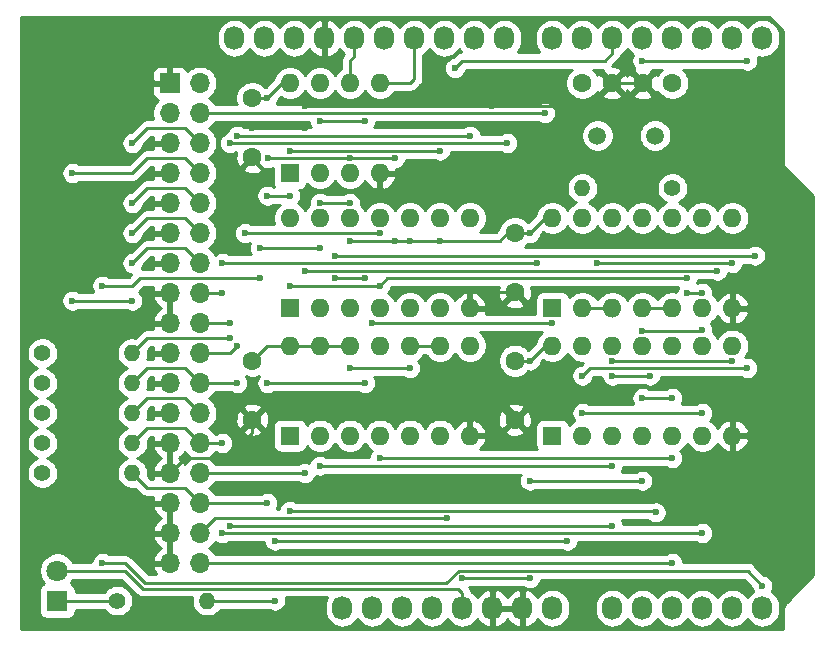
<source format=gbl>
G04 #@! TF.GenerationSoftware,KiCad,Pcbnew,(5.1.6)-1*
G04 #@! TF.CreationDate,2020-08-14T21:07:52+09:00*
G04 #@! TF.ProjectId,fdshield,66647368-6965-46c6-942e-6b696361645f,rev?*
G04 #@! TF.SameCoordinates,Original*
G04 #@! TF.FileFunction,Copper,L2,Bot*
G04 #@! TF.FilePolarity,Positive*
%FSLAX46Y46*%
G04 Gerber Fmt 4.6, Leading zero omitted, Abs format (unit mm)*
G04 Created by KiCad (PCBNEW (5.1.6)-1) date 2020-08-14 21:07:52*
%MOMM*%
%LPD*%
G01*
G04 APERTURE LIST*
G04 #@! TA.AperFunction,ComponentPad*
%ADD10O,1.600000X1.600000*%
G04 #@! TD*
G04 #@! TA.AperFunction,ComponentPad*
%ADD11R,1.600000X1.600000*%
G04 #@! TD*
G04 #@! TA.AperFunction,ComponentPad*
%ADD12O,1.400000X1.400000*%
G04 #@! TD*
G04 #@! TA.AperFunction,ComponentPad*
%ADD13C,1.400000*%
G04 #@! TD*
G04 #@! TA.AperFunction,ComponentPad*
%ADD14C,1.600000*%
G04 #@! TD*
G04 #@! TA.AperFunction,ComponentPad*
%ADD15O,1.700000X1.700000*%
G04 #@! TD*
G04 #@! TA.AperFunction,ComponentPad*
%ADD16R,1.700000X1.700000*%
G04 #@! TD*
G04 #@! TA.AperFunction,ComponentPad*
%ADD17C,1.800000*%
G04 #@! TD*
G04 #@! TA.AperFunction,ComponentPad*
%ADD18R,1.800000X1.800000*%
G04 #@! TD*
G04 #@! TA.AperFunction,ComponentPad*
%ADD19C,1.500000*%
G04 #@! TD*
G04 #@! TA.AperFunction,ComponentPad*
%ADD20O,1.727200X2.032000*%
G04 #@! TD*
G04 #@! TA.AperFunction,ViaPad*
%ADD21C,0.600000*%
G04 #@! TD*
G04 #@! TA.AperFunction,Conductor*
%ADD22C,0.250000*%
G04 #@! TD*
G04 #@! TA.AperFunction,Conductor*
%ADD23C,0.254000*%
G04 #@! TD*
G04 APERTURE END LIST*
D10*
G04 #@! TO.P,U3,14*
G04 #@! TO.N,+5V*
X134493000Y-101600000D03*
G04 #@! TO.P,U3,7*
G04 #@! TO.N,GND*
X149733000Y-109220000D03*
G04 #@! TO.P,U3,13*
G04 #@! TO.N,+5V*
X137033000Y-101600000D03*
G04 #@! TO.P,U3,6*
G04 #@! TO.N,Net-(U3-Pad6)*
X147193000Y-109220000D03*
G04 #@! TO.P,U3,12*
G04 #@! TO.N,+5V*
X139573000Y-101600000D03*
G04 #@! TO.P,U3,5*
G04 #@! TO.N,Net-(U1-Pad5)*
X144653000Y-109220000D03*
G04 #@! TO.P,U3,11*
G04 #@! TO.N,N/C*
X142113000Y-101600000D03*
G04 #@! TO.P,U3,4*
G04 #@! TO.N,Net-(U1-Pad5)*
X142113000Y-109220000D03*
G04 #@! TO.P,U3,10*
G04 #@! TO.N,+5V*
X144653000Y-101600000D03*
G04 #@! TO.P,U3,3*
G04 #@! TO.N,Net-(U3-Pad3)*
X139573000Y-109220000D03*
G04 #@! TO.P,U3,9*
G04 #@! TO.N,+5V*
X147193000Y-101600000D03*
G04 #@! TO.P,U3,2*
G04 #@! TO.N,/CAP_CLK*
X137033000Y-109220000D03*
G04 #@! TO.P,U3,8*
G04 #@! TO.N,N/C*
X149733000Y-101600000D03*
D11*
G04 #@! TO.P,U3,1*
G04 #@! TO.N,/A1*
X134493000Y-109220000D03*
G04 #@! TD*
D10*
G04 #@! TO.P,U4,14*
G04 #@! TO.N,+5V*
X134493000Y-90805000D03*
G04 #@! TO.P,U4,7*
G04 #@! TO.N,GND*
X149733000Y-98425000D03*
G04 #@! TO.P,U4,13*
G04 #@! TO.N,/A5*
X137033000Y-90805000D03*
G04 #@! TO.P,U4,6*
G04 #@! TO.N,/11(\u002A\u002A/MOSI)*
X147193000Y-98425000D03*
G04 #@! TO.P,U4,12*
G04 #@! TO.N,/12(MISO)*
X139573000Y-90805000D03*
G04 #@! TO.P,U4,5*
G04 #@! TO.N,Net-(U3-Pad6)*
X144653000Y-98425000D03*
G04 #@! TO.P,U4,11*
G04 #@! TO.N,/WD*
X142113000Y-90805000D03*
G04 #@! TO.P,U4,4*
G04 #@! TO.N,/3(\u002A\u002A)*
X142113000Y-98425000D03*
G04 #@! TO.P,U4,10*
G04 #@! TO.N,+5V*
X144653000Y-90805000D03*
G04 #@! TO.P,U4,3*
G04 #@! TO.N,/13(SCK)*
X139573000Y-98425000D03*
G04 #@! TO.P,U4,9*
G04 #@! TO.N,+5V*
X147193000Y-90805000D03*
G04 #@! TO.P,U4,2*
G04 #@! TO.N,Net-(U3-Pad3)*
X137033000Y-98425000D03*
G04 #@! TO.P,U4,8*
G04 #@! TO.N,N/C*
X149733000Y-90805000D03*
D11*
G04 #@! TO.P,U4,1*
G04 #@! TO.N,/3(\u002A\u002A)*
X134493000Y-98425000D03*
G04 #@! TD*
D10*
G04 #@! TO.P,U6,14*
G04 #@! TO.N,+5V*
X156718000Y-90805000D03*
G04 #@! TO.P,U6,7*
G04 #@! TO.N,GND*
X171958000Y-98425000D03*
G04 #@! TO.P,U6,13*
G04 #@! TO.N,Net-(C5-Pad1)*
X159258000Y-90805000D03*
G04 #@! TO.P,U6,6*
G04 #@! TO.N,Net-(U1-Pad11)*
X169418000Y-98425000D03*
G04 #@! TO.P,U6,12*
G04 #@! TO.N,Net-(C6-Pad1)*
X161798000Y-90805000D03*
G04 #@! TO.P,U6,5*
G04 #@! TO.N,Net-(U6-Pad4)*
X166878000Y-98425000D03*
G04 #@! TO.P,U6,11*
G04 #@! TO.N,Net-(C6-Pad1)*
X164338000Y-90805000D03*
G04 #@! TO.P,U6,4*
G04 #@! TO.N,Net-(U6-Pad4)*
X164338000Y-98425000D03*
G04 #@! TO.P,U6,10*
G04 #@! TO.N,/CAP_CLK*
X166878000Y-90805000D03*
G04 #@! TO.P,U6,3*
G04 #@! TO.N,Net-(U6-Pad2)*
X161798000Y-98425000D03*
G04 #@! TO.P,U6,9*
G04 #@! TO.N,/A1*
X169418000Y-90805000D03*
G04 #@! TO.P,U6,2*
G04 #@! TO.N,Net-(U6-Pad2)*
X159258000Y-98425000D03*
G04 #@! TO.P,U6,8*
G04 #@! TO.N,Net-(R6-Pad2)*
X171958000Y-90805000D03*
D11*
G04 #@! TO.P,U6,1*
G04 #@! TO.N,/RD*
X156718000Y-98425000D03*
G04 #@! TD*
D12*
G04 #@! TO.P,R4,2*
G04 #@! TO.N,/A3*
X121158000Y-109855000D03*
D13*
G04 #@! TO.P,R4,1*
G04 #@! TO.N,+5V*
X113538000Y-109855000D03*
G04 #@! TD*
D10*
G04 #@! TO.P,U5,8*
G04 #@! TO.N,+5V*
X134493000Y-79375000D03*
G04 #@! TO.P,U5,4*
G04 #@! TO.N,GND*
X142113000Y-86995000D03*
G04 #@! TO.P,U5,7*
G04 #@! TO.N,/A4*
X137033000Y-79375000D03*
G04 #@! TO.P,U5,3*
G04 #@! TO.N,+5V*
X139573000Y-86995000D03*
G04 #@! TO.P,U5,6*
G04 #@! TO.N,/13(SCK)*
X139573000Y-79375000D03*
G04 #@! TO.P,U5,2*
G04 #@! TO.N,/12(MISO)*
X137033000Y-86995000D03*
G04 #@! TO.P,U5,5*
G04 #@! TO.N,/11(\u002A\u002A/MOSI)*
X142113000Y-79375000D03*
D11*
G04 #@! TO.P,U5,1*
G04 #@! TO.N,/10(\u002A\u002A/SS)*
X134493000Y-86995000D03*
G04 #@! TD*
D10*
G04 #@! TO.P,U1,14*
G04 #@! TO.N,+5V*
X156718000Y-101600000D03*
G04 #@! TO.P,U1,7*
G04 #@! TO.N,GND*
X171958000Y-109220000D03*
G04 #@! TO.P,U1,13*
G04 #@! TO.N,/4*
X159258000Y-101600000D03*
G04 #@! TO.P,U1,6*
G04 #@! TO.N,N/C*
X169418000Y-109220000D03*
G04 #@! TO.P,U1,12*
G04 #@! TO.N,Net-(U1-Pad12)*
X161798000Y-101600000D03*
G04 #@! TO.P,U1,5*
G04 #@! TO.N,Net-(U1-Pad5)*
X166878000Y-109220000D03*
G04 #@! TO.P,U1,11*
G04 #@! TO.N,Net-(U1-Pad11)*
X164338000Y-101600000D03*
G04 #@! TO.P,U1,4*
G04 #@! TO.N,+5V*
X164338000Y-109220000D03*
G04 #@! TO.P,U1,10*
X166878000Y-101600000D03*
G04 #@! TO.P,U1,3*
G04 #@! TO.N,/CAP_CLK*
X161798000Y-109220000D03*
G04 #@! TO.P,U1,9*
G04 #@! TO.N,Net-(U1-Pad2)*
X169418000Y-101600000D03*
G04 #@! TO.P,U1,2*
X159258000Y-109220000D03*
G04 #@! TO.P,U1,8*
G04 #@! TO.N,Net-(U1-Pad12)*
X171958000Y-101600000D03*
D11*
G04 #@! TO.P,U1,1*
G04 #@! TO.N,/4*
X156718000Y-109220000D03*
G04 #@! TD*
D12*
G04 #@! TO.P,R7,2*
G04 #@! TO.N,Net-(C5-Pad1)*
X159258000Y-88265000D03*
D13*
G04 #@! TO.P,R7,1*
G04 #@! TO.N,Net-(C6-Pad1)*
X166878000Y-88265000D03*
G04 #@! TD*
D12*
G04 #@! TO.P,R6,2*
G04 #@! TO.N,Net-(R6-Pad2)*
X127508000Y-123190000D03*
D13*
G04 #@! TO.P,R6,1*
G04 #@! TO.N,Net-(D1-Pad1)*
X119888000Y-123190000D03*
G04 #@! TD*
D12*
G04 #@! TO.P,R5,2*
G04 #@! TO.N,/RD*
X121158000Y-112395000D03*
D13*
G04 #@! TO.P,R5,1*
G04 #@! TO.N,+5V*
X113538000Y-112395000D03*
G04 #@! TD*
D12*
G04 #@! TO.P,R3,2*
G04 #@! TO.N,/WG*
X121158000Y-107315000D03*
D13*
G04 #@! TO.P,R3,1*
G04 #@! TO.N,+5V*
X113538000Y-107315000D03*
G04 #@! TD*
D12*
G04 #@! TO.P,R2,2*
G04 #@! TO.N,/WD*
X121158000Y-104775000D03*
D13*
G04 #@! TO.P,R2,1*
G04 #@! TO.N,+5V*
X113538000Y-104775000D03*
G04 #@! TD*
D12*
G04 #@! TO.P,R1,2*
G04 #@! TO.N,/A0*
X121158000Y-102235000D03*
D13*
G04 #@! TO.P,R1,1*
G04 #@! TO.N,+5V*
X113538000Y-102235000D03*
G04 #@! TD*
D14*
G04 #@! TO.P,C6,2*
G04 #@! TO.N,GND*
X164378000Y-79375000D03*
G04 #@! TO.P,C6,1*
G04 #@! TO.N,Net-(C6-Pad1)*
X166878000Y-79375000D03*
G04 #@! TD*
G04 #@! TO.P,C5,2*
G04 #@! TO.N,GND*
X161758000Y-79375000D03*
G04 #@! TO.P,C5,1*
G04 #@! TO.N,Net-(C5-Pad1)*
X159258000Y-79375000D03*
G04 #@! TD*
G04 #@! TO.P,C4,2*
G04 #@! TO.N,GND*
X153543000Y-107870000D03*
G04 #@! TO.P,C4,1*
G04 #@! TO.N,+5V*
X153543000Y-102870000D03*
G04 #@! TD*
G04 #@! TO.P,C3,2*
G04 #@! TO.N,GND*
X131318000Y-107870000D03*
G04 #@! TO.P,C3,1*
G04 #@! TO.N,+5V*
X131318000Y-102870000D03*
G04 #@! TD*
G04 #@! TO.P,C2,2*
G04 #@! TO.N,GND*
X153543000Y-97075000D03*
G04 #@! TO.P,C2,1*
G04 #@! TO.N,+5V*
X153543000Y-92075000D03*
G04 #@! TD*
G04 #@! TO.P,C1,2*
G04 #@! TO.N,GND*
X131318000Y-85645000D03*
G04 #@! TO.P,C1,1*
G04 #@! TO.N,+5V*
X131318000Y-80645000D03*
G04 #@! TD*
D15*
G04 #@! TO.P,J1,34*
G04 #@! TO.N,/A2*
X126873000Y-120015000D03*
G04 #@! TO.P,J1,33*
G04 #@! TO.N,GND*
X124333000Y-120015000D03*
G04 #@! TO.P,J1,32*
G04 #@! TO.N,/5(\u002A\u002A)*
X126873000Y-117475000D03*
G04 #@! TO.P,J1,31*
G04 #@! TO.N,GND*
X124333000Y-117475000D03*
G04 #@! TO.P,J1,30*
G04 #@! TO.N,/RD*
X126873000Y-114935000D03*
G04 #@! TO.P,J1,29*
G04 #@! TO.N,GND*
X124333000Y-114935000D03*
G04 #@! TO.P,J1,28*
G04 #@! TO.N,/2*
X126873000Y-112395000D03*
G04 #@! TO.P,J1,27*
G04 #@! TO.N,GND*
X124333000Y-112395000D03*
G04 #@! TO.P,J1,26*
G04 #@! TO.N,/A3*
X126873000Y-109855000D03*
G04 #@! TO.P,J1,25*
G04 #@! TO.N,GND*
X124333000Y-109855000D03*
G04 #@! TO.P,J1,24*
G04 #@! TO.N,/WG*
X126873000Y-107315000D03*
G04 #@! TO.P,J1,23*
G04 #@! TO.N,GND*
X124333000Y-107315000D03*
G04 #@! TO.P,J1,22*
G04 #@! TO.N,/WD*
X126873000Y-104775000D03*
G04 #@! TO.P,J1,21*
G04 #@! TO.N,GND*
X124333000Y-104775000D03*
G04 #@! TO.P,J1,20*
G04 #@! TO.N,/9(\u002A\u002A)*
X126873000Y-102235000D03*
G04 #@! TO.P,J1,19*
G04 #@! TO.N,GND*
X124333000Y-102235000D03*
G04 #@! TO.P,J1,18*
G04 #@! TO.N,/8*
X126873000Y-99695000D03*
G04 #@! TO.P,J1,17*
G04 #@! TO.N,GND*
X124333000Y-99695000D03*
G04 #@! TO.P,J1,16*
G04 #@! TO.N,/7*
X126873000Y-97155000D03*
G04 #@! TO.P,J1,15*
G04 #@! TO.N,GND*
X124333000Y-97155000D03*
G04 #@! TO.P,J1,14*
G04 #@! TO.N,/DS2*
X126873000Y-94615000D03*
G04 #@! TO.P,J1,13*
G04 #@! TO.N,GND*
X124333000Y-94615000D03*
G04 #@! TO.P,J1,12*
G04 #@! TO.N,/DS1*
X126873000Y-92075000D03*
G04 #@! TO.P,J1,11*
G04 #@! TO.N,GND*
X124333000Y-92075000D03*
G04 #@! TO.P,J1,10*
G04 #@! TO.N,/DS0*
X126873000Y-89535000D03*
G04 #@! TO.P,J1,9*
G04 #@! TO.N,GND*
X124333000Y-89535000D03*
G04 #@! TO.P,J1,8*
G04 #@! TO.N,/A0*
X126873000Y-86995000D03*
G04 #@! TO.P,J1,7*
G04 #@! TO.N,GND*
X124333000Y-86995000D03*
G04 #@! TO.P,J1,6*
G04 #@! TO.N,/DS3*
X126873000Y-84455000D03*
G04 #@! TO.P,J1,5*
G04 #@! TO.N,GND*
X124333000Y-84455000D03*
G04 #@! TO.P,J1,4*
G04 #@! TO.N,/6(\u002A\u002A)*
X126873000Y-81915000D03*
G04 #@! TO.P,J1,3*
G04 #@! TO.N,N/C*
X124333000Y-81915000D03*
G04 #@! TO.P,J1,2*
X126873000Y-79375000D03*
D16*
G04 #@! TO.P,J1,1*
G04 #@! TO.N,GND*
X124333000Y-79375000D03*
G04 #@! TD*
D17*
G04 #@! TO.P,D1,2*
G04 #@! TO.N,+5V*
X114808000Y-120650000D03*
D18*
G04 #@! TO.P,D1,1*
G04 #@! TO.N,Net-(D1-Pad1)*
X114808000Y-123190000D03*
G04 #@! TD*
D19*
G04 #@! TO.P,Y1,2*
G04 #@! TO.N,Net-(C6-Pad1)*
X165408000Y-83820000D03*
G04 #@! TO.P,Y1,1*
G04 #@! TO.N,Net-(C5-Pad1)*
X160528000Y-83820000D03*
G04 #@! TD*
D20*
G04 #@! TO.P,P1,1*
G04 #@! TO.N,N/C*
X138938000Y-123825000D03*
G04 #@! TO.P,P1,2*
X141478000Y-123825000D03*
G04 #@! TO.P,P1,3*
X144018000Y-123825000D03*
G04 #@! TO.P,P1,4*
X146558000Y-123825000D03*
G04 #@! TO.P,P1,5*
G04 #@! TO.N,+5V*
X149098000Y-123825000D03*
G04 #@! TO.P,P1,6*
G04 #@! TO.N,GND*
X151638000Y-123825000D03*
G04 #@! TO.P,P1,7*
X154178000Y-123825000D03*
G04 #@! TO.P,P1,8*
G04 #@! TO.N,N/C*
X156718000Y-123825000D03*
G04 #@! TD*
G04 #@! TO.P,P2,1*
G04 #@! TO.N,/A0*
X161798000Y-123825000D03*
G04 #@! TO.P,P2,2*
G04 #@! TO.N,/A1*
X164338000Y-123825000D03*
G04 #@! TO.P,P2,3*
G04 #@! TO.N,/A2*
X166878000Y-123825000D03*
G04 #@! TO.P,P2,4*
G04 #@! TO.N,/A3*
X169418000Y-123825000D03*
G04 #@! TO.P,P2,5*
G04 #@! TO.N,/A4*
X171958000Y-123825000D03*
G04 #@! TO.P,P2,6*
G04 #@! TO.N,/A5*
X174498000Y-123825000D03*
G04 #@! TD*
G04 #@! TO.P,P3,1*
G04 #@! TO.N,N/C*
X129794000Y-75565000D03*
G04 #@! TO.P,P3,2*
X132334000Y-75565000D03*
G04 #@! TO.P,P3,3*
X134874000Y-75565000D03*
G04 #@! TO.P,P3,4*
G04 #@! TO.N,GND*
X137414000Y-75565000D03*
G04 #@! TO.P,P3,5*
G04 #@! TO.N,/13(SCK)*
X139954000Y-75565000D03*
G04 #@! TO.P,P3,6*
G04 #@! TO.N,/12(MISO)*
X142494000Y-75565000D03*
G04 #@! TO.P,P3,7*
G04 #@! TO.N,/11(\u002A\u002A/MOSI)*
X145034000Y-75565000D03*
G04 #@! TO.P,P3,8*
G04 #@! TO.N,/10(\u002A\u002A/SS)*
X147574000Y-75565000D03*
G04 #@! TO.P,P3,9*
G04 #@! TO.N,/9(\u002A\u002A)*
X150114000Y-75565000D03*
G04 #@! TO.P,P3,10*
G04 #@! TO.N,/8*
X152654000Y-75565000D03*
G04 #@! TD*
G04 #@! TO.P,P4,1*
G04 #@! TO.N,/7*
X156718000Y-75565000D03*
G04 #@! TO.P,P4,2*
G04 #@! TO.N,/6(\u002A\u002A)*
X159258000Y-75565000D03*
G04 #@! TO.P,P4,3*
G04 #@! TO.N,/5(\u002A\u002A)*
X161798000Y-75565000D03*
G04 #@! TO.P,P4,4*
G04 #@! TO.N,/4*
X164338000Y-75565000D03*
G04 #@! TO.P,P4,5*
G04 #@! TO.N,/3(\u002A\u002A)*
X166878000Y-75565000D03*
G04 #@! TO.P,P4,6*
G04 #@! TO.N,/2*
X169418000Y-75565000D03*
G04 #@! TO.P,P4,7*
G04 #@! TO.N,N/C*
X171958000Y-75565000D03*
G04 #@! TO.P,P4,8*
X174498000Y-75565000D03*
G04 #@! TD*
D21*
G04 #@! TO.N,GND*
X151638000Y-109220000D03*
X151638000Y-98425000D03*
X151638000Y-97155000D03*
X151638000Y-106680000D03*
X151638000Y-86995000D03*
X151638000Y-81280000D03*
X161758000Y-79375000D03*
X135763000Y-81280000D03*
X131318000Y-83185000D03*
X135763000Y-83185000D03*
X171958000Y-114300000D03*
X151638000Y-114300000D03*
X118618000Y-79375000D03*
G04 #@! TO.N,+5V*
X166878000Y-106045000D03*
X164338000Y-106045000D03*
X139573000Y-92710000D03*
X138303000Y-95885000D03*
X140843000Y-95885000D03*
X139573000Y-103505000D03*
X144653000Y-103505000D03*
X149098000Y-121285000D03*
X154813000Y-121285000D03*
X154813000Y-102870000D03*
X154813000Y-92075000D03*
X164338000Y-113030000D03*
X154813000Y-113030000D03*
X132588000Y-88900000D03*
X132588000Y-80645000D03*
X134493000Y-88900000D03*
X143383000Y-92710000D03*
X143383000Y-85725000D03*
X139573000Y-85725000D03*
X132615430Y-85726727D03*
X144653000Y-92710000D03*
X147193000Y-92710000D03*
G04 #@! TO.N,/A0*
X121158000Y-97790000D03*
X116078000Y-97790000D03*
X116078000Y-86995000D03*
X129413000Y-100965000D03*
X129413000Y-116840000D03*
X161798000Y-116840000D03*
G04 #@! TO.N,/A1*
X168148000Y-97155000D03*
X169418000Y-97124997D03*
X134493000Y-115570000D03*
X165463001Y-115714999D03*
G04 #@! TO.N,/A2*
X166878000Y-120015000D03*
G04 #@! TO.N,/A3*
X128778000Y-109855000D03*
X128778000Y-117475000D03*
X169418000Y-117475000D03*
G04 #@! TO.N,/12(MISO)*
X140843000Y-82550000D03*
X137033000Y-82550000D03*
X139573000Y-89535000D03*
X137033000Y-89504997D03*
G04 #@! TO.N,/10(\u002A\u002A/SS)*
X134493000Y-85090000D03*
X147193000Y-85090000D03*
G04 #@! TO.N,/9(\u002A\u002A)*
X130048000Y-101600000D03*
X149733000Y-83820000D03*
X130048000Y-83820000D03*
G04 #@! TO.N,/8*
X129413000Y-99695000D03*
X129413000Y-84455000D03*
X152908000Y-84455000D03*
G04 #@! TO.N,/7*
X128778000Y-97155000D03*
X128778000Y-94615000D03*
X155448000Y-94615000D03*
G04 #@! TO.N,/6(\u002A\u002A)*
X156083000Y-81915000D03*
G04 #@! TO.N,/5(\u002A\u002A)*
X147828000Y-116205000D03*
X148463000Y-78105000D03*
G04 #@! TO.N,/4*
X159258000Y-104140000D03*
X173228000Y-103505000D03*
X173228000Y-77470000D03*
X164338000Y-77470000D03*
G04 #@! TO.N,/3(\u002A\u002A)*
X134493000Y-96520000D03*
X142113000Y-96520000D03*
X168148000Y-95885000D03*
G04 #@! TO.N,/2*
X170688000Y-95250000D03*
X135763000Y-95250000D03*
X135763000Y-112395000D03*
G04 #@! TO.N,/WD*
X130048000Y-104775000D03*
X130683000Y-92075000D03*
X142113000Y-92075000D03*
G04 #@! TO.N,/RD*
X132588000Y-104775000D03*
X132588000Y-114935000D03*
X140843000Y-104775000D03*
X141478000Y-99695000D03*
X156718000Y-99695000D03*
G04 #@! TO.N,Net-(R6-Pad2)*
X133223000Y-123190000D03*
X133223000Y-118110000D03*
X157988000Y-118110000D03*
X160528000Y-94615000D03*
X171958000Y-94615000D03*
G04 #@! TO.N,Net-(U1-Pad12)*
X161798000Y-102870000D03*
X171958000Y-102870000D03*
G04 #@! TO.N,Net-(U1-Pad2)*
X159258000Y-107315000D03*
X169418000Y-107315000D03*
G04 #@! TO.N,/DS3*
X121158000Y-84455000D03*
G04 #@! TO.N,/DS0*
X121158000Y-89535000D03*
G04 #@! TO.N,/DS1*
X121158000Y-92075000D03*
G04 #@! TO.N,/DS2*
X121158000Y-94615000D03*
G04 #@! TO.N,/A4*
X173863000Y-93980000D03*
X138303000Y-93980000D03*
G04 #@! TO.N,/CAP_CLK*
X161798000Y-104140000D03*
X164973000Y-104140000D03*
X137033000Y-111760000D03*
X161798000Y-111760000D03*
G04 #@! TO.N,Net-(U1-Pad5)*
X142113000Y-111125000D03*
X166878000Y-111125000D03*
G04 #@! TO.N,/A5*
X131953000Y-95885000D03*
X131953000Y-93345000D03*
X118618000Y-96520000D03*
X137033000Y-93345000D03*
X174498000Y-121920000D03*
X118618000Y-120015000D03*
G04 #@! TO.N,Net-(U1-Pad11)*
X164338000Y-100330000D03*
X169418000Y-100299997D03*
G04 #@! TD*
D22*
G04 #@! TO.N,GND*
X151638000Y-109220000D02*
X149733000Y-109220000D01*
X151638000Y-98425000D02*
X149733000Y-98425000D01*
X153543000Y-97075000D02*
X151718000Y-97075000D01*
X151718000Y-97075000D02*
X151638000Y-97155000D01*
X153543000Y-107870000D02*
X153543000Y-107315000D01*
X153543000Y-107315000D02*
X152908000Y-106680000D01*
X132508000Y-106680000D02*
X131318000Y-107870000D01*
X151638000Y-106680000D02*
X132508000Y-106680000D01*
X152908000Y-106680000D02*
X151638000Y-106680000D01*
X131318000Y-109001370D02*
X129194370Y-111125000D01*
X131318000Y-107870000D02*
X131318000Y-109001370D01*
X125603000Y-111125000D02*
X124333000Y-112395000D01*
X129194370Y-111125000D02*
X125603000Y-111125000D01*
X151638000Y-81280000D02*
X159853000Y-81280000D01*
X159853000Y-81280000D02*
X161758000Y-79375000D01*
X161758000Y-79375000D02*
X164378000Y-79375000D01*
X151638000Y-81280000D02*
X135763000Y-81280000D01*
X131318000Y-83185000D02*
X135763000Y-83185000D01*
X171958000Y-114300000D02*
X151638000Y-114300000D01*
X151638000Y-123825000D02*
X154178000Y-123825000D01*
X151638000Y-86995000D02*
X144653000Y-86995000D01*
X144653000Y-86995000D02*
X142113000Y-86995000D01*
X124333000Y-79375000D02*
X120523000Y-79375000D01*
X120523000Y-79375000D02*
X118618000Y-79375000D01*
G04 #@! TO.N,Net-(D1-Pad1)*
X114808000Y-123190000D02*
X119888000Y-123190000D01*
G04 #@! TO.N,+5V*
X164338000Y-106045000D02*
X166878000Y-106045000D01*
X148707999Y-122164999D02*
X122037999Y-122164999D01*
X149098000Y-122555000D02*
X148707999Y-122164999D01*
X120523000Y-120650000D02*
X114808000Y-120650000D01*
X122037999Y-122164999D02*
X120523000Y-120650000D01*
X153543000Y-92075000D02*
X152908000Y-92075000D01*
X152908000Y-92075000D02*
X152273000Y-92710000D01*
X152273000Y-92710000D02*
X147193000Y-92710000D01*
X144653000Y-92710000D02*
X144653000Y-92710000D01*
X138303000Y-95885000D02*
X140843000Y-95885000D01*
X139573000Y-101600000D02*
X134493000Y-101600000D01*
X132588000Y-101600000D02*
X131318000Y-102870000D01*
X134493000Y-101600000D02*
X132588000Y-101600000D01*
X139573000Y-103505000D02*
X144653000Y-103505000D01*
X144653000Y-101600000D02*
X147193000Y-101600000D01*
X149098000Y-121285000D02*
X154813000Y-121285000D01*
X154813000Y-102870000D02*
X153543000Y-102870000D01*
X156083000Y-101600000D02*
X156718000Y-101600000D01*
X154813000Y-102870000D02*
X156083000Y-101600000D01*
X154813000Y-92075000D02*
X153543000Y-92075000D01*
X156083000Y-90805000D02*
X156718000Y-90805000D01*
X154813000Y-92075000D02*
X156083000Y-90805000D01*
X156718000Y-101600000D02*
X156718000Y-100965000D01*
X164338000Y-113030000D02*
X154813000Y-113030000D01*
X132588000Y-80645000D02*
X131318000Y-80645000D01*
X133858000Y-79375000D02*
X134493000Y-79375000D01*
X132588000Y-80645000D02*
X133858000Y-79375000D01*
X143383000Y-92710000D02*
X144653000Y-92710000D01*
X139573000Y-92710000D02*
X143383000Y-92710000D01*
X143383000Y-85725000D02*
X139573000Y-85725000D01*
X139573000Y-85725000D02*
X132617157Y-85725000D01*
X132617157Y-85725000D02*
X132615430Y-85726727D01*
X132588000Y-88900000D02*
X134493000Y-88900000D01*
X149098000Y-122555000D02*
X149098000Y-123825000D01*
X144653000Y-92710000D02*
X147193000Y-92710000D01*
X147193000Y-92710000D02*
X147193000Y-92710000D01*
G04 #@! TO.N,/A0*
X121158000Y-97790000D02*
X116078000Y-97790000D01*
X116078000Y-86995000D02*
X121158000Y-86995000D01*
X121158000Y-86995000D02*
X122428000Y-85725000D01*
X122428000Y-85725000D02*
X125603000Y-85725000D01*
X125603000Y-85725000D02*
X126873000Y-86995000D01*
X121158000Y-102235000D02*
X122428000Y-100965000D01*
X122428000Y-100965000D02*
X129413000Y-100965000D01*
X129413000Y-116840000D02*
X161798000Y-116840000D01*
G04 #@! TO.N,/A1*
X168148000Y-97155000D02*
X169387997Y-97155000D01*
X169387997Y-97155000D02*
X169418000Y-97124997D01*
X165318002Y-115570000D02*
X165463001Y-115714999D01*
X134493000Y-115570000D02*
X165318002Y-115570000D01*
G04 #@! TO.N,/A2*
X126873000Y-120015000D02*
X166878000Y-120015000D01*
G04 #@! TO.N,/A3*
X121158000Y-109855000D02*
X122428000Y-108585000D01*
X122428000Y-108585000D02*
X125603000Y-108585000D01*
X125603000Y-108585000D02*
X126873000Y-109855000D01*
X126873000Y-109855000D02*
X128778000Y-109855000D01*
X128778000Y-117475000D02*
X169418000Y-117475000D01*
G04 #@! TO.N,/13(SCK)*
X139954000Y-75565000D02*
X139954000Y-77089000D01*
X139573000Y-77470000D02*
X139573000Y-79375000D01*
X139954000Y-77089000D02*
X139573000Y-77470000D01*
G04 #@! TO.N,/12(MISO)*
X140843000Y-82550000D02*
X137033000Y-82550000D01*
X139573000Y-89535000D02*
X137063003Y-89535000D01*
X137063003Y-89535000D02*
X137033000Y-89504997D01*
G04 #@! TO.N,/11(\u002A\u002A/MOSI)*
X145034000Y-75565000D02*
X145034000Y-78994000D01*
X144653000Y-79375000D02*
X142113000Y-79375000D01*
X145034000Y-78994000D02*
X144653000Y-79375000D01*
G04 #@! TO.N,/10(\u002A\u002A/SS)*
X134493000Y-85090000D02*
X147193000Y-85090000D01*
G04 #@! TO.N,/9(\u002A\u002A)*
X126873000Y-102235000D02*
X129413000Y-102235000D01*
X129413000Y-102235000D02*
X130048000Y-101600000D01*
X130048000Y-83820000D02*
X149733000Y-83820000D01*
G04 #@! TO.N,/8*
X126873000Y-99695000D02*
X129413000Y-99695000D01*
X129413000Y-84455000D02*
X152908000Y-84455000D01*
G04 #@! TO.N,/7*
X126873000Y-97155000D02*
X128778000Y-97155000D01*
X128778000Y-94615000D02*
X155448000Y-94615000D01*
G04 #@! TO.N,/6(\u002A\u002A)*
X126873000Y-81915000D02*
X156083000Y-81915000D01*
G04 #@! TO.N,/5(\u002A\u002A)*
X126873000Y-117475000D02*
X128143000Y-116205000D01*
X128143000Y-116205000D02*
X147828000Y-116205000D01*
X148463000Y-78105000D02*
X149098000Y-77470000D01*
X149098000Y-77470000D02*
X161163000Y-77470000D01*
X161798000Y-76835000D02*
X161798000Y-75565000D01*
X161163000Y-77470000D02*
X161798000Y-76835000D01*
G04 #@! TO.N,/4*
X159258000Y-104140000D02*
X159893000Y-103505000D01*
X159893000Y-103505000D02*
X173228000Y-103505000D01*
X173228000Y-77470000D02*
X164338000Y-77470000D01*
G04 #@! TO.N,/3(\u002A\u002A)*
X134493000Y-96520000D02*
X142113000Y-96520000D01*
X142113000Y-96520000D02*
X142748000Y-95885000D01*
X142748000Y-95885000D02*
X168148000Y-95885000D01*
G04 #@! TO.N,/2*
X170688000Y-95250000D02*
X135763000Y-95250000D01*
X135763000Y-112395000D02*
X126873000Y-112395000D01*
G04 #@! TO.N,/WD*
X121158000Y-104775000D02*
X122428000Y-103505000D01*
X122428000Y-103505000D02*
X125603000Y-103505000D01*
X125603000Y-103505000D02*
X126873000Y-104775000D01*
X126873000Y-104775000D02*
X130048000Y-104775000D01*
X130683000Y-92075000D02*
X142113000Y-92075000D01*
G04 #@! TO.N,/WG*
X121158000Y-107315000D02*
X122428000Y-106045000D01*
X122428000Y-106045000D02*
X125603000Y-106045000D01*
X125603000Y-106045000D02*
X126873000Y-107315000D01*
G04 #@! TO.N,/RD*
X156718000Y-98425000D02*
X156083000Y-98425000D01*
X121158000Y-112395000D02*
X122428000Y-113665000D01*
X122428000Y-113665000D02*
X125603000Y-113665000D01*
X125603000Y-113665000D02*
X126873000Y-114935000D01*
X132588000Y-114935000D02*
X126873000Y-114935000D01*
X132588000Y-104775000D02*
X140843000Y-104775000D01*
X143548003Y-99695000D02*
X156718000Y-99695000D01*
X143548003Y-99695000D02*
X141478000Y-99695000D01*
G04 #@! TO.N,Net-(R6-Pad2)*
X127508000Y-123190000D02*
X133223000Y-123190000D01*
X133223000Y-118110000D02*
X157988000Y-118110000D01*
X160528000Y-94615000D02*
X171958000Y-94615000D01*
G04 #@! TO.N,Net-(U1-Pad12)*
X161798000Y-102870000D02*
X171958000Y-102870000D01*
G04 #@! TO.N,Net-(U1-Pad2)*
X159258000Y-107315000D02*
X169418000Y-107315000D01*
G04 #@! TO.N,/DS3*
X121158000Y-84455000D02*
X122428000Y-83185000D01*
X122428000Y-83185000D02*
X125603000Y-83185000D01*
X125603000Y-83185000D02*
X126873000Y-84455000D01*
G04 #@! TO.N,/DS0*
X121158000Y-89535000D02*
X122428000Y-88265000D01*
X122428000Y-88265000D02*
X125603000Y-88265000D01*
X125603000Y-88265000D02*
X126873000Y-89535000D01*
G04 #@! TO.N,/DS1*
X121158000Y-92075000D02*
X122428000Y-90805000D01*
X122428000Y-90805000D02*
X125603000Y-90805000D01*
X125603000Y-90805000D02*
X126873000Y-92075000D01*
G04 #@! TO.N,/DS2*
X121158000Y-94615000D02*
X122428000Y-93345000D01*
X122428000Y-93345000D02*
X125603000Y-93345000D01*
X125603000Y-93345000D02*
X126873000Y-94615000D01*
G04 #@! TO.N,/A4*
X173863000Y-93980000D02*
X138303000Y-93980000D01*
G04 #@! TO.N,/CAP_CLK*
X164973000Y-104140000D02*
X161798000Y-104140000D01*
X137033000Y-111760000D02*
X161798000Y-111760000D01*
G04 #@! TO.N,Net-(U1-Pad5)*
X142113000Y-111125000D02*
X166243000Y-111125000D01*
X166243000Y-111125000D02*
X166878000Y-111125000D01*
G04 #@! TO.N,/A5*
X121793000Y-95885000D02*
X131953000Y-95885000D01*
X131953000Y-93345000D02*
X137033000Y-93345000D01*
X121158000Y-96520000D02*
X121793000Y-95885000D01*
X118618000Y-96520000D02*
X121158000Y-96520000D01*
X120524410Y-120015000D02*
X118618000Y-120015000D01*
X173237999Y-120659999D02*
X148797999Y-120659999D01*
X147743009Y-121714989D02*
X122224399Y-121714989D01*
X174498000Y-121920000D02*
X173237999Y-120659999D01*
X148797999Y-120659999D02*
X147743009Y-121714989D01*
X122224399Y-121714989D02*
X120524410Y-120015000D01*
G04 #@! TO.N,Net-(U1-Pad11)*
X164338000Y-100330000D02*
X169387997Y-100330000D01*
X169387997Y-100330000D02*
X169418000Y-100299997D01*
G04 #@! TO.N,Net-(U6-Pad4)*
X164338000Y-98425000D02*
X166878000Y-98425000D01*
G04 #@! TO.N,Net-(U6-Pad2)*
X161798000Y-99060000D02*
X161798000Y-98425000D01*
X159258000Y-98425000D02*
X161798000Y-98425000D01*
G04 #@! TD*
D23*
G04 #@! TO.N,GND*
G36*
X176276000Y-74982606D02*
G01*
X176276000Y-86360000D01*
X176278440Y-86384776D01*
X176285667Y-86408601D01*
X176297403Y-86430557D01*
X176313197Y-86449803D01*
X178816000Y-88952606D01*
X178816000Y-121042908D01*
X176560617Y-123298292D01*
X176533526Y-123320525D01*
X176511293Y-123347616D01*
X176444801Y-123428637D01*
X176378872Y-123551981D01*
X176338274Y-123685816D01*
X176335619Y-123712775D01*
X176313197Y-123735197D01*
X176297403Y-123754443D01*
X176285667Y-123776399D01*
X176278440Y-123800224D01*
X176276000Y-123825000D01*
X176276000Y-125603000D01*
X111760000Y-125603000D01*
X111760000Y-122290000D01*
X113269928Y-122290000D01*
X113269928Y-124090000D01*
X113282188Y-124214482D01*
X113318498Y-124334180D01*
X113377463Y-124444494D01*
X113456815Y-124541185D01*
X113553506Y-124620537D01*
X113663820Y-124679502D01*
X113783518Y-124715812D01*
X113908000Y-124728072D01*
X115708000Y-124728072D01*
X115832482Y-124715812D01*
X115952180Y-124679502D01*
X116062494Y-124620537D01*
X116159185Y-124541185D01*
X116238537Y-124444494D01*
X116297502Y-124334180D01*
X116333812Y-124214482D01*
X116346072Y-124090000D01*
X116346072Y-123950000D01*
X118790225Y-123950000D01*
X118851038Y-124041013D01*
X119036987Y-124226962D01*
X119255641Y-124373061D01*
X119498595Y-124473696D01*
X119756514Y-124525000D01*
X120019486Y-124525000D01*
X120277405Y-124473696D01*
X120520359Y-124373061D01*
X120739013Y-124226962D01*
X120924962Y-124041013D01*
X121071061Y-123822359D01*
X121171696Y-123579405D01*
X121223000Y-123321486D01*
X121223000Y-123058514D01*
X121171696Y-122800595D01*
X121071061Y-122557641D01*
X120924962Y-122338987D01*
X120739013Y-122153038D01*
X120520359Y-122006939D01*
X120277405Y-121906304D01*
X120019486Y-121855000D01*
X119756514Y-121855000D01*
X119498595Y-121906304D01*
X119255641Y-122006939D01*
X119036987Y-122153038D01*
X118851038Y-122338987D01*
X118790225Y-122430000D01*
X116346072Y-122430000D01*
X116346072Y-122290000D01*
X116333812Y-122165518D01*
X116297502Y-122045820D01*
X116238537Y-121935506D01*
X116159185Y-121838815D01*
X116062494Y-121759463D01*
X115952180Y-121700498D01*
X115933873Y-121694944D01*
X116000312Y-121628505D01*
X116146313Y-121410000D01*
X120208199Y-121410000D01*
X121474199Y-122676001D01*
X121497998Y-122705000D01*
X121526996Y-122728798D01*
X121613722Y-122799973D01*
X121681114Y-122835995D01*
X121745752Y-122870545D01*
X121889013Y-122914002D01*
X122000666Y-122924999D01*
X122000675Y-122924999D01*
X122037998Y-122928675D01*
X122075321Y-122924999D01*
X126199558Y-122924999D01*
X126173000Y-123058514D01*
X126173000Y-123321486D01*
X126224304Y-123579405D01*
X126324939Y-123822359D01*
X126471038Y-124041013D01*
X126656987Y-124226962D01*
X126875641Y-124373061D01*
X127118595Y-124473696D01*
X127376514Y-124525000D01*
X127639486Y-124525000D01*
X127897405Y-124473696D01*
X128140359Y-124373061D01*
X128359013Y-124226962D01*
X128544962Y-124041013D01*
X128605775Y-123950000D01*
X132677465Y-123950000D01*
X132780111Y-124018586D01*
X132950271Y-124089068D01*
X133130911Y-124125000D01*
X133315089Y-124125000D01*
X133495729Y-124089068D01*
X133665889Y-124018586D01*
X133819028Y-123916262D01*
X133949262Y-123786028D01*
X134051586Y-123632889D01*
X134122068Y-123462729D01*
X134158000Y-123282089D01*
X134158000Y-123097911D01*
X134123605Y-122924999D01*
X137638357Y-122924999D01*
X137546775Y-123096337D01*
X137461084Y-123378824D01*
X137439400Y-123598982D01*
X137439400Y-124051019D01*
X137461084Y-124271177D01*
X137546775Y-124553664D01*
X137685931Y-124814006D01*
X137873203Y-125042197D01*
X138101395Y-125229469D01*
X138361737Y-125368625D01*
X138644224Y-125454316D01*
X138938000Y-125483251D01*
X139231777Y-125454316D01*
X139514264Y-125368625D01*
X139774606Y-125229469D01*
X140002797Y-125042197D01*
X140190069Y-124814006D01*
X140208000Y-124780459D01*
X140225931Y-124814006D01*
X140413203Y-125042197D01*
X140641395Y-125229469D01*
X140901737Y-125368625D01*
X141184224Y-125454316D01*
X141478000Y-125483251D01*
X141771777Y-125454316D01*
X142054264Y-125368625D01*
X142314606Y-125229469D01*
X142542797Y-125042197D01*
X142730069Y-124814006D01*
X142748000Y-124780459D01*
X142765931Y-124814006D01*
X142953203Y-125042197D01*
X143181395Y-125229469D01*
X143441737Y-125368625D01*
X143724224Y-125454316D01*
X144018000Y-125483251D01*
X144311777Y-125454316D01*
X144594264Y-125368625D01*
X144854606Y-125229469D01*
X145082797Y-125042197D01*
X145270069Y-124814006D01*
X145288000Y-124780459D01*
X145305931Y-124814006D01*
X145493203Y-125042197D01*
X145721395Y-125229469D01*
X145981737Y-125368625D01*
X146264224Y-125454316D01*
X146558000Y-125483251D01*
X146851777Y-125454316D01*
X147134264Y-125368625D01*
X147394606Y-125229469D01*
X147622797Y-125042197D01*
X147810069Y-124814006D01*
X147828000Y-124780459D01*
X147845931Y-124814006D01*
X148033203Y-125042197D01*
X148261395Y-125229469D01*
X148521737Y-125368625D01*
X148804224Y-125454316D01*
X149098000Y-125483251D01*
X149391777Y-125454316D01*
X149674264Y-125368625D01*
X149934606Y-125229469D01*
X150162797Y-125042197D01*
X150350069Y-124814006D01*
X150371424Y-124774053D01*
X150519514Y-124976729D01*
X150735965Y-125175733D01*
X150987081Y-125328686D01*
X151263211Y-125429709D01*
X151278974Y-125432358D01*
X151511000Y-125311217D01*
X151511000Y-123952000D01*
X151765000Y-123952000D01*
X151765000Y-125311217D01*
X151997026Y-125432358D01*
X152012789Y-125429709D01*
X152288919Y-125328686D01*
X152540035Y-125175733D01*
X152756486Y-124976729D01*
X152908000Y-124769367D01*
X153059514Y-124976729D01*
X153275965Y-125175733D01*
X153527081Y-125328686D01*
X153803211Y-125429709D01*
X153818974Y-125432358D01*
X154051000Y-125311217D01*
X154051000Y-123952000D01*
X151765000Y-123952000D01*
X151511000Y-123952000D01*
X151491000Y-123952000D01*
X151491000Y-123698000D01*
X151511000Y-123698000D01*
X151511000Y-122338783D01*
X151765000Y-122338783D01*
X151765000Y-123698000D01*
X154051000Y-123698000D01*
X154051000Y-122338783D01*
X154305000Y-122338783D01*
X154305000Y-123698000D01*
X154325000Y-123698000D01*
X154325000Y-123952000D01*
X154305000Y-123952000D01*
X154305000Y-125311217D01*
X154537026Y-125432358D01*
X154552789Y-125429709D01*
X154828919Y-125328686D01*
X155080035Y-125175733D01*
X155296486Y-124976729D01*
X155444576Y-124774053D01*
X155465931Y-124814006D01*
X155653203Y-125042197D01*
X155881395Y-125229469D01*
X156141737Y-125368625D01*
X156424224Y-125454316D01*
X156718000Y-125483251D01*
X157011777Y-125454316D01*
X157294264Y-125368625D01*
X157554606Y-125229469D01*
X157782797Y-125042197D01*
X157970069Y-124814006D01*
X158109225Y-124553663D01*
X158194916Y-124271176D01*
X158216600Y-124051018D01*
X158216600Y-123598981D01*
X158194916Y-123378823D01*
X158109225Y-123096336D01*
X157970069Y-122835994D01*
X157782797Y-122607803D01*
X157554605Y-122420531D01*
X157294263Y-122281375D01*
X157011776Y-122195684D01*
X156718000Y-122166749D01*
X156424223Y-122195684D01*
X156141736Y-122281375D01*
X155881394Y-122420531D01*
X155653203Y-122607803D01*
X155465931Y-122835995D01*
X155444576Y-122875947D01*
X155296486Y-122673271D01*
X155080035Y-122474267D01*
X154828919Y-122321314D01*
X154552789Y-122220291D01*
X154537026Y-122217642D01*
X154305000Y-122338783D01*
X154051000Y-122338783D01*
X153818974Y-122217642D01*
X153803211Y-122220291D01*
X153527081Y-122321314D01*
X153275965Y-122474267D01*
X153059514Y-122673271D01*
X152908000Y-122880633D01*
X152756486Y-122673271D01*
X152540035Y-122474267D01*
X152288919Y-122321314D01*
X152012789Y-122220291D01*
X151997026Y-122217642D01*
X151765000Y-122338783D01*
X151511000Y-122338783D01*
X151278974Y-122217642D01*
X151263211Y-122220291D01*
X150987081Y-122321314D01*
X150735965Y-122474267D01*
X150519514Y-122673271D01*
X150371424Y-122875947D01*
X150350069Y-122835994D01*
X150162797Y-122607803D01*
X149934605Y-122420531D01*
X149835306Y-122367455D01*
X149803546Y-122262753D01*
X149732974Y-122130724D01*
X149662622Y-122045000D01*
X154267465Y-122045000D01*
X154370111Y-122113586D01*
X154540271Y-122184068D01*
X154720911Y-122220000D01*
X154905089Y-122220000D01*
X155085729Y-122184068D01*
X155255889Y-122113586D01*
X155409028Y-122011262D01*
X155539262Y-121881028D01*
X155641586Y-121727889D01*
X155712068Y-121557729D01*
X155739465Y-121419999D01*
X172923198Y-121419999D01*
X173574847Y-122071649D01*
X173598932Y-122192729D01*
X173669414Y-122362889D01*
X173695683Y-122402203D01*
X173661394Y-122420531D01*
X173433203Y-122607803D01*
X173245931Y-122835995D01*
X173228000Y-122869541D01*
X173210069Y-122835994D01*
X173022797Y-122607803D01*
X172794605Y-122420531D01*
X172534263Y-122281375D01*
X172251776Y-122195684D01*
X171958000Y-122166749D01*
X171664223Y-122195684D01*
X171381736Y-122281375D01*
X171121394Y-122420531D01*
X170893203Y-122607803D01*
X170705931Y-122835995D01*
X170688000Y-122869541D01*
X170670069Y-122835994D01*
X170482797Y-122607803D01*
X170254605Y-122420531D01*
X169994263Y-122281375D01*
X169711776Y-122195684D01*
X169418000Y-122166749D01*
X169124223Y-122195684D01*
X168841736Y-122281375D01*
X168581394Y-122420531D01*
X168353203Y-122607803D01*
X168165931Y-122835995D01*
X168148000Y-122869541D01*
X168130069Y-122835994D01*
X167942797Y-122607803D01*
X167714605Y-122420531D01*
X167454263Y-122281375D01*
X167171776Y-122195684D01*
X166878000Y-122166749D01*
X166584223Y-122195684D01*
X166301736Y-122281375D01*
X166041394Y-122420531D01*
X165813203Y-122607803D01*
X165625931Y-122835995D01*
X165608000Y-122869541D01*
X165590069Y-122835994D01*
X165402797Y-122607803D01*
X165174605Y-122420531D01*
X164914263Y-122281375D01*
X164631776Y-122195684D01*
X164338000Y-122166749D01*
X164044223Y-122195684D01*
X163761736Y-122281375D01*
X163501394Y-122420531D01*
X163273203Y-122607803D01*
X163085931Y-122835995D01*
X163068000Y-122869541D01*
X163050069Y-122835994D01*
X162862797Y-122607803D01*
X162634605Y-122420531D01*
X162374263Y-122281375D01*
X162091776Y-122195684D01*
X161798000Y-122166749D01*
X161504223Y-122195684D01*
X161221736Y-122281375D01*
X160961394Y-122420531D01*
X160733203Y-122607803D01*
X160545931Y-122835995D01*
X160406775Y-123096337D01*
X160321084Y-123378824D01*
X160299400Y-123598982D01*
X160299400Y-124051019D01*
X160321084Y-124271177D01*
X160406775Y-124553664D01*
X160545931Y-124814006D01*
X160733203Y-125042197D01*
X160961395Y-125229469D01*
X161221737Y-125368625D01*
X161504224Y-125454316D01*
X161798000Y-125483251D01*
X162091777Y-125454316D01*
X162374264Y-125368625D01*
X162634606Y-125229469D01*
X162862797Y-125042197D01*
X163050069Y-124814006D01*
X163068000Y-124780459D01*
X163085931Y-124814006D01*
X163273203Y-125042197D01*
X163501395Y-125229469D01*
X163761737Y-125368625D01*
X164044224Y-125454316D01*
X164338000Y-125483251D01*
X164631777Y-125454316D01*
X164914264Y-125368625D01*
X165174606Y-125229469D01*
X165402797Y-125042197D01*
X165590069Y-124814006D01*
X165608000Y-124780459D01*
X165625931Y-124814006D01*
X165813203Y-125042197D01*
X166041395Y-125229469D01*
X166301737Y-125368625D01*
X166584224Y-125454316D01*
X166878000Y-125483251D01*
X167171777Y-125454316D01*
X167454264Y-125368625D01*
X167714606Y-125229469D01*
X167942797Y-125042197D01*
X168130069Y-124814006D01*
X168148000Y-124780459D01*
X168165931Y-124814006D01*
X168353203Y-125042197D01*
X168581395Y-125229469D01*
X168841737Y-125368625D01*
X169124224Y-125454316D01*
X169418000Y-125483251D01*
X169711777Y-125454316D01*
X169994264Y-125368625D01*
X170254606Y-125229469D01*
X170482797Y-125042197D01*
X170670069Y-124814006D01*
X170688000Y-124780459D01*
X170705931Y-124814006D01*
X170893203Y-125042197D01*
X171121395Y-125229469D01*
X171381737Y-125368625D01*
X171664224Y-125454316D01*
X171958000Y-125483251D01*
X172251777Y-125454316D01*
X172534264Y-125368625D01*
X172794606Y-125229469D01*
X173022797Y-125042197D01*
X173210069Y-124814006D01*
X173228000Y-124780459D01*
X173245931Y-124814006D01*
X173433203Y-125042197D01*
X173661395Y-125229469D01*
X173921737Y-125368625D01*
X174204224Y-125454316D01*
X174498000Y-125483251D01*
X174791777Y-125454316D01*
X175074264Y-125368625D01*
X175334606Y-125229469D01*
X175562797Y-125042197D01*
X175750069Y-124814006D01*
X175889225Y-124553663D01*
X175974916Y-124271176D01*
X175996600Y-124051018D01*
X175996600Y-123598981D01*
X175974916Y-123378823D01*
X175889225Y-123096336D01*
X175750069Y-122835994D01*
X175562797Y-122607803D01*
X175334605Y-122420531D01*
X175300317Y-122402204D01*
X175326586Y-122362889D01*
X175397068Y-122192729D01*
X175433000Y-122012089D01*
X175433000Y-121827911D01*
X175397068Y-121647271D01*
X175326586Y-121477111D01*
X175224262Y-121323972D01*
X175094028Y-121193738D01*
X174940889Y-121091414D01*
X174770729Y-121020932D01*
X174649649Y-120996847D01*
X173801803Y-120149002D01*
X173778000Y-120119998D01*
X173662275Y-120025025D01*
X173530246Y-119954453D01*
X173386985Y-119910996D01*
X173275332Y-119899999D01*
X173275321Y-119899999D01*
X173237999Y-119896323D01*
X173200677Y-119899999D01*
X167808442Y-119899999D01*
X167777068Y-119742271D01*
X167706586Y-119572111D01*
X167604262Y-119418972D01*
X167474028Y-119288738D01*
X167320889Y-119186414D01*
X167150729Y-119115932D01*
X166970089Y-119080000D01*
X166785911Y-119080000D01*
X166605271Y-119115932D01*
X166435111Y-119186414D01*
X166332465Y-119255000D01*
X128151178Y-119255000D01*
X128026475Y-119068368D01*
X127819632Y-118861525D01*
X127645240Y-118745000D01*
X127819632Y-118628475D01*
X128026475Y-118421632D01*
X128177026Y-118196316D01*
X128181972Y-118201262D01*
X128335111Y-118303586D01*
X128505271Y-118374068D01*
X128685911Y-118410000D01*
X128870089Y-118410000D01*
X129050729Y-118374068D01*
X129220889Y-118303586D01*
X129323535Y-118235000D01*
X132294546Y-118235000D01*
X132323932Y-118382729D01*
X132394414Y-118552889D01*
X132496738Y-118706028D01*
X132626972Y-118836262D01*
X132780111Y-118938586D01*
X132950271Y-119009068D01*
X133130911Y-119045000D01*
X133315089Y-119045000D01*
X133495729Y-119009068D01*
X133665889Y-118938586D01*
X133768535Y-118870000D01*
X157442465Y-118870000D01*
X157545111Y-118938586D01*
X157715271Y-119009068D01*
X157895911Y-119045000D01*
X158080089Y-119045000D01*
X158260729Y-119009068D01*
X158430889Y-118938586D01*
X158584028Y-118836262D01*
X158714262Y-118706028D01*
X158816586Y-118552889D01*
X158887068Y-118382729D01*
X158916454Y-118235000D01*
X168872465Y-118235000D01*
X168975111Y-118303586D01*
X169145271Y-118374068D01*
X169325911Y-118410000D01*
X169510089Y-118410000D01*
X169690729Y-118374068D01*
X169860889Y-118303586D01*
X170014028Y-118201262D01*
X170144262Y-118071028D01*
X170246586Y-117917889D01*
X170317068Y-117747729D01*
X170353000Y-117567089D01*
X170353000Y-117382911D01*
X170317068Y-117202271D01*
X170246586Y-117032111D01*
X170144262Y-116878972D01*
X170014028Y-116748738D01*
X169860889Y-116646414D01*
X169690729Y-116575932D01*
X169510089Y-116540000D01*
X169325911Y-116540000D01*
X169145271Y-116575932D01*
X168975111Y-116646414D01*
X168872465Y-116715000D01*
X162726454Y-116715000D01*
X162697068Y-116567271D01*
X162626586Y-116397111D01*
X162581744Y-116330000D01*
X164755712Y-116330000D01*
X164866973Y-116441261D01*
X165020112Y-116543585D01*
X165190272Y-116614067D01*
X165370912Y-116649999D01*
X165555090Y-116649999D01*
X165735730Y-116614067D01*
X165905890Y-116543585D01*
X166059029Y-116441261D01*
X166189263Y-116311027D01*
X166291587Y-116157888D01*
X166362069Y-115987728D01*
X166398001Y-115807088D01*
X166398001Y-115622910D01*
X166362069Y-115442270D01*
X166291587Y-115272110D01*
X166189263Y-115118971D01*
X166059029Y-114988737D01*
X165905890Y-114886413D01*
X165735730Y-114815931D01*
X165555090Y-114779999D01*
X165370912Y-114779999D01*
X165220089Y-114810000D01*
X135038535Y-114810000D01*
X134935889Y-114741414D01*
X134765729Y-114670932D01*
X134585089Y-114635000D01*
X134400911Y-114635000D01*
X134220271Y-114670932D01*
X134050111Y-114741414D01*
X133896972Y-114843738D01*
X133766738Y-114973972D01*
X133664414Y-115127111D01*
X133593932Y-115297271D01*
X133564546Y-115445000D01*
X133371744Y-115445000D01*
X133416586Y-115377889D01*
X133487068Y-115207729D01*
X133523000Y-115027089D01*
X133523000Y-114842911D01*
X133487068Y-114662271D01*
X133416586Y-114492111D01*
X133314262Y-114338972D01*
X133184028Y-114208738D01*
X133030889Y-114106414D01*
X132860729Y-114035932D01*
X132680089Y-114000000D01*
X132495911Y-114000000D01*
X132315271Y-114035932D01*
X132145111Y-114106414D01*
X132042465Y-114175000D01*
X128151178Y-114175000D01*
X128026475Y-113988368D01*
X127819632Y-113781525D01*
X127645240Y-113665000D01*
X127819632Y-113548475D01*
X128026475Y-113341632D01*
X128151178Y-113155000D01*
X135217465Y-113155000D01*
X135320111Y-113223586D01*
X135490271Y-113294068D01*
X135670911Y-113330000D01*
X135855089Y-113330000D01*
X136035729Y-113294068D01*
X136205889Y-113223586D01*
X136359028Y-113121262D01*
X136489262Y-112991028D01*
X136591586Y-112837889D01*
X136662068Y-112667729D01*
X136671135Y-112622147D01*
X136760271Y-112659068D01*
X136940911Y-112695000D01*
X137125089Y-112695000D01*
X137305729Y-112659068D01*
X137475889Y-112588586D01*
X137578535Y-112520000D01*
X154029256Y-112520000D01*
X153984414Y-112587111D01*
X153913932Y-112757271D01*
X153878000Y-112937911D01*
X153878000Y-113122089D01*
X153913932Y-113302729D01*
X153984414Y-113472889D01*
X154086738Y-113626028D01*
X154216972Y-113756262D01*
X154370111Y-113858586D01*
X154540271Y-113929068D01*
X154720911Y-113965000D01*
X154905089Y-113965000D01*
X155085729Y-113929068D01*
X155255889Y-113858586D01*
X155358535Y-113790000D01*
X163792465Y-113790000D01*
X163895111Y-113858586D01*
X164065271Y-113929068D01*
X164245911Y-113965000D01*
X164430089Y-113965000D01*
X164610729Y-113929068D01*
X164780889Y-113858586D01*
X164934028Y-113756262D01*
X165064262Y-113626028D01*
X165166586Y-113472889D01*
X165237068Y-113302729D01*
X165273000Y-113122089D01*
X165273000Y-112937911D01*
X165237068Y-112757271D01*
X165166586Y-112587111D01*
X165064262Y-112433972D01*
X164934028Y-112303738D01*
X164780889Y-112201414D01*
X164610729Y-112130932D01*
X164430089Y-112095000D01*
X164245911Y-112095000D01*
X164065271Y-112130932D01*
X163895111Y-112201414D01*
X163792465Y-112270000D01*
X162581744Y-112270000D01*
X162626586Y-112202889D01*
X162697068Y-112032729D01*
X162726454Y-111885000D01*
X166332465Y-111885000D01*
X166435111Y-111953586D01*
X166605271Y-112024068D01*
X166785911Y-112060000D01*
X166970089Y-112060000D01*
X167150729Y-112024068D01*
X167320889Y-111953586D01*
X167474028Y-111851262D01*
X167604262Y-111721028D01*
X167706586Y-111567889D01*
X167777068Y-111397729D01*
X167813000Y-111217089D01*
X167813000Y-111032911D01*
X167777068Y-110852271D01*
X167706586Y-110682111D01*
X167604262Y-110528972D01*
X167563268Y-110487978D01*
X167792759Y-110334637D01*
X167992637Y-110134759D01*
X168148000Y-109902241D01*
X168303363Y-110134759D01*
X168503241Y-110334637D01*
X168738273Y-110491680D01*
X168999426Y-110599853D01*
X169276665Y-110655000D01*
X169559335Y-110655000D01*
X169836574Y-110599853D01*
X170097727Y-110491680D01*
X170332759Y-110334637D01*
X170532637Y-110134759D01*
X170689680Y-109899727D01*
X170694067Y-109889135D01*
X170805615Y-110075131D01*
X170994586Y-110283519D01*
X171220580Y-110451037D01*
X171474913Y-110571246D01*
X171608961Y-110611904D01*
X171831000Y-110489915D01*
X171831000Y-109347000D01*
X172085000Y-109347000D01*
X172085000Y-110489915D01*
X172307039Y-110611904D01*
X172441087Y-110571246D01*
X172695420Y-110451037D01*
X172921414Y-110283519D01*
X173110385Y-110075131D01*
X173255070Y-109833881D01*
X173349909Y-109569040D01*
X173228624Y-109347000D01*
X172085000Y-109347000D01*
X171831000Y-109347000D01*
X171811000Y-109347000D01*
X171811000Y-109093000D01*
X171831000Y-109093000D01*
X171831000Y-107950085D01*
X172085000Y-107950085D01*
X172085000Y-109093000D01*
X173228624Y-109093000D01*
X173349909Y-108870960D01*
X173255070Y-108606119D01*
X173110385Y-108364869D01*
X172921414Y-108156481D01*
X172695420Y-107988963D01*
X172441087Y-107868754D01*
X172307039Y-107828096D01*
X172085000Y-107950085D01*
X171831000Y-107950085D01*
X171608961Y-107828096D01*
X171474913Y-107868754D01*
X171220580Y-107988963D01*
X170994586Y-108156481D01*
X170805615Y-108364869D01*
X170694067Y-108550865D01*
X170689680Y-108540273D01*
X170532637Y-108305241D01*
X170332759Y-108105363D01*
X170103268Y-107952022D01*
X170144262Y-107911028D01*
X170246586Y-107757889D01*
X170317068Y-107587729D01*
X170353000Y-107407089D01*
X170353000Y-107222911D01*
X170317068Y-107042271D01*
X170246586Y-106872111D01*
X170144262Y-106718972D01*
X170014028Y-106588738D01*
X169860889Y-106486414D01*
X169690729Y-106415932D01*
X169510089Y-106380000D01*
X169325911Y-106380000D01*
X169145271Y-106415932D01*
X168975111Y-106486414D01*
X168872465Y-106555000D01*
X167661744Y-106555000D01*
X167706586Y-106487889D01*
X167777068Y-106317729D01*
X167813000Y-106137089D01*
X167813000Y-105952911D01*
X167777068Y-105772271D01*
X167706586Y-105602111D01*
X167604262Y-105448972D01*
X167474028Y-105318738D01*
X167320889Y-105216414D01*
X167150729Y-105145932D01*
X166970089Y-105110000D01*
X166785911Y-105110000D01*
X166605271Y-105145932D01*
X166435111Y-105216414D01*
X166332465Y-105285000D01*
X164883535Y-105285000D01*
X164780889Y-105216414D01*
X164610729Y-105145932D01*
X164430089Y-105110000D01*
X164245911Y-105110000D01*
X164065271Y-105145932D01*
X163895111Y-105216414D01*
X163741972Y-105318738D01*
X163611738Y-105448972D01*
X163509414Y-105602111D01*
X163438932Y-105772271D01*
X163403000Y-105952911D01*
X163403000Y-106137089D01*
X163438932Y-106317729D01*
X163509414Y-106487889D01*
X163554256Y-106555000D01*
X159803535Y-106555000D01*
X159700889Y-106486414D01*
X159530729Y-106415932D01*
X159350089Y-106380000D01*
X159165911Y-106380000D01*
X158985271Y-106415932D01*
X158815111Y-106486414D01*
X158661972Y-106588738D01*
X158531738Y-106718972D01*
X158429414Y-106872111D01*
X158358932Y-107042271D01*
X158323000Y-107222911D01*
X158323000Y-107407089D01*
X158358932Y-107587729D01*
X158429414Y-107757889D01*
X158531738Y-107911028D01*
X158572732Y-107952022D01*
X158343241Y-108105363D01*
X158144643Y-108303961D01*
X158143812Y-108295518D01*
X158107502Y-108175820D01*
X158048537Y-108065506D01*
X157969185Y-107968815D01*
X157872494Y-107889463D01*
X157762180Y-107830498D01*
X157642482Y-107794188D01*
X157518000Y-107781928D01*
X155918000Y-107781928D01*
X155793518Y-107794188D01*
X155673820Y-107830498D01*
X155563506Y-107889463D01*
X155466815Y-107968815D01*
X155387463Y-108065506D01*
X155328498Y-108175820D01*
X155292188Y-108295518D01*
X155279928Y-108420000D01*
X155279928Y-110020000D01*
X155292188Y-110144482D01*
X155328498Y-110264180D01*
X155382388Y-110365000D01*
X150586490Y-110365000D01*
X150696414Y-110283519D01*
X150885385Y-110075131D01*
X151030070Y-109833881D01*
X151124909Y-109569040D01*
X151003624Y-109347000D01*
X149860000Y-109347000D01*
X149860000Y-109367000D01*
X149606000Y-109367000D01*
X149606000Y-109347000D01*
X149586000Y-109347000D01*
X149586000Y-109093000D01*
X149606000Y-109093000D01*
X149606000Y-107950085D01*
X149860000Y-107950085D01*
X149860000Y-109093000D01*
X151003624Y-109093000D01*
X151124909Y-108870960D01*
X151121952Y-108862702D01*
X152729903Y-108862702D01*
X152801486Y-109106671D01*
X153056996Y-109227571D01*
X153331184Y-109296300D01*
X153613512Y-109310217D01*
X153893130Y-109268787D01*
X154159292Y-109173603D01*
X154284514Y-109106671D01*
X154356097Y-108862702D01*
X153543000Y-108049605D01*
X152729903Y-108862702D01*
X151121952Y-108862702D01*
X151030070Y-108606119D01*
X150885385Y-108364869D01*
X150696414Y-108156481D01*
X150470420Y-107988963D01*
X150367910Y-107940512D01*
X152102783Y-107940512D01*
X152144213Y-108220130D01*
X152239397Y-108486292D01*
X152306329Y-108611514D01*
X152550298Y-108683097D01*
X153363395Y-107870000D01*
X153722605Y-107870000D01*
X154535702Y-108683097D01*
X154779671Y-108611514D01*
X154900571Y-108356004D01*
X154969300Y-108081816D01*
X154983217Y-107799488D01*
X154941787Y-107519870D01*
X154846603Y-107253708D01*
X154779671Y-107128486D01*
X154535702Y-107056903D01*
X153722605Y-107870000D01*
X153363395Y-107870000D01*
X152550298Y-107056903D01*
X152306329Y-107128486D01*
X152185429Y-107383996D01*
X152116700Y-107658184D01*
X152102783Y-107940512D01*
X150367910Y-107940512D01*
X150216087Y-107868754D01*
X150082039Y-107828096D01*
X149860000Y-107950085D01*
X149606000Y-107950085D01*
X149383961Y-107828096D01*
X149249913Y-107868754D01*
X148995580Y-107988963D01*
X148769586Y-108156481D01*
X148580615Y-108364869D01*
X148469067Y-108550865D01*
X148464680Y-108540273D01*
X148307637Y-108305241D01*
X148107759Y-108105363D01*
X147872727Y-107948320D01*
X147611574Y-107840147D01*
X147334335Y-107785000D01*
X147051665Y-107785000D01*
X146774426Y-107840147D01*
X146513273Y-107948320D01*
X146278241Y-108105363D01*
X146078363Y-108305241D01*
X145923000Y-108537759D01*
X145767637Y-108305241D01*
X145567759Y-108105363D01*
X145332727Y-107948320D01*
X145071574Y-107840147D01*
X144794335Y-107785000D01*
X144511665Y-107785000D01*
X144234426Y-107840147D01*
X143973273Y-107948320D01*
X143738241Y-108105363D01*
X143538363Y-108305241D01*
X143383000Y-108537759D01*
X143227637Y-108305241D01*
X143027759Y-108105363D01*
X142792727Y-107948320D01*
X142531574Y-107840147D01*
X142254335Y-107785000D01*
X141971665Y-107785000D01*
X141694426Y-107840147D01*
X141433273Y-107948320D01*
X141198241Y-108105363D01*
X140998363Y-108305241D01*
X140843000Y-108537759D01*
X140687637Y-108305241D01*
X140487759Y-108105363D01*
X140252727Y-107948320D01*
X139991574Y-107840147D01*
X139714335Y-107785000D01*
X139431665Y-107785000D01*
X139154426Y-107840147D01*
X138893273Y-107948320D01*
X138658241Y-108105363D01*
X138458363Y-108305241D01*
X138303000Y-108537759D01*
X138147637Y-108305241D01*
X137947759Y-108105363D01*
X137712727Y-107948320D01*
X137451574Y-107840147D01*
X137174335Y-107785000D01*
X136891665Y-107785000D01*
X136614426Y-107840147D01*
X136353273Y-107948320D01*
X136118241Y-108105363D01*
X135919643Y-108303961D01*
X135918812Y-108295518D01*
X135882502Y-108175820D01*
X135823537Y-108065506D01*
X135744185Y-107968815D01*
X135647494Y-107889463D01*
X135537180Y-107830498D01*
X135417482Y-107794188D01*
X135293000Y-107781928D01*
X133693000Y-107781928D01*
X133568518Y-107794188D01*
X133448820Y-107830498D01*
X133338506Y-107889463D01*
X133241815Y-107968815D01*
X133162463Y-108065506D01*
X133103498Y-108175820D01*
X133067188Y-108295518D01*
X133054928Y-108420000D01*
X133054928Y-110020000D01*
X133067188Y-110144482D01*
X133103498Y-110264180D01*
X133162463Y-110374494D01*
X133241815Y-110471185D01*
X133338506Y-110550537D01*
X133448820Y-110609502D01*
X133568518Y-110645812D01*
X133693000Y-110658072D01*
X135293000Y-110658072D01*
X135417482Y-110645812D01*
X135537180Y-110609502D01*
X135647494Y-110550537D01*
X135744185Y-110471185D01*
X135823537Y-110374494D01*
X135882502Y-110264180D01*
X135918812Y-110144482D01*
X135919643Y-110136039D01*
X136118241Y-110334637D01*
X136353273Y-110491680D01*
X136614426Y-110599853D01*
X136891665Y-110655000D01*
X137174335Y-110655000D01*
X137451574Y-110599853D01*
X137712727Y-110491680D01*
X137947759Y-110334637D01*
X138147637Y-110134759D01*
X138303000Y-109902241D01*
X138458363Y-110134759D01*
X138658241Y-110334637D01*
X138893273Y-110491680D01*
X139154426Y-110599853D01*
X139431665Y-110655000D01*
X139714335Y-110655000D01*
X139991574Y-110599853D01*
X140252727Y-110491680D01*
X140487759Y-110334637D01*
X140687637Y-110134759D01*
X140843000Y-109902241D01*
X140998363Y-110134759D01*
X141198241Y-110334637D01*
X141427732Y-110487978D01*
X141386738Y-110528972D01*
X141284414Y-110682111D01*
X141213932Y-110852271D01*
X141184546Y-111000000D01*
X137578535Y-111000000D01*
X137475889Y-110931414D01*
X137305729Y-110860932D01*
X137125089Y-110825000D01*
X136940911Y-110825000D01*
X136760271Y-110860932D01*
X136590111Y-110931414D01*
X136436972Y-111033738D01*
X136306738Y-111163972D01*
X136204414Y-111317111D01*
X136133932Y-111487271D01*
X136124865Y-111532853D01*
X136035729Y-111495932D01*
X135855089Y-111460000D01*
X135670911Y-111460000D01*
X135490271Y-111495932D01*
X135320111Y-111566414D01*
X135217465Y-111635000D01*
X128151178Y-111635000D01*
X128026475Y-111448368D01*
X127819632Y-111241525D01*
X127645240Y-111125000D01*
X127819632Y-111008475D01*
X128026475Y-110801632D01*
X128151178Y-110615000D01*
X128232465Y-110615000D01*
X128335111Y-110683586D01*
X128505271Y-110754068D01*
X128685911Y-110790000D01*
X128870089Y-110790000D01*
X129050729Y-110754068D01*
X129220889Y-110683586D01*
X129374028Y-110581262D01*
X129504262Y-110451028D01*
X129606586Y-110297889D01*
X129677068Y-110127729D01*
X129713000Y-109947089D01*
X129713000Y-109762911D01*
X129677068Y-109582271D01*
X129606586Y-109412111D01*
X129504262Y-109258972D01*
X129374028Y-109128738D01*
X129220889Y-109026414D01*
X129050729Y-108955932D01*
X128870089Y-108920000D01*
X128685911Y-108920000D01*
X128505271Y-108955932D01*
X128335111Y-109026414D01*
X128232465Y-109095000D01*
X128151178Y-109095000D01*
X128026475Y-108908368D01*
X127980809Y-108862702D01*
X130504903Y-108862702D01*
X130576486Y-109106671D01*
X130831996Y-109227571D01*
X131106184Y-109296300D01*
X131388512Y-109310217D01*
X131668130Y-109268787D01*
X131934292Y-109173603D01*
X132059514Y-109106671D01*
X132131097Y-108862702D01*
X131318000Y-108049605D01*
X130504903Y-108862702D01*
X127980809Y-108862702D01*
X127819632Y-108701525D01*
X127645240Y-108585000D01*
X127819632Y-108468475D01*
X128026475Y-108261632D01*
X128188990Y-108018411D01*
X128221256Y-107940512D01*
X129877783Y-107940512D01*
X129919213Y-108220130D01*
X130014397Y-108486292D01*
X130081329Y-108611514D01*
X130325298Y-108683097D01*
X131138395Y-107870000D01*
X131497605Y-107870000D01*
X132310702Y-108683097D01*
X132554671Y-108611514D01*
X132675571Y-108356004D01*
X132744300Y-108081816D01*
X132758217Y-107799488D01*
X132716787Y-107519870D01*
X132621603Y-107253708D01*
X132554671Y-107128486D01*
X132310702Y-107056903D01*
X131497605Y-107870000D01*
X131138395Y-107870000D01*
X130325298Y-107056903D01*
X130081329Y-107128486D01*
X129960429Y-107383996D01*
X129891700Y-107658184D01*
X129877783Y-107940512D01*
X128221256Y-107940512D01*
X128300932Y-107748158D01*
X128358000Y-107461260D01*
X128358000Y-107168740D01*
X128300932Y-106881842D01*
X128299050Y-106877298D01*
X130504903Y-106877298D01*
X131318000Y-107690395D01*
X132131097Y-106877298D01*
X152729903Y-106877298D01*
X153543000Y-107690395D01*
X154356097Y-106877298D01*
X154284514Y-106633329D01*
X154029004Y-106512429D01*
X153754816Y-106443700D01*
X153472488Y-106429783D01*
X153192870Y-106471213D01*
X152926708Y-106566397D01*
X152801486Y-106633329D01*
X152729903Y-106877298D01*
X132131097Y-106877298D01*
X132059514Y-106633329D01*
X131804004Y-106512429D01*
X131529816Y-106443700D01*
X131247488Y-106429783D01*
X130967870Y-106471213D01*
X130701708Y-106566397D01*
X130576486Y-106633329D01*
X130504903Y-106877298D01*
X128299050Y-106877298D01*
X128188990Y-106611589D01*
X128026475Y-106368368D01*
X127819632Y-106161525D01*
X127645240Y-106045000D01*
X127819632Y-105928475D01*
X128026475Y-105721632D01*
X128151178Y-105535000D01*
X129502465Y-105535000D01*
X129605111Y-105603586D01*
X129775271Y-105674068D01*
X129955911Y-105710000D01*
X130140089Y-105710000D01*
X130320729Y-105674068D01*
X130490889Y-105603586D01*
X130644028Y-105501262D01*
X130774262Y-105371028D01*
X130876586Y-105217889D01*
X130947068Y-105047729D01*
X130983000Y-104867089D01*
X130983000Y-104682911D01*
X130947068Y-104502271D01*
X130876586Y-104332111D01*
X130791849Y-104205293D01*
X130899426Y-104249853D01*
X131176665Y-104305000D01*
X131459335Y-104305000D01*
X131736574Y-104249853D01*
X131844151Y-104205293D01*
X131759414Y-104332111D01*
X131688932Y-104502271D01*
X131653000Y-104682911D01*
X131653000Y-104867089D01*
X131688932Y-105047729D01*
X131759414Y-105217889D01*
X131861738Y-105371028D01*
X131991972Y-105501262D01*
X132145111Y-105603586D01*
X132315271Y-105674068D01*
X132495911Y-105710000D01*
X132680089Y-105710000D01*
X132860729Y-105674068D01*
X133030889Y-105603586D01*
X133133535Y-105535000D01*
X140297465Y-105535000D01*
X140400111Y-105603586D01*
X140570271Y-105674068D01*
X140750911Y-105710000D01*
X140935089Y-105710000D01*
X141115729Y-105674068D01*
X141285889Y-105603586D01*
X141439028Y-105501262D01*
X141569262Y-105371028D01*
X141671586Y-105217889D01*
X141742068Y-105047729D01*
X141778000Y-104867089D01*
X141778000Y-104682911D01*
X141742068Y-104502271D01*
X141671586Y-104332111D01*
X141626744Y-104265000D01*
X144107465Y-104265000D01*
X144210111Y-104333586D01*
X144380271Y-104404068D01*
X144560911Y-104440000D01*
X144745089Y-104440000D01*
X144925729Y-104404068D01*
X145095889Y-104333586D01*
X145249028Y-104231262D01*
X145379262Y-104101028D01*
X145481586Y-103947889D01*
X145552068Y-103777729D01*
X145588000Y-103597089D01*
X145588000Y-103412911D01*
X145552068Y-103232271D01*
X145481586Y-103062111D01*
X145379262Y-102908972D01*
X145338268Y-102867978D01*
X145567759Y-102714637D01*
X145767637Y-102514759D01*
X145871043Y-102360000D01*
X145974957Y-102360000D01*
X146078363Y-102514759D01*
X146278241Y-102714637D01*
X146513273Y-102871680D01*
X146774426Y-102979853D01*
X147051665Y-103035000D01*
X147334335Y-103035000D01*
X147611574Y-102979853D01*
X147872727Y-102871680D01*
X148107759Y-102714637D01*
X148307637Y-102514759D01*
X148463000Y-102282241D01*
X148618363Y-102514759D01*
X148818241Y-102714637D01*
X149053273Y-102871680D01*
X149314426Y-102979853D01*
X149591665Y-103035000D01*
X149874335Y-103035000D01*
X150151574Y-102979853D01*
X150412727Y-102871680D01*
X150647759Y-102714637D01*
X150847637Y-102514759D01*
X151004680Y-102279727D01*
X151112853Y-102018574D01*
X151168000Y-101741335D01*
X151168000Y-101458665D01*
X151112853Y-101181426D01*
X151004680Y-100920273D01*
X150847637Y-100685241D01*
X150647759Y-100485363D01*
X150602317Y-100455000D01*
X155848683Y-100455000D01*
X155803241Y-100485363D01*
X155603363Y-100685241D01*
X155446320Y-100920273D01*
X155338147Y-101181426D01*
X155316141Y-101292057D01*
X154661351Y-101946847D01*
X154651252Y-101948856D01*
X154457759Y-101755363D01*
X154222727Y-101598320D01*
X153961574Y-101490147D01*
X153684335Y-101435000D01*
X153401665Y-101435000D01*
X153124426Y-101490147D01*
X152863273Y-101598320D01*
X152628241Y-101755363D01*
X152428363Y-101955241D01*
X152271320Y-102190273D01*
X152163147Y-102451426D01*
X152108000Y-102728665D01*
X152108000Y-103011335D01*
X152163147Y-103288574D01*
X152271320Y-103549727D01*
X152428363Y-103784759D01*
X152628241Y-103984637D01*
X152863273Y-104141680D01*
X153124426Y-104249853D01*
X153401665Y-104305000D01*
X153684335Y-104305000D01*
X153961574Y-104249853D01*
X154222727Y-104141680D01*
X154457759Y-103984637D01*
X154651252Y-103791144D01*
X154720911Y-103805000D01*
X154905089Y-103805000D01*
X155085729Y-103769068D01*
X155255889Y-103698586D01*
X155409028Y-103596262D01*
X155539262Y-103466028D01*
X155641586Y-103312889D01*
X155712068Y-103142729D01*
X155736153Y-103021649D01*
X155947065Y-102810737D01*
X156038273Y-102871680D01*
X156299426Y-102979853D01*
X156576665Y-103035000D01*
X156859335Y-103035000D01*
X157136574Y-102979853D01*
X157397727Y-102871680D01*
X157632759Y-102714637D01*
X157832637Y-102514759D01*
X157988000Y-102282241D01*
X158143363Y-102514759D01*
X158343241Y-102714637D01*
X158578273Y-102871680D01*
X158839426Y-102979853D01*
X159116665Y-103035000D01*
X159288198Y-103035000D01*
X159106351Y-103216847D01*
X158985271Y-103240932D01*
X158815111Y-103311414D01*
X158661972Y-103413738D01*
X158531738Y-103543972D01*
X158429414Y-103697111D01*
X158358932Y-103867271D01*
X158323000Y-104047911D01*
X158323000Y-104232089D01*
X158358932Y-104412729D01*
X158429414Y-104582889D01*
X158531738Y-104736028D01*
X158661972Y-104866262D01*
X158815111Y-104968586D01*
X158985271Y-105039068D01*
X159165911Y-105075000D01*
X159350089Y-105075000D01*
X159530729Y-105039068D01*
X159700889Y-104968586D01*
X159854028Y-104866262D01*
X159984262Y-104736028D01*
X160086586Y-104582889D01*
X160157068Y-104412729D01*
X160181153Y-104291649D01*
X160207802Y-104265000D01*
X160869546Y-104265000D01*
X160898932Y-104412729D01*
X160969414Y-104582889D01*
X161071738Y-104736028D01*
X161201972Y-104866262D01*
X161355111Y-104968586D01*
X161525271Y-105039068D01*
X161705911Y-105075000D01*
X161890089Y-105075000D01*
X162070729Y-105039068D01*
X162240889Y-104968586D01*
X162343535Y-104900000D01*
X164427465Y-104900000D01*
X164530111Y-104968586D01*
X164700271Y-105039068D01*
X164880911Y-105075000D01*
X165065089Y-105075000D01*
X165245729Y-105039068D01*
X165415889Y-104968586D01*
X165569028Y-104866262D01*
X165699262Y-104736028D01*
X165801586Y-104582889D01*
X165872068Y-104412729D01*
X165901454Y-104265000D01*
X172682465Y-104265000D01*
X172785111Y-104333586D01*
X172955271Y-104404068D01*
X173135911Y-104440000D01*
X173320089Y-104440000D01*
X173500729Y-104404068D01*
X173670889Y-104333586D01*
X173824028Y-104231262D01*
X173954262Y-104101028D01*
X174056586Y-103947889D01*
X174127068Y-103777729D01*
X174163000Y-103597089D01*
X174163000Y-103412911D01*
X174127068Y-103232271D01*
X174056586Y-103062111D01*
X173954262Y-102908972D01*
X173824028Y-102778738D01*
X173670889Y-102676414D01*
X173500729Y-102605932D01*
X173320089Y-102570000D01*
X173135911Y-102570000D01*
X172987968Y-102599428D01*
X173072637Y-102514759D01*
X173229680Y-102279727D01*
X173337853Y-102018574D01*
X173393000Y-101741335D01*
X173393000Y-101458665D01*
X173337853Y-101181426D01*
X173229680Y-100920273D01*
X173072637Y-100685241D01*
X172872759Y-100485363D01*
X172637727Y-100328320D01*
X172376574Y-100220147D01*
X172099335Y-100165000D01*
X171816665Y-100165000D01*
X171539426Y-100220147D01*
X171278273Y-100328320D01*
X171043241Y-100485363D01*
X170843363Y-100685241D01*
X170688000Y-100917759D01*
X170532637Y-100685241D01*
X170334166Y-100486770D01*
X170353000Y-100392086D01*
X170353000Y-100207908D01*
X170317068Y-100027268D01*
X170246586Y-99857108D01*
X170144262Y-99703969D01*
X170121253Y-99680960D01*
X170332759Y-99539637D01*
X170532637Y-99339759D01*
X170689680Y-99104727D01*
X170694067Y-99094135D01*
X170805615Y-99280131D01*
X170994586Y-99488519D01*
X171220580Y-99656037D01*
X171474913Y-99776246D01*
X171608961Y-99816904D01*
X171831000Y-99694915D01*
X171831000Y-98552000D01*
X172085000Y-98552000D01*
X172085000Y-99694915D01*
X172307039Y-99816904D01*
X172441087Y-99776246D01*
X172695420Y-99656037D01*
X172921414Y-99488519D01*
X173110385Y-99280131D01*
X173255070Y-99038881D01*
X173349909Y-98774040D01*
X173228624Y-98552000D01*
X172085000Y-98552000D01*
X171831000Y-98552000D01*
X171811000Y-98552000D01*
X171811000Y-98298000D01*
X171831000Y-98298000D01*
X171831000Y-97155085D01*
X172085000Y-97155085D01*
X172085000Y-98298000D01*
X173228624Y-98298000D01*
X173349909Y-98075960D01*
X173255070Y-97811119D01*
X173110385Y-97569869D01*
X172921414Y-97361481D01*
X172695420Y-97193963D01*
X172441087Y-97073754D01*
X172307039Y-97033096D01*
X172085000Y-97155085D01*
X171831000Y-97155085D01*
X171608961Y-97033096D01*
X171474913Y-97073754D01*
X171220580Y-97193963D01*
X170994586Y-97361481D01*
X170805615Y-97569869D01*
X170694067Y-97755865D01*
X170689680Y-97745273D01*
X170532637Y-97510241D01*
X170334166Y-97311770D01*
X170353000Y-97217086D01*
X170353000Y-97032908D01*
X170317068Y-96852268D01*
X170246586Y-96682108D01*
X170144262Y-96528969D01*
X170014028Y-96398735D01*
X169860889Y-96296411D01*
X169690729Y-96225929D01*
X169510089Y-96189997D01*
X169325911Y-96189997D01*
X169145271Y-96225929D01*
X168992630Y-96289154D01*
X169047068Y-96157729D01*
X169076454Y-96010000D01*
X170142465Y-96010000D01*
X170245111Y-96078586D01*
X170415271Y-96149068D01*
X170595911Y-96185000D01*
X170780089Y-96185000D01*
X170960729Y-96149068D01*
X171130889Y-96078586D01*
X171284028Y-95976262D01*
X171414262Y-95846028D01*
X171516586Y-95692889D01*
X171587068Y-95522729D01*
X171596135Y-95477147D01*
X171685271Y-95514068D01*
X171865911Y-95550000D01*
X172050089Y-95550000D01*
X172230729Y-95514068D01*
X172400889Y-95443586D01*
X172554028Y-95341262D01*
X172684262Y-95211028D01*
X172786586Y-95057889D01*
X172857068Y-94887729D01*
X172886454Y-94740000D01*
X173317465Y-94740000D01*
X173420111Y-94808586D01*
X173590271Y-94879068D01*
X173770911Y-94915000D01*
X173955089Y-94915000D01*
X174135729Y-94879068D01*
X174305889Y-94808586D01*
X174459028Y-94706262D01*
X174589262Y-94576028D01*
X174691586Y-94422889D01*
X174762068Y-94252729D01*
X174798000Y-94072089D01*
X174798000Y-93887911D01*
X174762068Y-93707271D01*
X174691586Y-93537111D01*
X174589262Y-93383972D01*
X174459028Y-93253738D01*
X174305889Y-93151414D01*
X174135729Y-93080932D01*
X173955089Y-93045000D01*
X173770911Y-93045000D01*
X173590271Y-93080932D01*
X173420111Y-93151414D01*
X173317465Y-93220000D01*
X154412317Y-93220000D01*
X154457759Y-93189637D01*
X154651252Y-92996144D01*
X154720911Y-93010000D01*
X154905089Y-93010000D01*
X155085729Y-92974068D01*
X155255889Y-92903586D01*
X155409028Y-92801262D01*
X155539262Y-92671028D01*
X155641586Y-92517889D01*
X155712068Y-92347729D01*
X155736153Y-92226649D01*
X155947065Y-92015737D01*
X156038273Y-92076680D01*
X156299426Y-92184853D01*
X156576665Y-92240000D01*
X156859335Y-92240000D01*
X157136574Y-92184853D01*
X157397727Y-92076680D01*
X157632759Y-91919637D01*
X157832637Y-91719759D01*
X157988000Y-91487241D01*
X158143363Y-91719759D01*
X158343241Y-91919637D01*
X158578273Y-92076680D01*
X158839426Y-92184853D01*
X159116665Y-92240000D01*
X159399335Y-92240000D01*
X159676574Y-92184853D01*
X159937727Y-92076680D01*
X160172759Y-91919637D01*
X160372637Y-91719759D01*
X160528000Y-91487241D01*
X160683363Y-91719759D01*
X160883241Y-91919637D01*
X161118273Y-92076680D01*
X161379426Y-92184853D01*
X161656665Y-92240000D01*
X161939335Y-92240000D01*
X162216574Y-92184853D01*
X162477727Y-92076680D01*
X162712759Y-91919637D01*
X162912637Y-91719759D01*
X163068000Y-91487241D01*
X163223363Y-91719759D01*
X163423241Y-91919637D01*
X163658273Y-92076680D01*
X163919426Y-92184853D01*
X164196665Y-92240000D01*
X164479335Y-92240000D01*
X164756574Y-92184853D01*
X165017727Y-92076680D01*
X165252759Y-91919637D01*
X165452637Y-91719759D01*
X165608000Y-91487241D01*
X165763363Y-91719759D01*
X165963241Y-91919637D01*
X166198273Y-92076680D01*
X166459426Y-92184853D01*
X166736665Y-92240000D01*
X167019335Y-92240000D01*
X167296574Y-92184853D01*
X167557727Y-92076680D01*
X167792759Y-91919637D01*
X167992637Y-91719759D01*
X168148000Y-91487241D01*
X168303363Y-91719759D01*
X168503241Y-91919637D01*
X168738273Y-92076680D01*
X168999426Y-92184853D01*
X169276665Y-92240000D01*
X169559335Y-92240000D01*
X169836574Y-92184853D01*
X170097727Y-92076680D01*
X170332759Y-91919637D01*
X170532637Y-91719759D01*
X170688000Y-91487241D01*
X170843363Y-91719759D01*
X171043241Y-91919637D01*
X171278273Y-92076680D01*
X171539426Y-92184853D01*
X171816665Y-92240000D01*
X172099335Y-92240000D01*
X172376574Y-92184853D01*
X172637727Y-92076680D01*
X172872759Y-91919637D01*
X173072637Y-91719759D01*
X173229680Y-91484727D01*
X173337853Y-91223574D01*
X173393000Y-90946335D01*
X173393000Y-90663665D01*
X173337853Y-90386426D01*
X173229680Y-90125273D01*
X173072637Y-89890241D01*
X172872759Y-89690363D01*
X172637727Y-89533320D01*
X172376574Y-89425147D01*
X172099335Y-89370000D01*
X171816665Y-89370000D01*
X171539426Y-89425147D01*
X171278273Y-89533320D01*
X171043241Y-89690363D01*
X170843363Y-89890241D01*
X170688000Y-90122759D01*
X170532637Y-89890241D01*
X170332759Y-89690363D01*
X170097727Y-89533320D01*
X169836574Y-89425147D01*
X169559335Y-89370000D01*
X169276665Y-89370000D01*
X168999426Y-89425147D01*
X168738273Y-89533320D01*
X168503241Y-89690363D01*
X168303363Y-89890241D01*
X168148000Y-90122759D01*
X167992637Y-89890241D01*
X167792759Y-89690363D01*
X167557727Y-89533320D01*
X167431126Y-89480880D01*
X167510359Y-89448061D01*
X167729013Y-89301962D01*
X167914962Y-89116013D01*
X168061061Y-88897359D01*
X168161696Y-88654405D01*
X168213000Y-88396486D01*
X168213000Y-88133514D01*
X168161696Y-87875595D01*
X168061061Y-87632641D01*
X167914962Y-87413987D01*
X167729013Y-87228038D01*
X167510359Y-87081939D01*
X167267405Y-86981304D01*
X167009486Y-86930000D01*
X166746514Y-86930000D01*
X166488595Y-86981304D01*
X166245641Y-87081939D01*
X166026987Y-87228038D01*
X165841038Y-87413987D01*
X165694939Y-87632641D01*
X165594304Y-87875595D01*
X165543000Y-88133514D01*
X165543000Y-88396486D01*
X165594304Y-88654405D01*
X165694939Y-88897359D01*
X165841038Y-89116013D01*
X166026987Y-89301962D01*
X166245641Y-89448061D01*
X166324874Y-89480880D01*
X166198273Y-89533320D01*
X165963241Y-89690363D01*
X165763363Y-89890241D01*
X165608000Y-90122759D01*
X165452637Y-89890241D01*
X165252759Y-89690363D01*
X165017727Y-89533320D01*
X164756574Y-89425147D01*
X164479335Y-89370000D01*
X164196665Y-89370000D01*
X163919426Y-89425147D01*
X163658273Y-89533320D01*
X163423241Y-89690363D01*
X163223363Y-89890241D01*
X163068000Y-90122759D01*
X162912637Y-89890241D01*
X162712759Y-89690363D01*
X162477727Y-89533320D01*
X162216574Y-89425147D01*
X161939335Y-89370000D01*
X161656665Y-89370000D01*
X161379426Y-89425147D01*
X161118273Y-89533320D01*
X160883241Y-89690363D01*
X160683363Y-89890241D01*
X160528000Y-90122759D01*
X160372637Y-89890241D01*
X160172759Y-89690363D01*
X159937727Y-89533320D01*
X159811126Y-89480880D01*
X159890359Y-89448061D01*
X160109013Y-89301962D01*
X160294962Y-89116013D01*
X160441061Y-88897359D01*
X160541696Y-88654405D01*
X160593000Y-88396486D01*
X160593000Y-88133514D01*
X160541696Y-87875595D01*
X160441061Y-87632641D01*
X160294962Y-87413987D01*
X160109013Y-87228038D01*
X159890359Y-87081939D01*
X159647405Y-86981304D01*
X159389486Y-86930000D01*
X159126514Y-86930000D01*
X158868595Y-86981304D01*
X158625641Y-87081939D01*
X158406987Y-87228038D01*
X158221038Y-87413987D01*
X158074939Y-87632641D01*
X157974304Y-87875595D01*
X157923000Y-88133514D01*
X157923000Y-88396486D01*
X157974304Y-88654405D01*
X158074939Y-88897359D01*
X158221038Y-89116013D01*
X158406987Y-89301962D01*
X158625641Y-89448061D01*
X158704874Y-89480880D01*
X158578273Y-89533320D01*
X158343241Y-89690363D01*
X158143363Y-89890241D01*
X157988000Y-90122759D01*
X157832637Y-89890241D01*
X157632759Y-89690363D01*
X157397727Y-89533320D01*
X157136574Y-89425147D01*
X156859335Y-89370000D01*
X156576665Y-89370000D01*
X156299426Y-89425147D01*
X156038273Y-89533320D01*
X155803241Y-89690363D01*
X155603363Y-89890241D01*
X155446320Y-90125273D01*
X155338147Y-90386426D01*
X155316141Y-90497057D01*
X154661351Y-91151847D01*
X154651252Y-91153856D01*
X154457759Y-90960363D01*
X154222727Y-90803320D01*
X153961574Y-90695147D01*
X153684335Y-90640000D01*
X153401665Y-90640000D01*
X153124426Y-90695147D01*
X152863273Y-90803320D01*
X152628241Y-90960363D01*
X152428363Y-91160241D01*
X152271320Y-91395273D01*
X152163147Y-91656426D01*
X152141141Y-91767058D01*
X151958199Y-91950000D01*
X150602317Y-91950000D01*
X150647759Y-91919637D01*
X150847637Y-91719759D01*
X151004680Y-91484727D01*
X151112853Y-91223574D01*
X151168000Y-90946335D01*
X151168000Y-90663665D01*
X151112853Y-90386426D01*
X151004680Y-90125273D01*
X150847637Y-89890241D01*
X150647759Y-89690363D01*
X150412727Y-89533320D01*
X150151574Y-89425147D01*
X149874335Y-89370000D01*
X149591665Y-89370000D01*
X149314426Y-89425147D01*
X149053273Y-89533320D01*
X148818241Y-89690363D01*
X148618363Y-89890241D01*
X148463000Y-90122759D01*
X148307637Y-89890241D01*
X148107759Y-89690363D01*
X147872727Y-89533320D01*
X147611574Y-89425147D01*
X147334335Y-89370000D01*
X147051665Y-89370000D01*
X146774426Y-89425147D01*
X146513273Y-89533320D01*
X146278241Y-89690363D01*
X146078363Y-89890241D01*
X145923000Y-90122759D01*
X145767637Y-89890241D01*
X145567759Y-89690363D01*
X145332727Y-89533320D01*
X145071574Y-89425147D01*
X144794335Y-89370000D01*
X144511665Y-89370000D01*
X144234426Y-89425147D01*
X143973273Y-89533320D01*
X143738241Y-89690363D01*
X143538363Y-89890241D01*
X143383000Y-90122759D01*
X143227637Y-89890241D01*
X143027759Y-89690363D01*
X142792727Y-89533320D01*
X142531574Y-89425147D01*
X142254335Y-89370000D01*
X141971665Y-89370000D01*
X141694426Y-89425147D01*
X141433273Y-89533320D01*
X141198241Y-89690363D01*
X140998363Y-89890241D01*
X140843000Y-90122759D01*
X140687637Y-89890241D01*
X140494144Y-89696748D01*
X140508000Y-89627089D01*
X140508000Y-89442911D01*
X140472068Y-89262271D01*
X140401586Y-89092111D01*
X140299262Y-88938972D01*
X140169028Y-88808738D01*
X140015889Y-88706414D01*
X139845729Y-88635932D01*
X139665089Y-88600000D01*
X139480911Y-88600000D01*
X139300271Y-88635932D01*
X139130111Y-88706414D01*
X139027465Y-88775000D01*
X137623438Y-88775000D01*
X137475889Y-88676411D01*
X137305729Y-88605929D01*
X137125089Y-88569997D01*
X136940911Y-88569997D01*
X136760271Y-88605929D01*
X136590111Y-88676411D01*
X136436972Y-88778735D01*
X136306738Y-88908969D01*
X136204414Y-89062108D01*
X136133932Y-89232268D01*
X136098000Y-89412908D01*
X136098000Y-89597086D01*
X136116834Y-89691770D01*
X135918363Y-89890241D01*
X135763000Y-90122759D01*
X135607637Y-89890241D01*
X135407759Y-89690363D01*
X135178268Y-89537022D01*
X135219262Y-89496028D01*
X135321586Y-89342889D01*
X135392068Y-89172729D01*
X135428000Y-88992089D01*
X135428000Y-88807911D01*
X135392068Y-88627271D01*
X135321586Y-88457111D01*
X135304750Y-88431915D01*
X135417482Y-88420812D01*
X135537180Y-88384502D01*
X135647494Y-88325537D01*
X135744185Y-88246185D01*
X135823537Y-88149494D01*
X135882502Y-88039180D01*
X135918812Y-87919482D01*
X135919643Y-87911039D01*
X136118241Y-88109637D01*
X136353273Y-88266680D01*
X136614426Y-88374853D01*
X136891665Y-88430000D01*
X137174335Y-88430000D01*
X137451574Y-88374853D01*
X137712727Y-88266680D01*
X137947759Y-88109637D01*
X138147637Y-87909759D01*
X138303000Y-87677241D01*
X138458363Y-87909759D01*
X138658241Y-88109637D01*
X138893273Y-88266680D01*
X139154426Y-88374853D01*
X139431665Y-88430000D01*
X139714335Y-88430000D01*
X139991574Y-88374853D01*
X140252727Y-88266680D01*
X140487759Y-88109637D01*
X140687637Y-87909759D01*
X140844680Y-87674727D01*
X140849067Y-87664135D01*
X140960615Y-87850131D01*
X141149586Y-88058519D01*
X141375580Y-88226037D01*
X141629913Y-88346246D01*
X141763961Y-88386904D01*
X141986000Y-88264915D01*
X141986000Y-87122000D01*
X142240000Y-87122000D01*
X142240000Y-88264915D01*
X142462039Y-88386904D01*
X142596087Y-88346246D01*
X142850420Y-88226037D01*
X143076414Y-88058519D01*
X143265385Y-87850131D01*
X143410070Y-87608881D01*
X143504909Y-87344040D01*
X143383624Y-87122000D01*
X142240000Y-87122000D01*
X141986000Y-87122000D01*
X141966000Y-87122000D01*
X141966000Y-86868000D01*
X141986000Y-86868000D01*
X141986000Y-86848000D01*
X142240000Y-86848000D01*
X142240000Y-86868000D01*
X143383624Y-86868000D01*
X143499940Y-86655057D01*
X143655729Y-86624068D01*
X143825889Y-86553586D01*
X143979028Y-86451262D01*
X144109262Y-86321028D01*
X144211586Y-86167889D01*
X144282068Y-85997729D01*
X144311454Y-85850000D01*
X146647465Y-85850000D01*
X146750111Y-85918586D01*
X146920271Y-85989068D01*
X147100911Y-86025000D01*
X147285089Y-86025000D01*
X147465729Y-85989068D01*
X147635889Y-85918586D01*
X147789028Y-85816262D01*
X147919262Y-85686028D01*
X148021586Y-85532889D01*
X148092068Y-85362729D01*
X148121454Y-85215000D01*
X152362465Y-85215000D01*
X152465111Y-85283586D01*
X152635271Y-85354068D01*
X152815911Y-85390000D01*
X153000089Y-85390000D01*
X153180729Y-85354068D01*
X153350889Y-85283586D01*
X153504028Y-85181262D01*
X153634262Y-85051028D01*
X153736586Y-84897889D01*
X153807068Y-84727729D01*
X153843000Y-84547089D01*
X153843000Y-84362911D01*
X153807068Y-84182271D01*
X153736586Y-84012111D01*
X153634262Y-83858972D01*
X153504028Y-83728738D01*
X153436458Y-83683589D01*
X159143000Y-83683589D01*
X159143000Y-83956411D01*
X159196225Y-84223989D01*
X159300629Y-84476043D01*
X159452201Y-84702886D01*
X159645114Y-84895799D01*
X159871957Y-85047371D01*
X160124011Y-85151775D01*
X160391589Y-85205000D01*
X160664411Y-85205000D01*
X160931989Y-85151775D01*
X161184043Y-85047371D01*
X161410886Y-84895799D01*
X161603799Y-84702886D01*
X161755371Y-84476043D01*
X161859775Y-84223989D01*
X161913000Y-83956411D01*
X161913000Y-83683589D01*
X164023000Y-83683589D01*
X164023000Y-83956411D01*
X164076225Y-84223989D01*
X164180629Y-84476043D01*
X164332201Y-84702886D01*
X164525114Y-84895799D01*
X164751957Y-85047371D01*
X165004011Y-85151775D01*
X165271589Y-85205000D01*
X165544411Y-85205000D01*
X165811989Y-85151775D01*
X166064043Y-85047371D01*
X166290886Y-84895799D01*
X166483799Y-84702886D01*
X166635371Y-84476043D01*
X166739775Y-84223989D01*
X166793000Y-83956411D01*
X166793000Y-83683589D01*
X166739775Y-83416011D01*
X166635371Y-83163957D01*
X166483799Y-82937114D01*
X166290886Y-82744201D01*
X166064043Y-82592629D01*
X165811989Y-82488225D01*
X165544411Y-82435000D01*
X165271589Y-82435000D01*
X165004011Y-82488225D01*
X164751957Y-82592629D01*
X164525114Y-82744201D01*
X164332201Y-82937114D01*
X164180629Y-83163957D01*
X164076225Y-83416011D01*
X164023000Y-83683589D01*
X161913000Y-83683589D01*
X161859775Y-83416011D01*
X161755371Y-83163957D01*
X161603799Y-82937114D01*
X161410886Y-82744201D01*
X161184043Y-82592629D01*
X160931989Y-82488225D01*
X160664411Y-82435000D01*
X160391589Y-82435000D01*
X160124011Y-82488225D01*
X159871957Y-82592629D01*
X159645114Y-82744201D01*
X159452201Y-82937114D01*
X159300629Y-83163957D01*
X159196225Y-83416011D01*
X159143000Y-83683589D01*
X153436458Y-83683589D01*
X153350889Y-83626414D01*
X153180729Y-83555932D01*
X153000089Y-83520000D01*
X152815911Y-83520000D01*
X152635271Y-83555932D01*
X152465111Y-83626414D01*
X152362465Y-83695000D01*
X150661454Y-83695000D01*
X150632068Y-83547271D01*
X150561586Y-83377111D01*
X150459262Y-83223972D01*
X150329028Y-83093738D01*
X150175889Y-82991414D01*
X150005729Y-82920932D01*
X149825089Y-82885000D01*
X149640911Y-82885000D01*
X149460271Y-82920932D01*
X149290111Y-82991414D01*
X149187465Y-83060000D01*
X141626744Y-83060000D01*
X141671586Y-82992889D01*
X141742068Y-82822729D01*
X141771454Y-82675000D01*
X155537465Y-82675000D01*
X155640111Y-82743586D01*
X155810271Y-82814068D01*
X155990911Y-82850000D01*
X156175089Y-82850000D01*
X156355729Y-82814068D01*
X156525889Y-82743586D01*
X156679028Y-82641262D01*
X156809262Y-82511028D01*
X156911586Y-82357889D01*
X156982068Y-82187729D01*
X157018000Y-82007089D01*
X157018000Y-81822911D01*
X156982068Y-81642271D01*
X156911586Y-81472111D01*
X156809262Y-81318972D01*
X156679028Y-81188738D01*
X156525889Y-81086414D01*
X156355729Y-81015932D01*
X156175089Y-80980000D01*
X155990911Y-80980000D01*
X155810271Y-81015932D01*
X155640111Y-81086414D01*
X155537465Y-81155000D01*
X133371744Y-81155000D01*
X133416586Y-81087889D01*
X133487068Y-80917729D01*
X133511153Y-80796649D01*
X133722065Y-80585737D01*
X133813273Y-80646680D01*
X134074426Y-80754853D01*
X134351665Y-80810000D01*
X134634335Y-80810000D01*
X134911574Y-80754853D01*
X135172727Y-80646680D01*
X135407759Y-80489637D01*
X135607637Y-80289759D01*
X135763000Y-80057241D01*
X135918363Y-80289759D01*
X136118241Y-80489637D01*
X136353273Y-80646680D01*
X136614426Y-80754853D01*
X136891665Y-80810000D01*
X137174335Y-80810000D01*
X137451574Y-80754853D01*
X137712727Y-80646680D01*
X137947759Y-80489637D01*
X138147637Y-80289759D01*
X138303000Y-80057241D01*
X138458363Y-80289759D01*
X138658241Y-80489637D01*
X138893273Y-80646680D01*
X139154426Y-80754853D01*
X139431665Y-80810000D01*
X139714335Y-80810000D01*
X139991574Y-80754853D01*
X140252727Y-80646680D01*
X140487759Y-80489637D01*
X140687637Y-80289759D01*
X140843000Y-80057241D01*
X140998363Y-80289759D01*
X141198241Y-80489637D01*
X141433273Y-80646680D01*
X141694426Y-80754853D01*
X141971665Y-80810000D01*
X142254335Y-80810000D01*
X142531574Y-80754853D01*
X142792727Y-80646680D01*
X143027759Y-80489637D01*
X143227637Y-80289759D01*
X143331043Y-80135000D01*
X144615678Y-80135000D01*
X144653000Y-80138676D01*
X144690322Y-80135000D01*
X144690333Y-80135000D01*
X144801986Y-80124003D01*
X144945247Y-80080546D01*
X145077276Y-80009974D01*
X145193001Y-79915001D01*
X145216804Y-79885997D01*
X145544997Y-79557804D01*
X145574001Y-79534001D01*
X145668974Y-79418276D01*
X145739546Y-79286247D01*
X145783003Y-79142986D01*
X145794000Y-79031333D01*
X145794000Y-79031324D01*
X145797676Y-78994001D01*
X145794000Y-78956678D01*
X145794000Y-77010416D01*
X145870606Y-76969469D01*
X146098797Y-76782197D01*
X146286069Y-76554006D01*
X146304000Y-76520459D01*
X146321931Y-76554006D01*
X146509203Y-76782197D01*
X146737395Y-76969469D01*
X146997737Y-77108625D01*
X147280224Y-77194316D01*
X147574000Y-77223251D01*
X147867777Y-77194316D01*
X148150264Y-77108625D01*
X148410606Y-76969469D01*
X148638797Y-76782197D01*
X148826069Y-76554006D01*
X148844000Y-76520459D01*
X148861931Y-76554006D01*
X148995241Y-76716444D01*
X148949014Y-76720997D01*
X148805753Y-76764454D01*
X148673724Y-76835026D01*
X148557999Y-76929999D01*
X148534200Y-76958998D01*
X148311351Y-77181847D01*
X148190271Y-77205932D01*
X148020111Y-77276414D01*
X147866972Y-77378738D01*
X147736738Y-77508972D01*
X147634414Y-77662111D01*
X147563932Y-77832271D01*
X147528000Y-78012911D01*
X147528000Y-78197089D01*
X147563932Y-78377729D01*
X147634414Y-78547889D01*
X147736738Y-78701028D01*
X147866972Y-78831262D01*
X148020111Y-78933586D01*
X148190271Y-79004068D01*
X148370911Y-79040000D01*
X148555089Y-79040000D01*
X148735729Y-79004068D01*
X148905889Y-78933586D01*
X149059028Y-78831262D01*
X149189262Y-78701028D01*
X149291586Y-78547889D01*
X149362068Y-78377729D01*
X149386153Y-78256649D01*
X149412802Y-78230000D01*
X158388683Y-78230000D01*
X158343241Y-78260363D01*
X158143363Y-78460241D01*
X157986320Y-78695273D01*
X157878147Y-78956426D01*
X157823000Y-79233665D01*
X157823000Y-79516335D01*
X157878147Y-79793574D01*
X157986320Y-80054727D01*
X158143363Y-80289759D01*
X158343241Y-80489637D01*
X158578273Y-80646680D01*
X158839426Y-80754853D01*
X159116665Y-80810000D01*
X159399335Y-80810000D01*
X159676574Y-80754853D01*
X159937727Y-80646680D01*
X160172759Y-80489637D01*
X160294694Y-80367702D01*
X160944903Y-80367702D01*
X161016486Y-80611671D01*
X161271996Y-80732571D01*
X161546184Y-80801300D01*
X161828512Y-80815217D01*
X162108130Y-80773787D01*
X162374292Y-80678603D01*
X162499514Y-80611671D01*
X162571097Y-80367702D01*
X163564903Y-80367702D01*
X163636486Y-80611671D01*
X163891996Y-80732571D01*
X164166184Y-80801300D01*
X164448512Y-80815217D01*
X164728130Y-80773787D01*
X164994292Y-80678603D01*
X165119514Y-80611671D01*
X165191097Y-80367702D01*
X164378000Y-79554605D01*
X163564903Y-80367702D01*
X162571097Y-80367702D01*
X161758000Y-79554605D01*
X160944903Y-80367702D01*
X160294694Y-80367702D01*
X160372637Y-80289759D01*
X160506692Y-80089131D01*
X160521329Y-80116514D01*
X160765298Y-80188097D01*
X161578395Y-79375000D01*
X161937605Y-79375000D01*
X162750702Y-80188097D01*
X162994671Y-80116514D01*
X163065584Y-79966647D01*
X163074397Y-79991292D01*
X163141329Y-80116514D01*
X163385298Y-80188097D01*
X164198395Y-79375000D01*
X163385298Y-78561903D01*
X163141329Y-78633486D01*
X163070416Y-78783353D01*
X163061603Y-78758708D01*
X162994671Y-78633486D01*
X162750702Y-78561903D01*
X161937605Y-79375000D01*
X161578395Y-79375000D01*
X160765298Y-78561903D01*
X160521329Y-78633486D01*
X160507676Y-78662341D01*
X160372637Y-78460241D01*
X160172759Y-78260363D01*
X160127317Y-78230000D01*
X160989589Y-78230000D01*
X160944903Y-78382298D01*
X161758000Y-79195395D01*
X162571097Y-78382298D01*
X162499514Y-78138329D01*
X162244004Y-78017429D01*
X161969816Y-77948700D01*
X161769000Y-77938801D01*
X162309004Y-77398798D01*
X162338001Y-77375001D01*
X162432974Y-77259276D01*
X162503546Y-77127247D01*
X162535306Y-77022546D01*
X162634606Y-76969469D01*
X162862797Y-76782197D01*
X163050069Y-76554006D01*
X163068000Y-76520459D01*
X163085931Y-76554006D01*
X163273203Y-76782197D01*
X163501395Y-76969469D01*
X163535683Y-76987796D01*
X163509414Y-77027111D01*
X163438932Y-77197271D01*
X163403000Y-77377911D01*
X163403000Y-77562089D01*
X163438932Y-77742729D01*
X163509414Y-77912889D01*
X163611738Y-78066028D01*
X163667475Y-78121765D01*
X163636486Y-78138329D01*
X163564903Y-78382298D01*
X164378000Y-79195395D01*
X165191097Y-78382298D01*
X165146411Y-78230000D01*
X166008683Y-78230000D01*
X165963241Y-78260363D01*
X165763363Y-78460241D01*
X165629308Y-78660869D01*
X165614671Y-78633486D01*
X165370702Y-78561903D01*
X164557605Y-79375000D01*
X165370702Y-80188097D01*
X165614671Y-80116514D01*
X165628324Y-80087659D01*
X165763363Y-80289759D01*
X165963241Y-80489637D01*
X166198273Y-80646680D01*
X166459426Y-80754853D01*
X166736665Y-80810000D01*
X167019335Y-80810000D01*
X167296574Y-80754853D01*
X167557727Y-80646680D01*
X167792759Y-80489637D01*
X167992637Y-80289759D01*
X168149680Y-80054727D01*
X168257853Y-79793574D01*
X168313000Y-79516335D01*
X168313000Y-79233665D01*
X168257853Y-78956426D01*
X168149680Y-78695273D01*
X167992637Y-78460241D01*
X167792759Y-78260363D01*
X167747317Y-78230000D01*
X172682465Y-78230000D01*
X172785111Y-78298586D01*
X172955271Y-78369068D01*
X173135911Y-78405000D01*
X173320089Y-78405000D01*
X173500729Y-78369068D01*
X173670889Y-78298586D01*
X173824028Y-78196262D01*
X173954262Y-78066028D01*
X174056586Y-77912889D01*
X174127068Y-77742729D01*
X174163000Y-77562089D01*
X174163000Y-77377911D01*
X174127068Y-77197271D01*
X174114580Y-77167123D01*
X174204224Y-77194316D01*
X174498000Y-77223251D01*
X174791777Y-77194316D01*
X175074264Y-77108625D01*
X175334606Y-76969469D01*
X175562797Y-76782197D01*
X175750069Y-76554006D01*
X175889225Y-76293663D01*
X175974916Y-76011176D01*
X175996600Y-75791018D01*
X175996600Y-75338981D01*
X175974916Y-75118823D01*
X175889225Y-74836336D01*
X175750069Y-74575994D01*
X175562797Y-74347803D01*
X175334605Y-74160531D01*
X175074263Y-74021375D01*
X174791776Y-73935684D01*
X174498000Y-73906749D01*
X174204223Y-73935684D01*
X173921736Y-74021375D01*
X173661394Y-74160531D01*
X173433203Y-74347803D01*
X173245931Y-74575995D01*
X173228000Y-74609541D01*
X173210069Y-74575994D01*
X173022797Y-74347803D01*
X172794605Y-74160531D01*
X172534263Y-74021375D01*
X172251776Y-73935684D01*
X171958000Y-73906749D01*
X171664223Y-73935684D01*
X171381736Y-74021375D01*
X171121394Y-74160531D01*
X170893203Y-74347803D01*
X170705931Y-74575995D01*
X170688000Y-74609541D01*
X170670069Y-74575994D01*
X170482797Y-74347803D01*
X170254605Y-74160531D01*
X169994263Y-74021375D01*
X169711776Y-73935684D01*
X169418000Y-73906749D01*
X169124223Y-73935684D01*
X168841736Y-74021375D01*
X168581394Y-74160531D01*
X168353203Y-74347803D01*
X168165931Y-74575995D01*
X168148000Y-74609541D01*
X168130069Y-74575994D01*
X167942797Y-74347803D01*
X167714605Y-74160531D01*
X167454263Y-74021375D01*
X167171776Y-73935684D01*
X166878000Y-73906749D01*
X166584223Y-73935684D01*
X166301736Y-74021375D01*
X166041394Y-74160531D01*
X165813203Y-74347803D01*
X165625931Y-74575995D01*
X165608000Y-74609541D01*
X165590069Y-74575994D01*
X165402797Y-74347803D01*
X165174605Y-74160531D01*
X164914263Y-74021375D01*
X164631776Y-73935684D01*
X164338000Y-73906749D01*
X164044223Y-73935684D01*
X163761736Y-74021375D01*
X163501394Y-74160531D01*
X163273203Y-74347803D01*
X163085931Y-74575995D01*
X163068000Y-74609541D01*
X163050069Y-74575994D01*
X162862797Y-74347803D01*
X162634605Y-74160531D01*
X162374263Y-74021375D01*
X162091776Y-73935684D01*
X161798000Y-73906749D01*
X161504223Y-73935684D01*
X161221736Y-74021375D01*
X160961394Y-74160531D01*
X160733203Y-74347803D01*
X160545931Y-74575995D01*
X160528000Y-74609541D01*
X160510069Y-74575994D01*
X160322797Y-74347803D01*
X160094605Y-74160531D01*
X159834263Y-74021375D01*
X159551776Y-73935684D01*
X159258000Y-73906749D01*
X158964223Y-73935684D01*
X158681736Y-74021375D01*
X158421394Y-74160531D01*
X158193203Y-74347803D01*
X158005931Y-74575995D01*
X157988000Y-74609541D01*
X157970069Y-74575994D01*
X157782797Y-74347803D01*
X157554605Y-74160531D01*
X157294263Y-74021375D01*
X157011776Y-73935684D01*
X156718000Y-73906749D01*
X156424223Y-73935684D01*
X156141736Y-74021375D01*
X155881394Y-74160531D01*
X155653203Y-74347803D01*
X155465931Y-74575995D01*
X155326775Y-74836337D01*
X155241084Y-75118824D01*
X155219400Y-75338982D01*
X155219400Y-75791019D01*
X155241084Y-76011177D01*
X155326775Y-76293664D01*
X155465931Y-76554006D01*
X155593952Y-76710000D01*
X153778048Y-76710000D01*
X153906069Y-76554006D01*
X154045225Y-76293663D01*
X154130916Y-76011176D01*
X154152600Y-75791018D01*
X154152600Y-75338981D01*
X154130916Y-75118823D01*
X154045225Y-74836336D01*
X153906069Y-74575994D01*
X153718797Y-74347803D01*
X153490605Y-74160531D01*
X153230263Y-74021375D01*
X152947776Y-73935684D01*
X152654000Y-73906749D01*
X152360223Y-73935684D01*
X152077736Y-74021375D01*
X151817394Y-74160531D01*
X151589203Y-74347803D01*
X151401931Y-74575995D01*
X151384000Y-74609541D01*
X151366069Y-74575994D01*
X151178797Y-74347803D01*
X150950605Y-74160531D01*
X150690263Y-74021375D01*
X150407776Y-73935684D01*
X150114000Y-73906749D01*
X149820223Y-73935684D01*
X149537736Y-74021375D01*
X149277394Y-74160531D01*
X149049203Y-74347803D01*
X148861931Y-74575995D01*
X148844000Y-74609541D01*
X148826069Y-74575994D01*
X148638797Y-74347803D01*
X148410605Y-74160531D01*
X148150263Y-74021375D01*
X147867776Y-73935684D01*
X147574000Y-73906749D01*
X147280223Y-73935684D01*
X146997736Y-74021375D01*
X146737394Y-74160531D01*
X146509203Y-74347803D01*
X146321931Y-74575995D01*
X146304000Y-74609541D01*
X146286069Y-74575994D01*
X146098797Y-74347803D01*
X145870605Y-74160531D01*
X145610263Y-74021375D01*
X145327776Y-73935684D01*
X145034000Y-73906749D01*
X144740223Y-73935684D01*
X144457736Y-74021375D01*
X144197394Y-74160531D01*
X143969203Y-74347803D01*
X143781931Y-74575995D01*
X143764000Y-74609541D01*
X143746069Y-74575994D01*
X143558797Y-74347803D01*
X143330605Y-74160531D01*
X143070263Y-74021375D01*
X142787776Y-73935684D01*
X142494000Y-73906749D01*
X142200223Y-73935684D01*
X141917736Y-74021375D01*
X141657394Y-74160531D01*
X141429203Y-74347803D01*
X141241931Y-74575995D01*
X141224000Y-74609541D01*
X141206069Y-74575994D01*
X141018797Y-74347803D01*
X140790605Y-74160531D01*
X140530263Y-74021375D01*
X140247776Y-73935684D01*
X139954000Y-73906749D01*
X139660223Y-73935684D01*
X139377736Y-74021375D01*
X139117394Y-74160531D01*
X138889203Y-74347803D01*
X138701931Y-74575995D01*
X138680576Y-74615947D01*
X138532486Y-74413271D01*
X138316035Y-74214267D01*
X138064919Y-74061314D01*
X137788789Y-73960291D01*
X137773026Y-73957642D01*
X137541000Y-74078783D01*
X137541000Y-75438000D01*
X137561000Y-75438000D01*
X137561000Y-75692000D01*
X137541000Y-75692000D01*
X137541000Y-77051217D01*
X137773026Y-77172358D01*
X137788789Y-77169709D01*
X138064919Y-77068686D01*
X138316035Y-76915733D01*
X138532486Y-76716729D01*
X138680576Y-76514053D01*
X138701931Y-76554006D01*
X138889203Y-76782197D01*
X139051150Y-76915103D01*
X139032999Y-76929999D01*
X138977871Y-76997174D01*
X138938026Y-77045724D01*
X138894939Y-77126333D01*
X138867454Y-77177754D01*
X138823997Y-77321015D01*
X138813000Y-77432668D01*
X138813000Y-77432678D01*
X138809324Y-77470000D01*
X138813000Y-77507323D01*
X138813000Y-78156956D01*
X138658241Y-78260363D01*
X138458363Y-78460241D01*
X138303000Y-78692759D01*
X138147637Y-78460241D01*
X137947759Y-78260363D01*
X137712727Y-78103320D01*
X137451574Y-77995147D01*
X137174335Y-77940000D01*
X136891665Y-77940000D01*
X136614426Y-77995147D01*
X136353273Y-78103320D01*
X136118241Y-78260363D01*
X135918363Y-78460241D01*
X135763000Y-78692759D01*
X135607637Y-78460241D01*
X135407759Y-78260363D01*
X135172727Y-78103320D01*
X134911574Y-77995147D01*
X134634335Y-77940000D01*
X134351665Y-77940000D01*
X134074426Y-77995147D01*
X133813273Y-78103320D01*
X133578241Y-78260363D01*
X133378363Y-78460241D01*
X133221320Y-78695273D01*
X133113147Y-78956426D01*
X133091141Y-79067057D01*
X132436351Y-79721847D01*
X132426252Y-79723856D01*
X132232759Y-79530363D01*
X131997727Y-79373320D01*
X131736574Y-79265147D01*
X131459335Y-79210000D01*
X131176665Y-79210000D01*
X130899426Y-79265147D01*
X130638273Y-79373320D01*
X130403241Y-79530363D01*
X130203363Y-79730241D01*
X130046320Y-79965273D01*
X129938147Y-80226426D01*
X129883000Y-80503665D01*
X129883000Y-80786335D01*
X129938147Y-81063574D01*
X129976017Y-81155000D01*
X128151178Y-81155000D01*
X128026475Y-80968368D01*
X127819632Y-80761525D01*
X127645240Y-80645000D01*
X127819632Y-80528475D01*
X128026475Y-80321632D01*
X128188990Y-80078411D01*
X128300932Y-79808158D01*
X128358000Y-79521260D01*
X128358000Y-79228740D01*
X128300932Y-78941842D01*
X128188990Y-78671589D01*
X128026475Y-78428368D01*
X127819632Y-78221525D01*
X127576411Y-78059010D01*
X127306158Y-77947068D01*
X127019260Y-77890000D01*
X126726740Y-77890000D01*
X126439842Y-77947068D01*
X126169589Y-78059010D01*
X125926368Y-78221525D01*
X125794513Y-78353380D01*
X125772502Y-78280820D01*
X125713537Y-78170506D01*
X125634185Y-78073815D01*
X125537494Y-77994463D01*
X125427180Y-77935498D01*
X125307482Y-77899188D01*
X125183000Y-77886928D01*
X124618750Y-77890000D01*
X124460000Y-78048750D01*
X124460000Y-79248000D01*
X124480000Y-79248000D01*
X124480000Y-79502000D01*
X124460000Y-79502000D01*
X124460000Y-79522000D01*
X124206000Y-79522000D01*
X124206000Y-79502000D01*
X123006750Y-79502000D01*
X122848000Y-79660750D01*
X122844928Y-80225000D01*
X122857188Y-80349482D01*
X122893498Y-80469180D01*
X122952463Y-80579494D01*
X123031815Y-80676185D01*
X123128506Y-80755537D01*
X123238820Y-80814502D01*
X123311380Y-80836513D01*
X123179525Y-80968368D01*
X123017010Y-81211589D01*
X122905068Y-81481842D01*
X122848000Y-81768740D01*
X122848000Y-82061260D01*
X122905068Y-82348158D01*
X122936897Y-82425000D01*
X122465322Y-82425000D01*
X122427999Y-82421324D01*
X122390676Y-82425000D01*
X122390667Y-82425000D01*
X122279014Y-82435997D01*
X122135753Y-82479454D01*
X122003724Y-82550026D01*
X121887999Y-82644999D01*
X121864201Y-82673997D01*
X121006351Y-83531847D01*
X120885271Y-83555932D01*
X120715111Y-83626414D01*
X120561972Y-83728738D01*
X120431738Y-83858972D01*
X120329414Y-84012111D01*
X120258932Y-84182271D01*
X120223000Y-84362911D01*
X120223000Y-84547089D01*
X120258932Y-84727729D01*
X120329414Y-84897889D01*
X120431738Y-85051028D01*
X120561972Y-85181262D01*
X120715111Y-85283586D01*
X120885271Y-85354068D01*
X121065911Y-85390000D01*
X121250089Y-85390000D01*
X121430729Y-85354068D01*
X121600889Y-85283586D01*
X121754028Y-85181262D01*
X121884262Y-85051028D01*
X121986586Y-84897889D01*
X122057068Y-84727729D01*
X122081153Y-84606649D01*
X122742802Y-83945000D01*
X122938986Y-83945000D01*
X122936175Y-83950901D01*
X122891524Y-84098110D01*
X123012845Y-84328000D01*
X124206000Y-84328000D01*
X124206000Y-84308000D01*
X124460000Y-84308000D01*
X124460000Y-84328000D01*
X124480000Y-84328000D01*
X124480000Y-84582000D01*
X124460000Y-84582000D01*
X124460000Y-84602000D01*
X124206000Y-84602000D01*
X124206000Y-84582000D01*
X123012845Y-84582000D01*
X122891524Y-84811890D01*
X122936175Y-84959099D01*
X122938986Y-84965000D01*
X122465322Y-84965000D01*
X122427999Y-84961324D01*
X122390676Y-84965000D01*
X122390667Y-84965000D01*
X122279014Y-84975997D01*
X122135753Y-85019454D01*
X122003724Y-85090026D01*
X121887999Y-85184999D01*
X121864201Y-85213997D01*
X120843199Y-86235000D01*
X116623535Y-86235000D01*
X116520889Y-86166414D01*
X116350729Y-86095932D01*
X116170089Y-86060000D01*
X115985911Y-86060000D01*
X115805271Y-86095932D01*
X115635111Y-86166414D01*
X115481972Y-86268738D01*
X115351738Y-86398972D01*
X115249414Y-86552111D01*
X115178932Y-86722271D01*
X115143000Y-86902911D01*
X115143000Y-87087089D01*
X115178932Y-87267729D01*
X115249414Y-87437889D01*
X115351738Y-87591028D01*
X115481972Y-87721262D01*
X115635111Y-87823586D01*
X115805271Y-87894068D01*
X115985911Y-87930000D01*
X116170089Y-87930000D01*
X116350729Y-87894068D01*
X116520889Y-87823586D01*
X116623535Y-87755000D01*
X121120678Y-87755000D01*
X121158000Y-87758676D01*
X121195322Y-87755000D01*
X121195333Y-87755000D01*
X121306986Y-87744003D01*
X121450247Y-87700546D01*
X121582276Y-87629974D01*
X121698001Y-87535001D01*
X121721804Y-87505997D01*
X122742802Y-86485000D01*
X122938986Y-86485000D01*
X122936175Y-86490901D01*
X122891524Y-86638110D01*
X123012845Y-86868000D01*
X124206000Y-86868000D01*
X124206000Y-86848000D01*
X124460000Y-86848000D01*
X124460000Y-86868000D01*
X124480000Y-86868000D01*
X124480000Y-87122000D01*
X124460000Y-87122000D01*
X124460000Y-87142000D01*
X124206000Y-87142000D01*
X124206000Y-87122000D01*
X123012845Y-87122000D01*
X122891524Y-87351890D01*
X122936175Y-87499099D01*
X122938986Y-87505000D01*
X122465322Y-87505000D01*
X122427999Y-87501324D01*
X122390676Y-87505000D01*
X122390667Y-87505000D01*
X122279014Y-87515997D01*
X122135753Y-87559454D01*
X122003724Y-87630026D01*
X121887999Y-87724999D01*
X121864201Y-87753997D01*
X121006351Y-88611847D01*
X120885271Y-88635932D01*
X120715111Y-88706414D01*
X120561972Y-88808738D01*
X120431738Y-88938972D01*
X120329414Y-89092111D01*
X120258932Y-89262271D01*
X120223000Y-89442911D01*
X120223000Y-89627089D01*
X120258932Y-89807729D01*
X120329414Y-89977889D01*
X120431738Y-90131028D01*
X120561972Y-90261262D01*
X120715111Y-90363586D01*
X120885271Y-90434068D01*
X121065911Y-90470000D01*
X121250089Y-90470000D01*
X121430729Y-90434068D01*
X121600889Y-90363586D01*
X121754028Y-90261262D01*
X121884262Y-90131028D01*
X121986586Y-89977889D01*
X122057068Y-89807729D01*
X122081153Y-89686649D01*
X122742802Y-89025000D01*
X122938986Y-89025000D01*
X122936175Y-89030901D01*
X122891524Y-89178110D01*
X123012845Y-89408000D01*
X124206000Y-89408000D01*
X124206000Y-89388000D01*
X124460000Y-89388000D01*
X124460000Y-89408000D01*
X124480000Y-89408000D01*
X124480000Y-89662000D01*
X124460000Y-89662000D01*
X124460000Y-89682000D01*
X124206000Y-89682000D01*
X124206000Y-89662000D01*
X123012845Y-89662000D01*
X122891524Y-89891890D01*
X122936175Y-90039099D01*
X122938986Y-90045000D01*
X122465322Y-90045000D01*
X122427999Y-90041324D01*
X122390676Y-90045000D01*
X122390667Y-90045000D01*
X122279014Y-90055997D01*
X122135753Y-90099454D01*
X122003724Y-90170026D01*
X121887999Y-90264999D01*
X121864201Y-90293997D01*
X121006351Y-91151847D01*
X120885271Y-91175932D01*
X120715111Y-91246414D01*
X120561972Y-91348738D01*
X120431738Y-91478972D01*
X120329414Y-91632111D01*
X120258932Y-91802271D01*
X120223000Y-91982911D01*
X120223000Y-92167089D01*
X120258932Y-92347729D01*
X120329414Y-92517889D01*
X120431738Y-92671028D01*
X120561972Y-92801262D01*
X120715111Y-92903586D01*
X120885271Y-92974068D01*
X121065911Y-93010000D01*
X121250089Y-93010000D01*
X121430729Y-92974068D01*
X121600889Y-92903586D01*
X121754028Y-92801262D01*
X121884262Y-92671028D01*
X121986586Y-92517889D01*
X122057068Y-92347729D01*
X122081153Y-92226649D01*
X122742802Y-91565000D01*
X122938986Y-91565000D01*
X122936175Y-91570901D01*
X122891524Y-91718110D01*
X123012845Y-91948000D01*
X124206000Y-91948000D01*
X124206000Y-91928000D01*
X124460000Y-91928000D01*
X124460000Y-91948000D01*
X124480000Y-91948000D01*
X124480000Y-92202000D01*
X124460000Y-92202000D01*
X124460000Y-92222000D01*
X124206000Y-92222000D01*
X124206000Y-92202000D01*
X123012845Y-92202000D01*
X122891524Y-92431890D01*
X122936175Y-92579099D01*
X122938986Y-92585000D01*
X122465322Y-92585000D01*
X122427999Y-92581324D01*
X122390676Y-92585000D01*
X122390667Y-92585000D01*
X122279014Y-92595997D01*
X122135753Y-92639454D01*
X122003724Y-92710026D01*
X121887999Y-92804999D01*
X121864201Y-92833997D01*
X121006351Y-93691847D01*
X120885271Y-93715932D01*
X120715111Y-93786414D01*
X120561972Y-93888738D01*
X120431738Y-94018972D01*
X120329414Y-94172111D01*
X120258932Y-94342271D01*
X120223000Y-94522911D01*
X120223000Y-94707089D01*
X120258932Y-94887729D01*
X120329414Y-95057889D01*
X120431738Y-95211028D01*
X120561972Y-95341262D01*
X120715111Y-95443586D01*
X120885271Y-95514068D01*
X121055308Y-95547891D01*
X120843199Y-95760000D01*
X119163535Y-95760000D01*
X119060889Y-95691414D01*
X118890729Y-95620932D01*
X118710089Y-95585000D01*
X118525911Y-95585000D01*
X118345271Y-95620932D01*
X118175111Y-95691414D01*
X118021972Y-95793738D01*
X117891738Y-95923972D01*
X117789414Y-96077111D01*
X117718932Y-96247271D01*
X117683000Y-96427911D01*
X117683000Y-96612089D01*
X117718932Y-96792729D01*
X117789414Y-96962889D01*
X117834256Y-97030000D01*
X116623535Y-97030000D01*
X116520889Y-96961414D01*
X116350729Y-96890932D01*
X116170089Y-96855000D01*
X115985911Y-96855000D01*
X115805271Y-96890932D01*
X115635111Y-96961414D01*
X115481972Y-97063738D01*
X115351738Y-97193972D01*
X115249414Y-97347111D01*
X115178932Y-97517271D01*
X115143000Y-97697911D01*
X115143000Y-97882089D01*
X115178932Y-98062729D01*
X115249414Y-98232889D01*
X115351738Y-98386028D01*
X115481972Y-98516262D01*
X115635111Y-98618586D01*
X115805271Y-98689068D01*
X115985911Y-98725000D01*
X116170089Y-98725000D01*
X116350729Y-98689068D01*
X116520889Y-98618586D01*
X116623535Y-98550000D01*
X120612465Y-98550000D01*
X120715111Y-98618586D01*
X120885271Y-98689068D01*
X121065911Y-98725000D01*
X121250089Y-98725000D01*
X121430729Y-98689068D01*
X121600889Y-98618586D01*
X121754028Y-98516262D01*
X121884262Y-98386028D01*
X121986586Y-98232889D01*
X122057068Y-98062729D01*
X122093000Y-97882089D01*
X122093000Y-97697911D01*
X122057068Y-97517271D01*
X122054840Y-97511890D01*
X122891524Y-97511890D01*
X122936175Y-97659099D01*
X123061359Y-97921920D01*
X123235412Y-98155269D01*
X123451645Y-98350178D01*
X123577255Y-98425000D01*
X123451645Y-98499822D01*
X123235412Y-98694731D01*
X123061359Y-98928080D01*
X122936175Y-99190901D01*
X122891524Y-99338110D01*
X123012845Y-99568000D01*
X124206000Y-99568000D01*
X124206000Y-97282000D01*
X123012845Y-97282000D01*
X122891524Y-97511890D01*
X122054840Y-97511890D01*
X121986586Y-97347111D01*
X121884262Y-97193972D01*
X121754028Y-97063738D01*
X121715863Y-97038237D01*
X121721803Y-97030998D01*
X122107802Y-96645000D01*
X122938986Y-96645000D01*
X122936175Y-96650901D01*
X122891524Y-96798110D01*
X123012845Y-97028000D01*
X124206000Y-97028000D01*
X124206000Y-97008000D01*
X124460000Y-97008000D01*
X124460000Y-97028000D01*
X124480000Y-97028000D01*
X124480000Y-97282000D01*
X124460000Y-97282000D01*
X124460000Y-99568000D01*
X124480000Y-99568000D01*
X124480000Y-99822000D01*
X124460000Y-99822000D01*
X124460000Y-99842000D01*
X124206000Y-99842000D01*
X124206000Y-99822000D01*
X123012845Y-99822000D01*
X122891524Y-100051890D01*
X122936175Y-100199099D01*
X122938986Y-100205000D01*
X122465322Y-100205000D01*
X122427999Y-100201324D01*
X122390676Y-100205000D01*
X122390667Y-100205000D01*
X122279014Y-100215997D01*
X122135753Y-100259454D01*
X122003724Y-100330026D01*
X121887999Y-100424999D01*
X121864201Y-100453997D01*
X121396843Y-100921355D01*
X121289486Y-100900000D01*
X121026514Y-100900000D01*
X120768595Y-100951304D01*
X120525641Y-101051939D01*
X120306987Y-101198038D01*
X120121038Y-101383987D01*
X119974939Y-101602641D01*
X119874304Y-101845595D01*
X119823000Y-102103514D01*
X119823000Y-102366486D01*
X119874304Y-102624405D01*
X119974939Y-102867359D01*
X120121038Y-103086013D01*
X120306987Y-103271962D01*
X120525641Y-103418061D01*
X120735530Y-103505000D01*
X120525641Y-103591939D01*
X120306987Y-103738038D01*
X120121038Y-103923987D01*
X119974939Y-104142641D01*
X119874304Y-104385595D01*
X119823000Y-104643514D01*
X119823000Y-104906486D01*
X119874304Y-105164405D01*
X119974939Y-105407359D01*
X120121038Y-105626013D01*
X120306987Y-105811962D01*
X120525641Y-105958061D01*
X120735530Y-106045000D01*
X120525641Y-106131939D01*
X120306987Y-106278038D01*
X120121038Y-106463987D01*
X119974939Y-106682641D01*
X119874304Y-106925595D01*
X119823000Y-107183514D01*
X119823000Y-107446486D01*
X119874304Y-107704405D01*
X119974939Y-107947359D01*
X120121038Y-108166013D01*
X120306987Y-108351962D01*
X120525641Y-108498061D01*
X120735530Y-108585000D01*
X120525641Y-108671939D01*
X120306987Y-108818038D01*
X120121038Y-109003987D01*
X119974939Y-109222641D01*
X119874304Y-109465595D01*
X119823000Y-109723514D01*
X119823000Y-109986486D01*
X119874304Y-110244405D01*
X119974939Y-110487359D01*
X120121038Y-110706013D01*
X120306987Y-110891962D01*
X120525641Y-111038061D01*
X120735530Y-111125000D01*
X120525641Y-111211939D01*
X120306987Y-111358038D01*
X120121038Y-111543987D01*
X119974939Y-111762641D01*
X119874304Y-112005595D01*
X119823000Y-112263514D01*
X119823000Y-112526486D01*
X119874304Y-112784405D01*
X119974939Y-113027359D01*
X120121038Y-113246013D01*
X120306987Y-113431962D01*
X120525641Y-113578061D01*
X120768595Y-113678696D01*
X121026514Y-113730000D01*
X121289486Y-113730000D01*
X121396843Y-113708645D01*
X121864200Y-114176002D01*
X121887999Y-114205001D01*
X122003724Y-114299974D01*
X122135753Y-114370546D01*
X122279014Y-114414003D01*
X122390667Y-114425000D01*
X122390676Y-114425000D01*
X122427999Y-114428676D01*
X122465322Y-114425000D01*
X122938986Y-114425000D01*
X122936175Y-114430901D01*
X122891524Y-114578110D01*
X123012845Y-114808000D01*
X124206000Y-114808000D01*
X124206000Y-114788000D01*
X124460000Y-114788000D01*
X124460000Y-114808000D01*
X124480000Y-114808000D01*
X124480000Y-115062000D01*
X124460000Y-115062000D01*
X124460000Y-117348000D01*
X124480000Y-117348000D01*
X124480000Y-117602000D01*
X124460000Y-117602000D01*
X124460000Y-119888000D01*
X124480000Y-119888000D01*
X124480000Y-120142000D01*
X124460000Y-120142000D01*
X124460000Y-120162000D01*
X124206000Y-120162000D01*
X124206000Y-120142000D01*
X123012845Y-120142000D01*
X122891524Y-120371890D01*
X122936175Y-120519099D01*
X123061359Y-120781920D01*
X123190450Y-120954989D01*
X122539202Y-120954989D01*
X121088213Y-119504002D01*
X121064411Y-119474999D01*
X120948686Y-119380026D01*
X120816657Y-119309454D01*
X120673396Y-119265997D01*
X120561743Y-119255000D01*
X120561732Y-119255000D01*
X120524410Y-119251324D01*
X120487088Y-119255000D01*
X119163535Y-119255000D01*
X119060889Y-119186414D01*
X118890729Y-119115932D01*
X118710089Y-119080000D01*
X118525911Y-119080000D01*
X118345271Y-119115932D01*
X118175111Y-119186414D01*
X118021972Y-119288738D01*
X117891738Y-119418972D01*
X117789414Y-119572111D01*
X117718932Y-119742271D01*
X117689546Y-119890000D01*
X116146313Y-119890000D01*
X116000312Y-119671495D01*
X115786505Y-119457688D01*
X115535095Y-119289701D01*
X115255743Y-119173989D01*
X114959184Y-119115000D01*
X114656816Y-119115000D01*
X114360257Y-119173989D01*
X114080905Y-119289701D01*
X113829495Y-119457688D01*
X113615688Y-119671495D01*
X113447701Y-119922905D01*
X113331989Y-120202257D01*
X113273000Y-120498816D01*
X113273000Y-120801184D01*
X113331989Y-121097743D01*
X113447701Y-121377095D01*
X113615688Y-121628505D01*
X113682127Y-121694944D01*
X113663820Y-121700498D01*
X113553506Y-121759463D01*
X113456815Y-121838815D01*
X113377463Y-121935506D01*
X113318498Y-122045820D01*
X113282188Y-122165518D01*
X113269928Y-122290000D01*
X111760000Y-122290000D01*
X111760000Y-117831890D01*
X122891524Y-117831890D01*
X122936175Y-117979099D01*
X123061359Y-118241920D01*
X123235412Y-118475269D01*
X123451645Y-118670178D01*
X123577255Y-118745000D01*
X123451645Y-118819822D01*
X123235412Y-119014731D01*
X123061359Y-119248080D01*
X122936175Y-119510901D01*
X122891524Y-119658110D01*
X123012845Y-119888000D01*
X124206000Y-119888000D01*
X124206000Y-117602000D01*
X123012845Y-117602000D01*
X122891524Y-117831890D01*
X111760000Y-117831890D01*
X111760000Y-115291890D01*
X122891524Y-115291890D01*
X122936175Y-115439099D01*
X123061359Y-115701920D01*
X123235412Y-115935269D01*
X123451645Y-116130178D01*
X123577255Y-116205000D01*
X123451645Y-116279822D01*
X123235412Y-116474731D01*
X123061359Y-116708080D01*
X122936175Y-116970901D01*
X122891524Y-117118110D01*
X123012845Y-117348000D01*
X124206000Y-117348000D01*
X124206000Y-115062000D01*
X123012845Y-115062000D01*
X122891524Y-115291890D01*
X111760000Y-115291890D01*
X111760000Y-102103514D01*
X112203000Y-102103514D01*
X112203000Y-102366486D01*
X112254304Y-102624405D01*
X112354939Y-102867359D01*
X112501038Y-103086013D01*
X112686987Y-103271962D01*
X112905641Y-103418061D01*
X113115530Y-103505000D01*
X112905641Y-103591939D01*
X112686987Y-103738038D01*
X112501038Y-103923987D01*
X112354939Y-104142641D01*
X112254304Y-104385595D01*
X112203000Y-104643514D01*
X112203000Y-104906486D01*
X112254304Y-105164405D01*
X112354939Y-105407359D01*
X112501038Y-105626013D01*
X112686987Y-105811962D01*
X112905641Y-105958061D01*
X113115530Y-106045000D01*
X112905641Y-106131939D01*
X112686987Y-106278038D01*
X112501038Y-106463987D01*
X112354939Y-106682641D01*
X112254304Y-106925595D01*
X112203000Y-107183514D01*
X112203000Y-107446486D01*
X112254304Y-107704405D01*
X112354939Y-107947359D01*
X112501038Y-108166013D01*
X112686987Y-108351962D01*
X112905641Y-108498061D01*
X113115530Y-108585000D01*
X112905641Y-108671939D01*
X112686987Y-108818038D01*
X112501038Y-109003987D01*
X112354939Y-109222641D01*
X112254304Y-109465595D01*
X112203000Y-109723514D01*
X112203000Y-109986486D01*
X112254304Y-110244405D01*
X112354939Y-110487359D01*
X112501038Y-110706013D01*
X112686987Y-110891962D01*
X112905641Y-111038061D01*
X113115530Y-111125000D01*
X112905641Y-111211939D01*
X112686987Y-111358038D01*
X112501038Y-111543987D01*
X112354939Y-111762641D01*
X112254304Y-112005595D01*
X112203000Y-112263514D01*
X112203000Y-112526486D01*
X112254304Y-112784405D01*
X112354939Y-113027359D01*
X112501038Y-113246013D01*
X112686987Y-113431962D01*
X112905641Y-113578061D01*
X113148595Y-113678696D01*
X113406514Y-113730000D01*
X113669486Y-113730000D01*
X113927405Y-113678696D01*
X114170359Y-113578061D01*
X114389013Y-113431962D01*
X114574962Y-113246013D01*
X114721061Y-113027359D01*
X114821696Y-112784405D01*
X114873000Y-112526486D01*
X114873000Y-112263514D01*
X114821696Y-112005595D01*
X114721061Y-111762641D01*
X114574962Y-111543987D01*
X114389013Y-111358038D01*
X114170359Y-111211939D01*
X113960470Y-111125000D01*
X114170359Y-111038061D01*
X114389013Y-110891962D01*
X114574962Y-110706013D01*
X114721061Y-110487359D01*
X114821696Y-110244405D01*
X114873000Y-109986486D01*
X114873000Y-109723514D01*
X114821696Y-109465595D01*
X114721061Y-109222641D01*
X114574962Y-109003987D01*
X114389013Y-108818038D01*
X114170359Y-108671939D01*
X113960470Y-108585000D01*
X114170359Y-108498061D01*
X114389013Y-108351962D01*
X114574962Y-108166013D01*
X114721061Y-107947359D01*
X114821696Y-107704405D01*
X114873000Y-107446486D01*
X114873000Y-107183514D01*
X114821696Y-106925595D01*
X114721061Y-106682641D01*
X114574962Y-106463987D01*
X114389013Y-106278038D01*
X114170359Y-106131939D01*
X113960470Y-106045000D01*
X114170359Y-105958061D01*
X114389013Y-105811962D01*
X114574962Y-105626013D01*
X114721061Y-105407359D01*
X114821696Y-105164405D01*
X114873000Y-104906486D01*
X114873000Y-104643514D01*
X114821696Y-104385595D01*
X114721061Y-104142641D01*
X114574962Y-103923987D01*
X114389013Y-103738038D01*
X114170359Y-103591939D01*
X113960470Y-103505000D01*
X114170359Y-103418061D01*
X114389013Y-103271962D01*
X114574962Y-103086013D01*
X114721061Y-102867359D01*
X114821696Y-102624405D01*
X114873000Y-102366486D01*
X114873000Y-102103514D01*
X114821696Y-101845595D01*
X114721061Y-101602641D01*
X114574962Y-101383987D01*
X114389013Y-101198038D01*
X114170359Y-101051939D01*
X113927405Y-100951304D01*
X113669486Y-100900000D01*
X113406514Y-100900000D01*
X113148595Y-100951304D01*
X112905641Y-101051939D01*
X112686987Y-101198038D01*
X112501038Y-101383987D01*
X112354939Y-101602641D01*
X112254304Y-101845595D01*
X112203000Y-102103514D01*
X111760000Y-102103514D01*
X111760000Y-78525000D01*
X122844928Y-78525000D01*
X122848000Y-79089250D01*
X123006750Y-79248000D01*
X124206000Y-79248000D01*
X124206000Y-78048750D01*
X124047250Y-77890000D01*
X123483000Y-77886928D01*
X123358518Y-77899188D01*
X123238820Y-77935498D01*
X123128506Y-77994463D01*
X123031815Y-78073815D01*
X122952463Y-78170506D01*
X122893498Y-78280820D01*
X122857188Y-78400518D01*
X122844928Y-78525000D01*
X111760000Y-78525000D01*
X111760000Y-75338982D01*
X128295400Y-75338982D01*
X128295400Y-75791019D01*
X128317084Y-76011177D01*
X128402775Y-76293664D01*
X128541931Y-76554006D01*
X128729203Y-76782197D01*
X128957395Y-76969469D01*
X129217737Y-77108625D01*
X129500224Y-77194316D01*
X129794000Y-77223251D01*
X130087777Y-77194316D01*
X130370264Y-77108625D01*
X130630606Y-76969469D01*
X130858797Y-76782197D01*
X131046069Y-76554006D01*
X131064000Y-76520459D01*
X131081931Y-76554006D01*
X131269203Y-76782197D01*
X131497395Y-76969469D01*
X131757737Y-77108625D01*
X132040224Y-77194316D01*
X132334000Y-77223251D01*
X132627777Y-77194316D01*
X132910264Y-77108625D01*
X133170606Y-76969469D01*
X133398797Y-76782197D01*
X133586069Y-76554006D01*
X133604000Y-76520459D01*
X133621931Y-76554006D01*
X133809203Y-76782197D01*
X134037395Y-76969469D01*
X134297737Y-77108625D01*
X134580224Y-77194316D01*
X134874000Y-77223251D01*
X135167777Y-77194316D01*
X135450264Y-77108625D01*
X135710606Y-76969469D01*
X135938797Y-76782197D01*
X136126069Y-76554006D01*
X136147424Y-76514053D01*
X136295514Y-76716729D01*
X136511965Y-76915733D01*
X136763081Y-77068686D01*
X137039211Y-77169709D01*
X137054974Y-77172358D01*
X137287000Y-77051217D01*
X137287000Y-75692000D01*
X137267000Y-75692000D01*
X137267000Y-75438000D01*
X137287000Y-75438000D01*
X137287000Y-74078783D01*
X137054974Y-73957642D01*
X137039211Y-73960291D01*
X136763081Y-74061314D01*
X136511965Y-74214267D01*
X136295514Y-74413271D01*
X136147424Y-74615947D01*
X136126069Y-74575994D01*
X135938797Y-74347803D01*
X135710605Y-74160531D01*
X135450263Y-74021375D01*
X135167776Y-73935684D01*
X134874000Y-73906749D01*
X134580223Y-73935684D01*
X134297736Y-74021375D01*
X134037394Y-74160531D01*
X133809203Y-74347803D01*
X133621931Y-74575995D01*
X133604000Y-74609541D01*
X133586069Y-74575994D01*
X133398797Y-74347803D01*
X133170605Y-74160531D01*
X132910263Y-74021375D01*
X132627776Y-73935684D01*
X132334000Y-73906749D01*
X132040223Y-73935684D01*
X131757736Y-74021375D01*
X131497394Y-74160531D01*
X131269203Y-74347803D01*
X131081931Y-74575995D01*
X131064000Y-74609541D01*
X131046069Y-74575994D01*
X130858797Y-74347803D01*
X130630605Y-74160531D01*
X130370263Y-74021375D01*
X130087776Y-73935684D01*
X129794000Y-73906749D01*
X129500223Y-73935684D01*
X129217736Y-74021375D01*
X128957394Y-74160531D01*
X128729203Y-74347803D01*
X128541931Y-74575995D01*
X128402775Y-74836337D01*
X128317084Y-75118824D01*
X128295400Y-75338982D01*
X111760000Y-75338982D01*
X111760000Y-73787000D01*
X175080394Y-73787000D01*
X176276000Y-74982606D01*
G37*
X176276000Y-74982606D02*
X176276000Y-86360000D01*
X176278440Y-86384776D01*
X176285667Y-86408601D01*
X176297403Y-86430557D01*
X176313197Y-86449803D01*
X178816000Y-88952606D01*
X178816000Y-121042908D01*
X176560617Y-123298292D01*
X176533526Y-123320525D01*
X176511293Y-123347616D01*
X176444801Y-123428637D01*
X176378872Y-123551981D01*
X176338274Y-123685816D01*
X176335619Y-123712775D01*
X176313197Y-123735197D01*
X176297403Y-123754443D01*
X176285667Y-123776399D01*
X176278440Y-123800224D01*
X176276000Y-123825000D01*
X176276000Y-125603000D01*
X111760000Y-125603000D01*
X111760000Y-122290000D01*
X113269928Y-122290000D01*
X113269928Y-124090000D01*
X113282188Y-124214482D01*
X113318498Y-124334180D01*
X113377463Y-124444494D01*
X113456815Y-124541185D01*
X113553506Y-124620537D01*
X113663820Y-124679502D01*
X113783518Y-124715812D01*
X113908000Y-124728072D01*
X115708000Y-124728072D01*
X115832482Y-124715812D01*
X115952180Y-124679502D01*
X116062494Y-124620537D01*
X116159185Y-124541185D01*
X116238537Y-124444494D01*
X116297502Y-124334180D01*
X116333812Y-124214482D01*
X116346072Y-124090000D01*
X116346072Y-123950000D01*
X118790225Y-123950000D01*
X118851038Y-124041013D01*
X119036987Y-124226962D01*
X119255641Y-124373061D01*
X119498595Y-124473696D01*
X119756514Y-124525000D01*
X120019486Y-124525000D01*
X120277405Y-124473696D01*
X120520359Y-124373061D01*
X120739013Y-124226962D01*
X120924962Y-124041013D01*
X121071061Y-123822359D01*
X121171696Y-123579405D01*
X121223000Y-123321486D01*
X121223000Y-123058514D01*
X121171696Y-122800595D01*
X121071061Y-122557641D01*
X120924962Y-122338987D01*
X120739013Y-122153038D01*
X120520359Y-122006939D01*
X120277405Y-121906304D01*
X120019486Y-121855000D01*
X119756514Y-121855000D01*
X119498595Y-121906304D01*
X119255641Y-122006939D01*
X119036987Y-122153038D01*
X118851038Y-122338987D01*
X118790225Y-122430000D01*
X116346072Y-122430000D01*
X116346072Y-122290000D01*
X116333812Y-122165518D01*
X116297502Y-122045820D01*
X116238537Y-121935506D01*
X116159185Y-121838815D01*
X116062494Y-121759463D01*
X115952180Y-121700498D01*
X115933873Y-121694944D01*
X116000312Y-121628505D01*
X116146313Y-121410000D01*
X120208199Y-121410000D01*
X121474199Y-122676001D01*
X121497998Y-122705000D01*
X121526996Y-122728798D01*
X121613722Y-122799973D01*
X121681114Y-122835995D01*
X121745752Y-122870545D01*
X121889013Y-122914002D01*
X122000666Y-122924999D01*
X122000675Y-122924999D01*
X122037998Y-122928675D01*
X122075321Y-122924999D01*
X126199558Y-122924999D01*
X126173000Y-123058514D01*
X126173000Y-123321486D01*
X126224304Y-123579405D01*
X126324939Y-123822359D01*
X126471038Y-124041013D01*
X126656987Y-124226962D01*
X126875641Y-124373061D01*
X127118595Y-124473696D01*
X127376514Y-124525000D01*
X127639486Y-124525000D01*
X127897405Y-124473696D01*
X128140359Y-124373061D01*
X128359013Y-124226962D01*
X128544962Y-124041013D01*
X128605775Y-123950000D01*
X132677465Y-123950000D01*
X132780111Y-124018586D01*
X132950271Y-124089068D01*
X133130911Y-124125000D01*
X133315089Y-124125000D01*
X133495729Y-124089068D01*
X133665889Y-124018586D01*
X133819028Y-123916262D01*
X133949262Y-123786028D01*
X134051586Y-123632889D01*
X134122068Y-123462729D01*
X134158000Y-123282089D01*
X134158000Y-123097911D01*
X134123605Y-122924999D01*
X137638357Y-122924999D01*
X137546775Y-123096337D01*
X137461084Y-123378824D01*
X137439400Y-123598982D01*
X137439400Y-124051019D01*
X137461084Y-124271177D01*
X137546775Y-124553664D01*
X137685931Y-124814006D01*
X137873203Y-125042197D01*
X138101395Y-125229469D01*
X138361737Y-125368625D01*
X138644224Y-125454316D01*
X138938000Y-125483251D01*
X139231777Y-125454316D01*
X139514264Y-125368625D01*
X139774606Y-125229469D01*
X140002797Y-125042197D01*
X140190069Y-124814006D01*
X140208000Y-124780459D01*
X140225931Y-124814006D01*
X140413203Y-125042197D01*
X140641395Y-125229469D01*
X140901737Y-125368625D01*
X141184224Y-125454316D01*
X141478000Y-125483251D01*
X141771777Y-125454316D01*
X142054264Y-125368625D01*
X142314606Y-125229469D01*
X142542797Y-125042197D01*
X142730069Y-124814006D01*
X142748000Y-124780459D01*
X142765931Y-124814006D01*
X142953203Y-125042197D01*
X143181395Y-125229469D01*
X143441737Y-125368625D01*
X143724224Y-125454316D01*
X144018000Y-125483251D01*
X144311777Y-125454316D01*
X144594264Y-125368625D01*
X144854606Y-125229469D01*
X145082797Y-125042197D01*
X145270069Y-124814006D01*
X145288000Y-124780459D01*
X145305931Y-124814006D01*
X145493203Y-125042197D01*
X145721395Y-125229469D01*
X145981737Y-125368625D01*
X146264224Y-125454316D01*
X146558000Y-125483251D01*
X146851777Y-125454316D01*
X147134264Y-125368625D01*
X147394606Y-125229469D01*
X147622797Y-125042197D01*
X147810069Y-124814006D01*
X147828000Y-124780459D01*
X147845931Y-124814006D01*
X148033203Y-125042197D01*
X148261395Y-125229469D01*
X148521737Y-125368625D01*
X148804224Y-125454316D01*
X149098000Y-125483251D01*
X149391777Y-125454316D01*
X149674264Y-125368625D01*
X149934606Y-125229469D01*
X150162797Y-125042197D01*
X150350069Y-124814006D01*
X150371424Y-124774053D01*
X150519514Y-124976729D01*
X150735965Y-125175733D01*
X150987081Y-125328686D01*
X151263211Y-125429709D01*
X151278974Y-125432358D01*
X151511000Y-125311217D01*
X151511000Y-123952000D01*
X151765000Y-123952000D01*
X151765000Y-125311217D01*
X151997026Y-125432358D01*
X152012789Y-125429709D01*
X152288919Y-125328686D01*
X152540035Y-125175733D01*
X152756486Y-124976729D01*
X152908000Y-124769367D01*
X153059514Y-124976729D01*
X153275965Y-125175733D01*
X153527081Y-125328686D01*
X153803211Y-125429709D01*
X153818974Y-125432358D01*
X154051000Y-125311217D01*
X154051000Y-123952000D01*
X151765000Y-123952000D01*
X151511000Y-123952000D01*
X151491000Y-123952000D01*
X151491000Y-123698000D01*
X151511000Y-123698000D01*
X151511000Y-122338783D01*
X151765000Y-122338783D01*
X151765000Y-123698000D01*
X154051000Y-123698000D01*
X154051000Y-122338783D01*
X154305000Y-122338783D01*
X154305000Y-123698000D01*
X154325000Y-123698000D01*
X154325000Y-123952000D01*
X154305000Y-123952000D01*
X154305000Y-125311217D01*
X154537026Y-125432358D01*
X154552789Y-125429709D01*
X154828919Y-125328686D01*
X155080035Y-125175733D01*
X155296486Y-124976729D01*
X155444576Y-124774053D01*
X155465931Y-124814006D01*
X155653203Y-125042197D01*
X155881395Y-125229469D01*
X156141737Y-125368625D01*
X156424224Y-125454316D01*
X156718000Y-125483251D01*
X157011777Y-125454316D01*
X157294264Y-125368625D01*
X157554606Y-125229469D01*
X157782797Y-125042197D01*
X157970069Y-124814006D01*
X158109225Y-124553663D01*
X158194916Y-124271176D01*
X158216600Y-124051018D01*
X158216600Y-123598981D01*
X158194916Y-123378823D01*
X158109225Y-123096336D01*
X157970069Y-122835994D01*
X157782797Y-122607803D01*
X157554605Y-122420531D01*
X157294263Y-122281375D01*
X157011776Y-122195684D01*
X156718000Y-122166749D01*
X156424223Y-122195684D01*
X156141736Y-122281375D01*
X155881394Y-122420531D01*
X155653203Y-122607803D01*
X155465931Y-122835995D01*
X155444576Y-122875947D01*
X155296486Y-122673271D01*
X155080035Y-122474267D01*
X154828919Y-122321314D01*
X154552789Y-122220291D01*
X154537026Y-122217642D01*
X154305000Y-122338783D01*
X154051000Y-122338783D01*
X153818974Y-122217642D01*
X153803211Y-122220291D01*
X153527081Y-122321314D01*
X153275965Y-122474267D01*
X153059514Y-122673271D01*
X152908000Y-122880633D01*
X152756486Y-122673271D01*
X152540035Y-122474267D01*
X152288919Y-122321314D01*
X152012789Y-122220291D01*
X151997026Y-122217642D01*
X151765000Y-122338783D01*
X151511000Y-122338783D01*
X151278974Y-122217642D01*
X151263211Y-122220291D01*
X150987081Y-122321314D01*
X150735965Y-122474267D01*
X150519514Y-122673271D01*
X150371424Y-122875947D01*
X150350069Y-122835994D01*
X150162797Y-122607803D01*
X149934605Y-122420531D01*
X149835306Y-122367455D01*
X149803546Y-122262753D01*
X149732974Y-122130724D01*
X149662622Y-122045000D01*
X154267465Y-122045000D01*
X154370111Y-122113586D01*
X154540271Y-122184068D01*
X154720911Y-122220000D01*
X154905089Y-122220000D01*
X155085729Y-122184068D01*
X155255889Y-122113586D01*
X155409028Y-122011262D01*
X155539262Y-121881028D01*
X155641586Y-121727889D01*
X155712068Y-121557729D01*
X155739465Y-121419999D01*
X172923198Y-121419999D01*
X173574847Y-122071649D01*
X173598932Y-122192729D01*
X173669414Y-122362889D01*
X173695683Y-122402203D01*
X173661394Y-122420531D01*
X173433203Y-122607803D01*
X173245931Y-122835995D01*
X173228000Y-122869541D01*
X173210069Y-122835994D01*
X173022797Y-122607803D01*
X172794605Y-122420531D01*
X172534263Y-122281375D01*
X172251776Y-122195684D01*
X171958000Y-122166749D01*
X171664223Y-122195684D01*
X171381736Y-122281375D01*
X171121394Y-122420531D01*
X170893203Y-122607803D01*
X170705931Y-122835995D01*
X170688000Y-122869541D01*
X170670069Y-122835994D01*
X170482797Y-122607803D01*
X170254605Y-122420531D01*
X169994263Y-122281375D01*
X169711776Y-122195684D01*
X169418000Y-122166749D01*
X169124223Y-122195684D01*
X168841736Y-122281375D01*
X168581394Y-122420531D01*
X168353203Y-122607803D01*
X168165931Y-122835995D01*
X168148000Y-122869541D01*
X168130069Y-122835994D01*
X167942797Y-122607803D01*
X167714605Y-122420531D01*
X167454263Y-122281375D01*
X167171776Y-122195684D01*
X166878000Y-122166749D01*
X166584223Y-122195684D01*
X166301736Y-122281375D01*
X166041394Y-122420531D01*
X165813203Y-122607803D01*
X165625931Y-122835995D01*
X165608000Y-122869541D01*
X165590069Y-122835994D01*
X165402797Y-122607803D01*
X165174605Y-122420531D01*
X164914263Y-122281375D01*
X164631776Y-122195684D01*
X164338000Y-122166749D01*
X164044223Y-122195684D01*
X163761736Y-122281375D01*
X163501394Y-122420531D01*
X163273203Y-122607803D01*
X163085931Y-122835995D01*
X163068000Y-122869541D01*
X163050069Y-122835994D01*
X162862797Y-122607803D01*
X162634605Y-122420531D01*
X162374263Y-122281375D01*
X162091776Y-122195684D01*
X161798000Y-122166749D01*
X161504223Y-122195684D01*
X161221736Y-122281375D01*
X160961394Y-122420531D01*
X160733203Y-122607803D01*
X160545931Y-122835995D01*
X160406775Y-123096337D01*
X160321084Y-123378824D01*
X160299400Y-123598982D01*
X160299400Y-124051019D01*
X160321084Y-124271177D01*
X160406775Y-124553664D01*
X160545931Y-124814006D01*
X160733203Y-125042197D01*
X160961395Y-125229469D01*
X161221737Y-125368625D01*
X161504224Y-125454316D01*
X161798000Y-125483251D01*
X162091777Y-125454316D01*
X162374264Y-125368625D01*
X162634606Y-125229469D01*
X162862797Y-125042197D01*
X163050069Y-124814006D01*
X163068000Y-124780459D01*
X163085931Y-124814006D01*
X163273203Y-125042197D01*
X163501395Y-125229469D01*
X163761737Y-125368625D01*
X164044224Y-125454316D01*
X164338000Y-125483251D01*
X164631777Y-125454316D01*
X164914264Y-125368625D01*
X165174606Y-125229469D01*
X165402797Y-125042197D01*
X165590069Y-124814006D01*
X165608000Y-124780459D01*
X165625931Y-124814006D01*
X165813203Y-125042197D01*
X166041395Y-125229469D01*
X166301737Y-125368625D01*
X166584224Y-125454316D01*
X166878000Y-125483251D01*
X167171777Y-125454316D01*
X167454264Y-125368625D01*
X167714606Y-125229469D01*
X167942797Y-125042197D01*
X168130069Y-124814006D01*
X168148000Y-124780459D01*
X168165931Y-124814006D01*
X168353203Y-125042197D01*
X168581395Y-125229469D01*
X168841737Y-125368625D01*
X169124224Y-125454316D01*
X169418000Y-125483251D01*
X169711777Y-125454316D01*
X169994264Y-125368625D01*
X170254606Y-125229469D01*
X170482797Y-125042197D01*
X170670069Y-124814006D01*
X170688000Y-124780459D01*
X170705931Y-124814006D01*
X170893203Y-125042197D01*
X171121395Y-125229469D01*
X171381737Y-125368625D01*
X171664224Y-125454316D01*
X171958000Y-125483251D01*
X172251777Y-125454316D01*
X172534264Y-125368625D01*
X172794606Y-125229469D01*
X173022797Y-125042197D01*
X173210069Y-124814006D01*
X173228000Y-124780459D01*
X173245931Y-124814006D01*
X173433203Y-125042197D01*
X173661395Y-125229469D01*
X173921737Y-125368625D01*
X174204224Y-125454316D01*
X174498000Y-125483251D01*
X174791777Y-125454316D01*
X175074264Y-125368625D01*
X175334606Y-125229469D01*
X175562797Y-125042197D01*
X175750069Y-124814006D01*
X175889225Y-124553663D01*
X175974916Y-124271176D01*
X175996600Y-124051018D01*
X175996600Y-123598981D01*
X175974916Y-123378823D01*
X175889225Y-123096336D01*
X175750069Y-122835994D01*
X175562797Y-122607803D01*
X175334605Y-122420531D01*
X175300317Y-122402204D01*
X175326586Y-122362889D01*
X175397068Y-122192729D01*
X175433000Y-122012089D01*
X175433000Y-121827911D01*
X175397068Y-121647271D01*
X175326586Y-121477111D01*
X175224262Y-121323972D01*
X175094028Y-121193738D01*
X174940889Y-121091414D01*
X174770729Y-121020932D01*
X174649649Y-120996847D01*
X173801803Y-120149002D01*
X173778000Y-120119998D01*
X173662275Y-120025025D01*
X173530246Y-119954453D01*
X173386985Y-119910996D01*
X173275332Y-119899999D01*
X173275321Y-119899999D01*
X173237999Y-119896323D01*
X173200677Y-119899999D01*
X167808442Y-119899999D01*
X167777068Y-119742271D01*
X167706586Y-119572111D01*
X167604262Y-119418972D01*
X167474028Y-119288738D01*
X167320889Y-119186414D01*
X167150729Y-119115932D01*
X166970089Y-119080000D01*
X166785911Y-119080000D01*
X166605271Y-119115932D01*
X166435111Y-119186414D01*
X166332465Y-119255000D01*
X128151178Y-119255000D01*
X128026475Y-119068368D01*
X127819632Y-118861525D01*
X127645240Y-118745000D01*
X127819632Y-118628475D01*
X128026475Y-118421632D01*
X128177026Y-118196316D01*
X128181972Y-118201262D01*
X128335111Y-118303586D01*
X128505271Y-118374068D01*
X128685911Y-118410000D01*
X128870089Y-118410000D01*
X129050729Y-118374068D01*
X129220889Y-118303586D01*
X129323535Y-118235000D01*
X132294546Y-118235000D01*
X132323932Y-118382729D01*
X132394414Y-118552889D01*
X132496738Y-118706028D01*
X132626972Y-118836262D01*
X132780111Y-118938586D01*
X132950271Y-119009068D01*
X133130911Y-119045000D01*
X133315089Y-119045000D01*
X133495729Y-119009068D01*
X133665889Y-118938586D01*
X133768535Y-118870000D01*
X157442465Y-118870000D01*
X157545111Y-118938586D01*
X157715271Y-119009068D01*
X157895911Y-119045000D01*
X158080089Y-119045000D01*
X158260729Y-119009068D01*
X158430889Y-118938586D01*
X158584028Y-118836262D01*
X158714262Y-118706028D01*
X158816586Y-118552889D01*
X158887068Y-118382729D01*
X158916454Y-118235000D01*
X168872465Y-118235000D01*
X168975111Y-118303586D01*
X169145271Y-118374068D01*
X169325911Y-118410000D01*
X169510089Y-118410000D01*
X169690729Y-118374068D01*
X169860889Y-118303586D01*
X170014028Y-118201262D01*
X170144262Y-118071028D01*
X170246586Y-117917889D01*
X170317068Y-117747729D01*
X170353000Y-117567089D01*
X170353000Y-117382911D01*
X170317068Y-117202271D01*
X170246586Y-117032111D01*
X170144262Y-116878972D01*
X170014028Y-116748738D01*
X169860889Y-116646414D01*
X169690729Y-116575932D01*
X169510089Y-116540000D01*
X169325911Y-116540000D01*
X169145271Y-116575932D01*
X168975111Y-116646414D01*
X168872465Y-116715000D01*
X162726454Y-116715000D01*
X162697068Y-116567271D01*
X162626586Y-116397111D01*
X162581744Y-116330000D01*
X164755712Y-116330000D01*
X164866973Y-116441261D01*
X165020112Y-116543585D01*
X165190272Y-116614067D01*
X165370912Y-116649999D01*
X165555090Y-116649999D01*
X165735730Y-116614067D01*
X165905890Y-116543585D01*
X166059029Y-116441261D01*
X166189263Y-116311027D01*
X166291587Y-116157888D01*
X166362069Y-115987728D01*
X166398001Y-115807088D01*
X166398001Y-115622910D01*
X166362069Y-115442270D01*
X166291587Y-115272110D01*
X166189263Y-115118971D01*
X166059029Y-114988737D01*
X165905890Y-114886413D01*
X165735730Y-114815931D01*
X165555090Y-114779999D01*
X165370912Y-114779999D01*
X165220089Y-114810000D01*
X135038535Y-114810000D01*
X134935889Y-114741414D01*
X134765729Y-114670932D01*
X134585089Y-114635000D01*
X134400911Y-114635000D01*
X134220271Y-114670932D01*
X134050111Y-114741414D01*
X133896972Y-114843738D01*
X133766738Y-114973972D01*
X133664414Y-115127111D01*
X133593932Y-115297271D01*
X133564546Y-115445000D01*
X133371744Y-115445000D01*
X133416586Y-115377889D01*
X133487068Y-115207729D01*
X133523000Y-115027089D01*
X133523000Y-114842911D01*
X133487068Y-114662271D01*
X133416586Y-114492111D01*
X133314262Y-114338972D01*
X133184028Y-114208738D01*
X133030889Y-114106414D01*
X132860729Y-114035932D01*
X132680089Y-114000000D01*
X132495911Y-114000000D01*
X132315271Y-114035932D01*
X132145111Y-114106414D01*
X132042465Y-114175000D01*
X128151178Y-114175000D01*
X128026475Y-113988368D01*
X127819632Y-113781525D01*
X127645240Y-113665000D01*
X127819632Y-113548475D01*
X128026475Y-113341632D01*
X128151178Y-113155000D01*
X135217465Y-113155000D01*
X135320111Y-113223586D01*
X135490271Y-113294068D01*
X135670911Y-113330000D01*
X135855089Y-113330000D01*
X136035729Y-113294068D01*
X136205889Y-113223586D01*
X136359028Y-113121262D01*
X136489262Y-112991028D01*
X136591586Y-112837889D01*
X136662068Y-112667729D01*
X136671135Y-112622147D01*
X136760271Y-112659068D01*
X136940911Y-112695000D01*
X137125089Y-112695000D01*
X137305729Y-112659068D01*
X137475889Y-112588586D01*
X137578535Y-112520000D01*
X154029256Y-112520000D01*
X153984414Y-112587111D01*
X153913932Y-112757271D01*
X153878000Y-112937911D01*
X153878000Y-113122089D01*
X153913932Y-113302729D01*
X153984414Y-113472889D01*
X154086738Y-113626028D01*
X154216972Y-113756262D01*
X154370111Y-113858586D01*
X154540271Y-113929068D01*
X154720911Y-113965000D01*
X154905089Y-113965000D01*
X155085729Y-113929068D01*
X155255889Y-113858586D01*
X155358535Y-113790000D01*
X163792465Y-113790000D01*
X163895111Y-113858586D01*
X164065271Y-113929068D01*
X164245911Y-113965000D01*
X164430089Y-113965000D01*
X164610729Y-113929068D01*
X164780889Y-113858586D01*
X164934028Y-113756262D01*
X165064262Y-113626028D01*
X165166586Y-113472889D01*
X165237068Y-113302729D01*
X165273000Y-113122089D01*
X165273000Y-112937911D01*
X165237068Y-112757271D01*
X165166586Y-112587111D01*
X165064262Y-112433972D01*
X164934028Y-112303738D01*
X164780889Y-112201414D01*
X164610729Y-112130932D01*
X164430089Y-112095000D01*
X164245911Y-112095000D01*
X164065271Y-112130932D01*
X163895111Y-112201414D01*
X163792465Y-112270000D01*
X162581744Y-112270000D01*
X162626586Y-112202889D01*
X162697068Y-112032729D01*
X162726454Y-111885000D01*
X166332465Y-111885000D01*
X166435111Y-111953586D01*
X166605271Y-112024068D01*
X166785911Y-112060000D01*
X166970089Y-112060000D01*
X167150729Y-112024068D01*
X167320889Y-111953586D01*
X167474028Y-111851262D01*
X167604262Y-111721028D01*
X167706586Y-111567889D01*
X167777068Y-111397729D01*
X167813000Y-111217089D01*
X167813000Y-111032911D01*
X167777068Y-110852271D01*
X167706586Y-110682111D01*
X167604262Y-110528972D01*
X167563268Y-110487978D01*
X167792759Y-110334637D01*
X167992637Y-110134759D01*
X168148000Y-109902241D01*
X168303363Y-110134759D01*
X168503241Y-110334637D01*
X168738273Y-110491680D01*
X168999426Y-110599853D01*
X169276665Y-110655000D01*
X169559335Y-110655000D01*
X169836574Y-110599853D01*
X170097727Y-110491680D01*
X170332759Y-110334637D01*
X170532637Y-110134759D01*
X170689680Y-109899727D01*
X170694067Y-109889135D01*
X170805615Y-110075131D01*
X170994586Y-110283519D01*
X171220580Y-110451037D01*
X171474913Y-110571246D01*
X171608961Y-110611904D01*
X171831000Y-110489915D01*
X171831000Y-109347000D01*
X172085000Y-109347000D01*
X172085000Y-110489915D01*
X172307039Y-110611904D01*
X172441087Y-110571246D01*
X172695420Y-110451037D01*
X172921414Y-110283519D01*
X173110385Y-110075131D01*
X173255070Y-109833881D01*
X173349909Y-109569040D01*
X173228624Y-109347000D01*
X172085000Y-109347000D01*
X171831000Y-109347000D01*
X171811000Y-109347000D01*
X171811000Y-109093000D01*
X171831000Y-109093000D01*
X171831000Y-107950085D01*
X172085000Y-107950085D01*
X172085000Y-109093000D01*
X173228624Y-109093000D01*
X173349909Y-108870960D01*
X173255070Y-108606119D01*
X173110385Y-108364869D01*
X172921414Y-108156481D01*
X172695420Y-107988963D01*
X172441087Y-107868754D01*
X172307039Y-107828096D01*
X172085000Y-107950085D01*
X171831000Y-107950085D01*
X171608961Y-107828096D01*
X171474913Y-107868754D01*
X171220580Y-107988963D01*
X170994586Y-108156481D01*
X170805615Y-108364869D01*
X170694067Y-108550865D01*
X170689680Y-108540273D01*
X170532637Y-108305241D01*
X170332759Y-108105363D01*
X170103268Y-107952022D01*
X170144262Y-107911028D01*
X170246586Y-107757889D01*
X170317068Y-107587729D01*
X170353000Y-107407089D01*
X170353000Y-107222911D01*
X170317068Y-107042271D01*
X170246586Y-106872111D01*
X170144262Y-106718972D01*
X170014028Y-106588738D01*
X169860889Y-106486414D01*
X169690729Y-106415932D01*
X169510089Y-106380000D01*
X169325911Y-106380000D01*
X169145271Y-106415932D01*
X168975111Y-106486414D01*
X168872465Y-106555000D01*
X167661744Y-106555000D01*
X167706586Y-106487889D01*
X167777068Y-106317729D01*
X167813000Y-106137089D01*
X167813000Y-105952911D01*
X167777068Y-105772271D01*
X167706586Y-105602111D01*
X167604262Y-105448972D01*
X167474028Y-105318738D01*
X167320889Y-105216414D01*
X167150729Y-105145932D01*
X166970089Y-105110000D01*
X166785911Y-105110000D01*
X166605271Y-105145932D01*
X166435111Y-105216414D01*
X166332465Y-105285000D01*
X164883535Y-105285000D01*
X164780889Y-105216414D01*
X164610729Y-105145932D01*
X164430089Y-105110000D01*
X164245911Y-105110000D01*
X164065271Y-105145932D01*
X163895111Y-105216414D01*
X163741972Y-105318738D01*
X163611738Y-105448972D01*
X163509414Y-105602111D01*
X163438932Y-105772271D01*
X163403000Y-105952911D01*
X163403000Y-106137089D01*
X163438932Y-106317729D01*
X163509414Y-106487889D01*
X163554256Y-106555000D01*
X159803535Y-106555000D01*
X159700889Y-106486414D01*
X159530729Y-106415932D01*
X159350089Y-106380000D01*
X159165911Y-106380000D01*
X158985271Y-106415932D01*
X158815111Y-106486414D01*
X158661972Y-106588738D01*
X158531738Y-106718972D01*
X158429414Y-106872111D01*
X158358932Y-107042271D01*
X158323000Y-107222911D01*
X158323000Y-107407089D01*
X158358932Y-107587729D01*
X158429414Y-107757889D01*
X158531738Y-107911028D01*
X158572732Y-107952022D01*
X158343241Y-108105363D01*
X158144643Y-108303961D01*
X158143812Y-108295518D01*
X158107502Y-108175820D01*
X158048537Y-108065506D01*
X157969185Y-107968815D01*
X157872494Y-107889463D01*
X157762180Y-107830498D01*
X157642482Y-107794188D01*
X157518000Y-107781928D01*
X155918000Y-107781928D01*
X155793518Y-107794188D01*
X155673820Y-107830498D01*
X155563506Y-107889463D01*
X155466815Y-107968815D01*
X155387463Y-108065506D01*
X155328498Y-108175820D01*
X155292188Y-108295518D01*
X155279928Y-108420000D01*
X155279928Y-110020000D01*
X155292188Y-110144482D01*
X155328498Y-110264180D01*
X155382388Y-110365000D01*
X150586490Y-110365000D01*
X150696414Y-110283519D01*
X150885385Y-110075131D01*
X151030070Y-109833881D01*
X151124909Y-109569040D01*
X151003624Y-109347000D01*
X149860000Y-109347000D01*
X149860000Y-109367000D01*
X149606000Y-109367000D01*
X149606000Y-109347000D01*
X149586000Y-109347000D01*
X149586000Y-109093000D01*
X149606000Y-109093000D01*
X149606000Y-107950085D01*
X149860000Y-107950085D01*
X149860000Y-109093000D01*
X151003624Y-109093000D01*
X151124909Y-108870960D01*
X151121952Y-108862702D01*
X152729903Y-108862702D01*
X152801486Y-109106671D01*
X153056996Y-109227571D01*
X153331184Y-109296300D01*
X153613512Y-109310217D01*
X153893130Y-109268787D01*
X154159292Y-109173603D01*
X154284514Y-109106671D01*
X154356097Y-108862702D01*
X153543000Y-108049605D01*
X152729903Y-108862702D01*
X151121952Y-108862702D01*
X151030070Y-108606119D01*
X150885385Y-108364869D01*
X150696414Y-108156481D01*
X150470420Y-107988963D01*
X150367910Y-107940512D01*
X152102783Y-107940512D01*
X152144213Y-108220130D01*
X152239397Y-108486292D01*
X152306329Y-108611514D01*
X152550298Y-108683097D01*
X153363395Y-107870000D01*
X153722605Y-107870000D01*
X154535702Y-108683097D01*
X154779671Y-108611514D01*
X154900571Y-108356004D01*
X154969300Y-108081816D01*
X154983217Y-107799488D01*
X154941787Y-107519870D01*
X154846603Y-107253708D01*
X154779671Y-107128486D01*
X154535702Y-107056903D01*
X153722605Y-107870000D01*
X153363395Y-107870000D01*
X152550298Y-107056903D01*
X152306329Y-107128486D01*
X152185429Y-107383996D01*
X152116700Y-107658184D01*
X152102783Y-107940512D01*
X150367910Y-107940512D01*
X150216087Y-107868754D01*
X150082039Y-107828096D01*
X149860000Y-107950085D01*
X149606000Y-107950085D01*
X149383961Y-107828096D01*
X149249913Y-107868754D01*
X148995580Y-107988963D01*
X148769586Y-108156481D01*
X148580615Y-108364869D01*
X148469067Y-108550865D01*
X148464680Y-108540273D01*
X148307637Y-108305241D01*
X148107759Y-108105363D01*
X147872727Y-107948320D01*
X147611574Y-107840147D01*
X147334335Y-107785000D01*
X147051665Y-107785000D01*
X146774426Y-107840147D01*
X146513273Y-107948320D01*
X146278241Y-108105363D01*
X146078363Y-108305241D01*
X145923000Y-108537759D01*
X145767637Y-108305241D01*
X145567759Y-108105363D01*
X145332727Y-107948320D01*
X145071574Y-107840147D01*
X144794335Y-107785000D01*
X144511665Y-107785000D01*
X144234426Y-107840147D01*
X143973273Y-107948320D01*
X143738241Y-108105363D01*
X143538363Y-108305241D01*
X143383000Y-108537759D01*
X143227637Y-108305241D01*
X143027759Y-108105363D01*
X142792727Y-107948320D01*
X142531574Y-107840147D01*
X142254335Y-107785000D01*
X141971665Y-107785000D01*
X141694426Y-107840147D01*
X141433273Y-107948320D01*
X141198241Y-108105363D01*
X140998363Y-108305241D01*
X140843000Y-108537759D01*
X140687637Y-108305241D01*
X140487759Y-108105363D01*
X140252727Y-107948320D01*
X139991574Y-107840147D01*
X139714335Y-107785000D01*
X139431665Y-107785000D01*
X139154426Y-107840147D01*
X138893273Y-107948320D01*
X138658241Y-108105363D01*
X138458363Y-108305241D01*
X138303000Y-108537759D01*
X138147637Y-108305241D01*
X137947759Y-108105363D01*
X137712727Y-107948320D01*
X137451574Y-107840147D01*
X137174335Y-107785000D01*
X136891665Y-107785000D01*
X136614426Y-107840147D01*
X136353273Y-107948320D01*
X136118241Y-108105363D01*
X135919643Y-108303961D01*
X135918812Y-108295518D01*
X135882502Y-108175820D01*
X135823537Y-108065506D01*
X135744185Y-107968815D01*
X135647494Y-107889463D01*
X135537180Y-107830498D01*
X135417482Y-107794188D01*
X135293000Y-107781928D01*
X133693000Y-107781928D01*
X133568518Y-107794188D01*
X133448820Y-107830498D01*
X133338506Y-107889463D01*
X133241815Y-107968815D01*
X133162463Y-108065506D01*
X133103498Y-108175820D01*
X133067188Y-108295518D01*
X133054928Y-108420000D01*
X133054928Y-110020000D01*
X133067188Y-110144482D01*
X133103498Y-110264180D01*
X133162463Y-110374494D01*
X133241815Y-110471185D01*
X133338506Y-110550537D01*
X133448820Y-110609502D01*
X133568518Y-110645812D01*
X133693000Y-110658072D01*
X135293000Y-110658072D01*
X135417482Y-110645812D01*
X135537180Y-110609502D01*
X135647494Y-110550537D01*
X135744185Y-110471185D01*
X135823537Y-110374494D01*
X135882502Y-110264180D01*
X135918812Y-110144482D01*
X135919643Y-110136039D01*
X136118241Y-110334637D01*
X136353273Y-110491680D01*
X136614426Y-110599853D01*
X136891665Y-110655000D01*
X137174335Y-110655000D01*
X137451574Y-110599853D01*
X137712727Y-110491680D01*
X137947759Y-110334637D01*
X138147637Y-110134759D01*
X138303000Y-109902241D01*
X138458363Y-110134759D01*
X138658241Y-110334637D01*
X138893273Y-110491680D01*
X139154426Y-110599853D01*
X139431665Y-110655000D01*
X139714335Y-110655000D01*
X139991574Y-110599853D01*
X140252727Y-110491680D01*
X140487759Y-110334637D01*
X140687637Y-110134759D01*
X140843000Y-109902241D01*
X140998363Y-110134759D01*
X141198241Y-110334637D01*
X141427732Y-110487978D01*
X141386738Y-110528972D01*
X141284414Y-110682111D01*
X141213932Y-110852271D01*
X141184546Y-111000000D01*
X137578535Y-111000000D01*
X137475889Y-110931414D01*
X137305729Y-110860932D01*
X137125089Y-110825000D01*
X136940911Y-110825000D01*
X136760271Y-110860932D01*
X136590111Y-110931414D01*
X136436972Y-111033738D01*
X136306738Y-111163972D01*
X136204414Y-111317111D01*
X136133932Y-111487271D01*
X136124865Y-111532853D01*
X136035729Y-111495932D01*
X135855089Y-111460000D01*
X135670911Y-111460000D01*
X135490271Y-111495932D01*
X135320111Y-111566414D01*
X135217465Y-111635000D01*
X128151178Y-111635000D01*
X128026475Y-111448368D01*
X127819632Y-111241525D01*
X127645240Y-111125000D01*
X127819632Y-111008475D01*
X128026475Y-110801632D01*
X128151178Y-110615000D01*
X128232465Y-110615000D01*
X128335111Y-110683586D01*
X128505271Y-110754068D01*
X128685911Y-110790000D01*
X128870089Y-110790000D01*
X129050729Y-110754068D01*
X129220889Y-110683586D01*
X129374028Y-110581262D01*
X129504262Y-110451028D01*
X129606586Y-110297889D01*
X129677068Y-110127729D01*
X129713000Y-109947089D01*
X129713000Y-109762911D01*
X129677068Y-109582271D01*
X129606586Y-109412111D01*
X129504262Y-109258972D01*
X129374028Y-109128738D01*
X129220889Y-109026414D01*
X129050729Y-108955932D01*
X128870089Y-108920000D01*
X128685911Y-108920000D01*
X128505271Y-108955932D01*
X128335111Y-109026414D01*
X128232465Y-109095000D01*
X128151178Y-109095000D01*
X128026475Y-108908368D01*
X127980809Y-108862702D01*
X130504903Y-108862702D01*
X130576486Y-109106671D01*
X130831996Y-109227571D01*
X131106184Y-109296300D01*
X131388512Y-109310217D01*
X131668130Y-109268787D01*
X131934292Y-109173603D01*
X132059514Y-109106671D01*
X132131097Y-108862702D01*
X131318000Y-108049605D01*
X130504903Y-108862702D01*
X127980809Y-108862702D01*
X127819632Y-108701525D01*
X127645240Y-108585000D01*
X127819632Y-108468475D01*
X128026475Y-108261632D01*
X128188990Y-108018411D01*
X128221256Y-107940512D01*
X129877783Y-107940512D01*
X129919213Y-108220130D01*
X130014397Y-108486292D01*
X130081329Y-108611514D01*
X130325298Y-108683097D01*
X131138395Y-107870000D01*
X131497605Y-107870000D01*
X132310702Y-108683097D01*
X132554671Y-108611514D01*
X132675571Y-108356004D01*
X132744300Y-108081816D01*
X132758217Y-107799488D01*
X132716787Y-107519870D01*
X132621603Y-107253708D01*
X132554671Y-107128486D01*
X132310702Y-107056903D01*
X131497605Y-107870000D01*
X131138395Y-107870000D01*
X130325298Y-107056903D01*
X130081329Y-107128486D01*
X129960429Y-107383996D01*
X129891700Y-107658184D01*
X129877783Y-107940512D01*
X128221256Y-107940512D01*
X128300932Y-107748158D01*
X128358000Y-107461260D01*
X128358000Y-107168740D01*
X128300932Y-106881842D01*
X128299050Y-106877298D01*
X130504903Y-106877298D01*
X131318000Y-107690395D01*
X132131097Y-106877298D01*
X152729903Y-106877298D01*
X153543000Y-107690395D01*
X154356097Y-106877298D01*
X154284514Y-106633329D01*
X154029004Y-106512429D01*
X153754816Y-106443700D01*
X153472488Y-106429783D01*
X153192870Y-106471213D01*
X152926708Y-106566397D01*
X152801486Y-106633329D01*
X152729903Y-106877298D01*
X132131097Y-106877298D01*
X132059514Y-106633329D01*
X131804004Y-106512429D01*
X131529816Y-106443700D01*
X131247488Y-106429783D01*
X130967870Y-106471213D01*
X130701708Y-106566397D01*
X130576486Y-106633329D01*
X130504903Y-106877298D01*
X128299050Y-106877298D01*
X128188990Y-106611589D01*
X128026475Y-106368368D01*
X127819632Y-106161525D01*
X127645240Y-106045000D01*
X127819632Y-105928475D01*
X128026475Y-105721632D01*
X128151178Y-105535000D01*
X129502465Y-105535000D01*
X129605111Y-105603586D01*
X129775271Y-105674068D01*
X129955911Y-105710000D01*
X130140089Y-105710000D01*
X130320729Y-105674068D01*
X130490889Y-105603586D01*
X130644028Y-105501262D01*
X130774262Y-105371028D01*
X130876586Y-105217889D01*
X130947068Y-105047729D01*
X130983000Y-104867089D01*
X130983000Y-104682911D01*
X130947068Y-104502271D01*
X130876586Y-104332111D01*
X130791849Y-104205293D01*
X130899426Y-104249853D01*
X131176665Y-104305000D01*
X131459335Y-104305000D01*
X131736574Y-104249853D01*
X131844151Y-104205293D01*
X131759414Y-104332111D01*
X131688932Y-104502271D01*
X131653000Y-104682911D01*
X131653000Y-104867089D01*
X131688932Y-105047729D01*
X131759414Y-105217889D01*
X131861738Y-105371028D01*
X131991972Y-105501262D01*
X132145111Y-105603586D01*
X132315271Y-105674068D01*
X132495911Y-105710000D01*
X132680089Y-105710000D01*
X132860729Y-105674068D01*
X133030889Y-105603586D01*
X133133535Y-105535000D01*
X140297465Y-105535000D01*
X140400111Y-105603586D01*
X140570271Y-105674068D01*
X140750911Y-105710000D01*
X140935089Y-105710000D01*
X141115729Y-105674068D01*
X141285889Y-105603586D01*
X141439028Y-105501262D01*
X141569262Y-105371028D01*
X141671586Y-105217889D01*
X141742068Y-105047729D01*
X141778000Y-104867089D01*
X141778000Y-104682911D01*
X141742068Y-104502271D01*
X141671586Y-104332111D01*
X141626744Y-104265000D01*
X144107465Y-104265000D01*
X144210111Y-104333586D01*
X144380271Y-104404068D01*
X144560911Y-104440000D01*
X144745089Y-104440000D01*
X144925729Y-104404068D01*
X145095889Y-104333586D01*
X145249028Y-104231262D01*
X145379262Y-104101028D01*
X145481586Y-103947889D01*
X145552068Y-103777729D01*
X145588000Y-103597089D01*
X145588000Y-103412911D01*
X145552068Y-103232271D01*
X145481586Y-103062111D01*
X145379262Y-102908972D01*
X145338268Y-102867978D01*
X145567759Y-102714637D01*
X145767637Y-102514759D01*
X145871043Y-102360000D01*
X145974957Y-102360000D01*
X146078363Y-102514759D01*
X146278241Y-102714637D01*
X146513273Y-102871680D01*
X146774426Y-102979853D01*
X147051665Y-103035000D01*
X147334335Y-103035000D01*
X147611574Y-102979853D01*
X147872727Y-102871680D01*
X148107759Y-102714637D01*
X148307637Y-102514759D01*
X148463000Y-102282241D01*
X148618363Y-102514759D01*
X148818241Y-102714637D01*
X149053273Y-102871680D01*
X149314426Y-102979853D01*
X149591665Y-103035000D01*
X149874335Y-103035000D01*
X150151574Y-102979853D01*
X150412727Y-102871680D01*
X150647759Y-102714637D01*
X150847637Y-102514759D01*
X151004680Y-102279727D01*
X151112853Y-102018574D01*
X151168000Y-101741335D01*
X151168000Y-101458665D01*
X151112853Y-101181426D01*
X151004680Y-100920273D01*
X150847637Y-100685241D01*
X150647759Y-100485363D01*
X150602317Y-100455000D01*
X155848683Y-100455000D01*
X155803241Y-100485363D01*
X155603363Y-100685241D01*
X155446320Y-100920273D01*
X155338147Y-101181426D01*
X155316141Y-101292057D01*
X154661351Y-101946847D01*
X154651252Y-101948856D01*
X154457759Y-101755363D01*
X154222727Y-101598320D01*
X153961574Y-101490147D01*
X153684335Y-101435000D01*
X153401665Y-101435000D01*
X153124426Y-101490147D01*
X152863273Y-101598320D01*
X152628241Y-101755363D01*
X152428363Y-101955241D01*
X152271320Y-102190273D01*
X152163147Y-102451426D01*
X152108000Y-102728665D01*
X152108000Y-103011335D01*
X152163147Y-103288574D01*
X152271320Y-103549727D01*
X152428363Y-103784759D01*
X152628241Y-103984637D01*
X152863273Y-104141680D01*
X153124426Y-104249853D01*
X153401665Y-104305000D01*
X153684335Y-104305000D01*
X153961574Y-104249853D01*
X154222727Y-104141680D01*
X154457759Y-103984637D01*
X154651252Y-103791144D01*
X154720911Y-103805000D01*
X154905089Y-103805000D01*
X155085729Y-103769068D01*
X155255889Y-103698586D01*
X155409028Y-103596262D01*
X155539262Y-103466028D01*
X155641586Y-103312889D01*
X155712068Y-103142729D01*
X155736153Y-103021649D01*
X155947065Y-102810737D01*
X156038273Y-102871680D01*
X156299426Y-102979853D01*
X156576665Y-103035000D01*
X156859335Y-103035000D01*
X157136574Y-102979853D01*
X157397727Y-102871680D01*
X157632759Y-102714637D01*
X157832637Y-102514759D01*
X157988000Y-102282241D01*
X158143363Y-102514759D01*
X158343241Y-102714637D01*
X158578273Y-102871680D01*
X158839426Y-102979853D01*
X159116665Y-103035000D01*
X159288198Y-103035000D01*
X159106351Y-103216847D01*
X158985271Y-103240932D01*
X158815111Y-103311414D01*
X158661972Y-103413738D01*
X158531738Y-103543972D01*
X158429414Y-103697111D01*
X158358932Y-103867271D01*
X158323000Y-104047911D01*
X158323000Y-104232089D01*
X158358932Y-104412729D01*
X158429414Y-104582889D01*
X158531738Y-104736028D01*
X158661972Y-104866262D01*
X158815111Y-104968586D01*
X158985271Y-105039068D01*
X159165911Y-105075000D01*
X159350089Y-105075000D01*
X159530729Y-105039068D01*
X159700889Y-104968586D01*
X159854028Y-104866262D01*
X159984262Y-104736028D01*
X160086586Y-104582889D01*
X160157068Y-104412729D01*
X160181153Y-104291649D01*
X160207802Y-104265000D01*
X160869546Y-104265000D01*
X160898932Y-104412729D01*
X160969414Y-104582889D01*
X161071738Y-104736028D01*
X161201972Y-104866262D01*
X161355111Y-104968586D01*
X161525271Y-105039068D01*
X161705911Y-105075000D01*
X161890089Y-105075000D01*
X162070729Y-105039068D01*
X162240889Y-104968586D01*
X162343535Y-104900000D01*
X164427465Y-104900000D01*
X164530111Y-104968586D01*
X164700271Y-105039068D01*
X164880911Y-105075000D01*
X165065089Y-105075000D01*
X165245729Y-105039068D01*
X165415889Y-104968586D01*
X165569028Y-104866262D01*
X165699262Y-104736028D01*
X165801586Y-104582889D01*
X165872068Y-104412729D01*
X165901454Y-104265000D01*
X172682465Y-104265000D01*
X172785111Y-104333586D01*
X172955271Y-104404068D01*
X173135911Y-104440000D01*
X173320089Y-104440000D01*
X173500729Y-104404068D01*
X173670889Y-104333586D01*
X173824028Y-104231262D01*
X173954262Y-104101028D01*
X174056586Y-103947889D01*
X174127068Y-103777729D01*
X174163000Y-103597089D01*
X174163000Y-103412911D01*
X174127068Y-103232271D01*
X174056586Y-103062111D01*
X173954262Y-102908972D01*
X173824028Y-102778738D01*
X173670889Y-102676414D01*
X173500729Y-102605932D01*
X173320089Y-102570000D01*
X173135911Y-102570000D01*
X172987968Y-102599428D01*
X173072637Y-102514759D01*
X173229680Y-102279727D01*
X173337853Y-102018574D01*
X173393000Y-101741335D01*
X173393000Y-101458665D01*
X173337853Y-101181426D01*
X173229680Y-100920273D01*
X173072637Y-100685241D01*
X172872759Y-100485363D01*
X172637727Y-100328320D01*
X172376574Y-100220147D01*
X172099335Y-100165000D01*
X171816665Y-100165000D01*
X171539426Y-100220147D01*
X171278273Y-100328320D01*
X171043241Y-100485363D01*
X170843363Y-100685241D01*
X170688000Y-100917759D01*
X170532637Y-100685241D01*
X170334166Y-100486770D01*
X170353000Y-100392086D01*
X170353000Y-100207908D01*
X170317068Y-100027268D01*
X170246586Y-99857108D01*
X170144262Y-99703969D01*
X170121253Y-99680960D01*
X170332759Y-99539637D01*
X170532637Y-99339759D01*
X170689680Y-99104727D01*
X170694067Y-99094135D01*
X170805615Y-99280131D01*
X170994586Y-99488519D01*
X171220580Y-99656037D01*
X171474913Y-99776246D01*
X171608961Y-99816904D01*
X171831000Y-99694915D01*
X171831000Y-98552000D01*
X172085000Y-98552000D01*
X172085000Y-99694915D01*
X172307039Y-99816904D01*
X172441087Y-99776246D01*
X172695420Y-99656037D01*
X172921414Y-99488519D01*
X173110385Y-99280131D01*
X173255070Y-99038881D01*
X173349909Y-98774040D01*
X173228624Y-98552000D01*
X172085000Y-98552000D01*
X171831000Y-98552000D01*
X171811000Y-98552000D01*
X171811000Y-98298000D01*
X171831000Y-98298000D01*
X171831000Y-97155085D01*
X172085000Y-97155085D01*
X172085000Y-98298000D01*
X173228624Y-98298000D01*
X173349909Y-98075960D01*
X173255070Y-97811119D01*
X173110385Y-97569869D01*
X172921414Y-97361481D01*
X172695420Y-97193963D01*
X172441087Y-97073754D01*
X172307039Y-97033096D01*
X172085000Y-97155085D01*
X171831000Y-97155085D01*
X171608961Y-97033096D01*
X171474913Y-97073754D01*
X171220580Y-97193963D01*
X170994586Y-97361481D01*
X170805615Y-97569869D01*
X170694067Y-97755865D01*
X170689680Y-97745273D01*
X170532637Y-97510241D01*
X170334166Y-97311770D01*
X170353000Y-97217086D01*
X170353000Y-97032908D01*
X170317068Y-96852268D01*
X170246586Y-96682108D01*
X170144262Y-96528969D01*
X170014028Y-96398735D01*
X169860889Y-96296411D01*
X169690729Y-96225929D01*
X169510089Y-96189997D01*
X169325911Y-96189997D01*
X169145271Y-96225929D01*
X168992630Y-96289154D01*
X169047068Y-96157729D01*
X169076454Y-96010000D01*
X170142465Y-96010000D01*
X170245111Y-96078586D01*
X170415271Y-96149068D01*
X170595911Y-96185000D01*
X170780089Y-96185000D01*
X170960729Y-96149068D01*
X171130889Y-96078586D01*
X171284028Y-95976262D01*
X171414262Y-95846028D01*
X171516586Y-95692889D01*
X171587068Y-95522729D01*
X171596135Y-95477147D01*
X171685271Y-95514068D01*
X171865911Y-95550000D01*
X172050089Y-95550000D01*
X172230729Y-95514068D01*
X172400889Y-95443586D01*
X172554028Y-95341262D01*
X172684262Y-95211028D01*
X172786586Y-95057889D01*
X172857068Y-94887729D01*
X172886454Y-94740000D01*
X173317465Y-94740000D01*
X173420111Y-94808586D01*
X173590271Y-94879068D01*
X173770911Y-94915000D01*
X173955089Y-94915000D01*
X174135729Y-94879068D01*
X174305889Y-94808586D01*
X174459028Y-94706262D01*
X174589262Y-94576028D01*
X174691586Y-94422889D01*
X174762068Y-94252729D01*
X174798000Y-94072089D01*
X174798000Y-93887911D01*
X174762068Y-93707271D01*
X174691586Y-93537111D01*
X174589262Y-93383972D01*
X174459028Y-93253738D01*
X174305889Y-93151414D01*
X174135729Y-93080932D01*
X173955089Y-93045000D01*
X173770911Y-93045000D01*
X173590271Y-93080932D01*
X173420111Y-93151414D01*
X173317465Y-93220000D01*
X154412317Y-93220000D01*
X154457759Y-93189637D01*
X154651252Y-92996144D01*
X154720911Y-93010000D01*
X154905089Y-93010000D01*
X155085729Y-92974068D01*
X155255889Y-92903586D01*
X155409028Y-92801262D01*
X155539262Y-92671028D01*
X155641586Y-92517889D01*
X155712068Y-92347729D01*
X155736153Y-92226649D01*
X155947065Y-92015737D01*
X156038273Y-92076680D01*
X156299426Y-92184853D01*
X156576665Y-92240000D01*
X156859335Y-92240000D01*
X157136574Y-92184853D01*
X157397727Y-92076680D01*
X157632759Y-91919637D01*
X157832637Y-91719759D01*
X157988000Y-91487241D01*
X158143363Y-91719759D01*
X158343241Y-91919637D01*
X158578273Y-92076680D01*
X158839426Y-92184853D01*
X159116665Y-92240000D01*
X159399335Y-92240000D01*
X159676574Y-92184853D01*
X159937727Y-92076680D01*
X160172759Y-91919637D01*
X160372637Y-91719759D01*
X160528000Y-91487241D01*
X160683363Y-91719759D01*
X160883241Y-91919637D01*
X161118273Y-92076680D01*
X161379426Y-92184853D01*
X161656665Y-92240000D01*
X161939335Y-92240000D01*
X162216574Y-92184853D01*
X162477727Y-92076680D01*
X162712759Y-91919637D01*
X162912637Y-91719759D01*
X163068000Y-91487241D01*
X163223363Y-91719759D01*
X163423241Y-91919637D01*
X163658273Y-92076680D01*
X163919426Y-92184853D01*
X164196665Y-92240000D01*
X164479335Y-92240000D01*
X164756574Y-92184853D01*
X165017727Y-92076680D01*
X165252759Y-91919637D01*
X165452637Y-91719759D01*
X165608000Y-91487241D01*
X165763363Y-91719759D01*
X165963241Y-91919637D01*
X166198273Y-92076680D01*
X166459426Y-92184853D01*
X166736665Y-92240000D01*
X167019335Y-92240000D01*
X167296574Y-92184853D01*
X167557727Y-92076680D01*
X167792759Y-91919637D01*
X167992637Y-91719759D01*
X168148000Y-91487241D01*
X168303363Y-91719759D01*
X168503241Y-91919637D01*
X168738273Y-92076680D01*
X168999426Y-92184853D01*
X169276665Y-92240000D01*
X169559335Y-92240000D01*
X169836574Y-92184853D01*
X170097727Y-92076680D01*
X170332759Y-91919637D01*
X170532637Y-91719759D01*
X170688000Y-91487241D01*
X170843363Y-91719759D01*
X171043241Y-91919637D01*
X171278273Y-92076680D01*
X171539426Y-92184853D01*
X171816665Y-92240000D01*
X172099335Y-92240000D01*
X172376574Y-92184853D01*
X172637727Y-92076680D01*
X172872759Y-91919637D01*
X173072637Y-91719759D01*
X173229680Y-91484727D01*
X173337853Y-91223574D01*
X173393000Y-90946335D01*
X173393000Y-90663665D01*
X173337853Y-90386426D01*
X173229680Y-90125273D01*
X173072637Y-89890241D01*
X172872759Y-89690363D01*
X172637727Y-89533320D01*
X172376574Y-89425147D01*
X172099335Y-89370000D01*
X171816665Y-89370000D01*
X171539426Y-89425147D01*
X171278273Y-89533320D01*
X171043241Y-89690363D01*
X170843363Y-89890241D01*
X170688000Y-90122759D01*
X170532637Y-89890241D01*
X170332759Y-89690363D01*
X170097727Y-89533320D01*
X169836574Y-89425147D01*
X169559335Y-89370000D01*
X169276665Y-89370000D01*
X168999426Y-89425147D01*
X168738273Y-89533320D01*
X168503241Y-89690363D01*
X168303363Y-89890241D01*
X168148000Y-90122759D01*
X167992637Y-89890241D01*
X167792759Y-89690363D01*
X167557727Y-89533320D01*
X167431126Y-89480880D01*
X167510359Y-89448061D01*
X167729013Y-89301962D01*
X167914962Y-89116013D01*
X168061061Y-88897359D01*
X168161696Y-88654405D01*
X168213000Y-88396486D01*
X168213000Y-88133514D01*
X168161696Y-87875595D01*
X168061061Y-87632641D01*
X167914962Y-87413987D01*
X167729013Y-87228038D01*
X167510359Y-87081939D01*
X167267405Y-86981304D01*
X167009486Y-86930000D01*
X166746514Y-86930000D01*
X166488595Y-86981304D01*
X166245641Y-87081939D01*
X166026987Y-87228038D01*
X165841038Y-87413987D01*
X165694939Y-87632641D01*
X165594304Y-87875595D01*
X165543000Y-88133514D01*
X165543000Y-88396486D01*
X165594304Y-88654405D01*
X165694939Y-88897359D01*
X165841038Y-89116013D01*
X166026987Y-89301962D01*
X166245641Y-89448061D01*
X166324874Y-89480880D01*
X166198273Y-89533320D01*
X165963241Y-89690363D01*
X165763363Y-89890241D01*
X165608000Y-90122759D01*
X165452637Y-89890241D01*
X165252759Y-89690363D01*
X165017727Y-89533320D01*
X164756574Y-89425147D01*
X164479335Y-89370000D01*
X164196665Y-89370000D01*
X163919426Y-89425147D01*
X163658273Y-89533320D01*
X163423241Y-89690363D01*
X163223363Y-89890241D01*
X163068000Y-90122759D01*
X162912637Y-89890241D01*
X162712759Y-89690363D01*
X162477727Y-89533320D01*
X162216574Y-89425147D01*
X161939335Y-89370000D01*
X161656665Y-89370000D01*
X161379426Y-89425147D01*
X161118273Y-89533320D01*
X160883241Y-89690363D01*
X160683363Y-89890241D01*
X160528000Y-90122759D01*
X160372637Y-89890241D01*
X160172759Y-89690363D01*
X159937727Y-89533320D01*
X159811126Y-89480880D01*
X159890359Y-89448061D01*
X160109013Y-89301962D01*
X160294962Y-89116013D01*
X160441061Y-88897359D01*
X160541696Y-88654405D01*
X160593000Y-88396486D01*
X160593000Y-88133514D01*
X160541696Y-87875595D01*
X160441061Y-87632641D01*
X160294962Y-87413987D01*
X160109013Y-87228038D01*
X159890359Y-87081939D01*
X159647405Y-86981304D01*
X159389486Y-86930000D01*
X159126514Y-86930000D01*
X158868595Y-86981304D01*
X158625641Y-87081939D01*
X158406987Y-87228038D01*
X158221038Y-87413987D01*
X158074939Y-87632641D01*
X157974304Y-87875595D01*
X157923000Y-88133514D01*
X157923000Y-88396486D01*
X157974304Y-88654405D01*
X158074939Y-88897359D01*
X158221038Y-89116013D01*
X158406987Y-89301962D01*
X158625641Y-89448061D01*
X158704874Y-89480880D01*
X158578273Y-89533320D01*
X158343241Y-89690363D01*
X158143363Y-89890241D01*
X157988000Y-90122759D01*
X157832637Y-89890241D01*
X157632759Y-89690363D01*
X157397727Y-89533320D01*
X157136574Y-89425147D01*
X156859335Y-89370000D01*
X156576665Y-89370000D01*
X156299426Y-89425147D01*
X156038273Y-89533320D01*
X155803241Y-89690363D01*
X155603363Y-89890241D01*
X155446320Y-90125273D01*
X155338147Y-90386426D01*
X155316141Y-90497057D01*
X154661351Y-91151847D01*
X154651252Y-91153856D01*
X154457759Y-90960363D01*
X154222727Y-90803320D01*
X153961574Y-90695147D01*
X153684335Y-90640000D01*
X153401665Y-90640000D01*
X153124426Y-90695147D01*
X152863273Y-90803320D01*
X152628241Y-90960363D01*
X152428363Y-91160241D01*
X152271320Y-91395273D01*
X152163147Y-91656426D01*
X152141141Y-91767058D01*
X151958199Y-91950000D01*
X150602317Y-91950000D01*
X150647759Y-91919637D01*
X150847637Y-91719759D01*
X151004680Y-91484727D01*
X151112853Y-91223574D01*
X151168000Y-90946335D01*
X151168000Y-90663665D01*
X151112853Y-90386426D01*
X151004680Y-90125273D01*
X150847637Y-89890241D01*
X150647759Y-89690363D01*
X150412727Y-89533320D01*
X150151574Y-89425147D01*
X149874335Y-89370000D01*
X149591665Y-89370000D01*
X149314426Y-89425147D01*
X149053273Y-89533320D01*
X148818241Y-89690363D01*
X148618363Y-89890241D01*
X148463000Y-90122759D01*
X148307637Y-89890241D01*
X148107759Y-89690363D01*
X147872727Y-89533320D01*
X147611574Y-89425147D01*
X147334335Y-89370000D01*
X147051665Y-89370000D01*
X146774426Y-89425147D01*
X146513273Y-89533320D01*
X146278241Y-89690363D01*
X146078363Y-89890241D01*
X145923000Y-90122759D01*
X145767637Y-89890241D01*
X145567759Y-89690363D01*
X145332727Y-89533320D01*
X145071574Y-89425147D01*
X144794335Y-89370000D01*
X144511665Y-89370000D01*
X144234426Y-89425147D01*
X143973273Y-89533320D01*
X143738241Y-89690363D01*
X143538363Y-89890241D01*
X143383000Y-90122759D01*
X143227637Y-89890241D01*
X143027759Y-89690363D01*
X142792727Y-89533320D01*
X142531574Y-89425147D01*
X142254335Y-89370000D01*
X141971665Y-89370000D01*
X141694426Y-89425147D01*
X141433273Y-89533320D01*
X141198241Y-89690363D01*
X140998363Y-89890241D01*
X140843000Y-90122759D01*
X140687637Y-89890241D01*
X140494144Y-89696748D01*
X140508000Y-89627089D01*
X140508000Y-89442911D01*
X140472068Y-89262271D01*
X140401586Y-89092111D01*
X140299262Y-88938972D01*
X140169028Y-88808738D01*
X140015889Y-88706414D01*
X139845729Y-88635932D01*
X139665089Y-88600000D01*
X139480911Y-88600000D01*
X139300271Y-88635932D01*
X139130111Y-88706414D01*
X139027465Y-88775000D01*
X137623438Y-88775000D01*
X137475889Y-88676411D01*
X137305729Y-88605929D01*
X137125089Y-88569997D01*
X136940911Y-88569997D01*
X136760271Y-88605929D01*
X136590111Y-88676411D01*
X136436972Y-88778735D01*
X136306738Y-88908969D01*
X136204414Y-89062108D01*
X136133932Y-89232268D01*
X136098000Y-89412908D01*
X136098000Y-89597086D01*
X136116834Y-89691770D01*
X135918363Y-89890241D01*
X135763000Y-90122759D01*
X135607637Y-89890241D01*
X135407759Y-89690363D01*
X135178268Y-89537022D01*
X135219262Y-89496028D01*
X135321586Y-89342889D01*
X135392068Y-89172729D01*
X135428000Y-88992089D01*
X135428000Y-88807911D01*
X135392068Y-88627271D01*
X135321586Y-88457111D01*
X135304750Y-88431915D01*
X135417482Y-88420812D01*
X135537180Y-88384502D01*
X135647494Y-88325537D01*
X135744185Y-88246185D01*
X135823537Y-88149494D01*
X135882502Y-88039180D01*
X135918812Y-87919482D01*
X135919643Y-87911039D01*
X136118241Y-88109637D01*
X136353273Y-88266680D01*
X136614426Y-88374853D01*
X136891665Y-88430000D01*
X137174335Y-88430000D01*
X137451574Y-88374853D01*
X137712727Y-88266680D01*
X137947759Y-88109637D01*
X138147637Y-87909759D01*
X138303000Y-87677241D01*
X138458363Y-87909759D01*
X138658241Y-88109637D01*
X138893273Y-88266680D01*
X139154426Y-88374853D01*
X139431665Y-88430000D01*
X139714335Y-88430000D01*
X139991574Y-88374853D01*
X140252727Y-88266680D01*
X140487759Y-88109637D01*
X140687637Y-87909759D01*
X140844680Y-87674727D01*
X140849067Y-87664135D01*
X140960615Y-87850131D01*
X141149586Y-88058519D01*
X141375580Y-88226037D01*
X141629913Y-88346246D01*
X141763961Y-88386904D01*
X141986000Y-88264915D01*
X141986000Y-87122000D01*
X142240000Y-87122000D01*
X142240000Y-88264915D01*
X142462039Y-88386904D01*
X142596087Y-88346246D01*
X142850420Y-88226037D01*
X143076414Y-88058519D01*
X143265385Y-87850131D01*
X143410070Y-87608881D01*
X143504909Y-87344040D01*
X143383624Y-87122000D01*
X142240000Y-87122000D01*
X141986000Y-87122000D01*
X141966000Y-87122000D01*
X141966000Y-86868000D01*
X141986000Y-86868000D01*
X141986000Y-86848000D01*
X142240000Y-86848000D01*
X142240000Y-86868000D01*
X143383624Y-86868000D01*
X143499940Y-86655057D01*
X143655729Y-86624068D01*
X143825889Y-86553586D01*
X143979028Y-86451262D01*
X144109262Y-86321028D01*
X144211586Y-86167889D01*
X144282068Y-85997729D01*
X144311454Y-85850000D01*
X146647465Y-85850000D01*
X146750111Y-85918586D01*
X146920271Y-85989068D01*
X147100911Y-86025000D01*
X147285089Y-86025000D01*
X147465729Y-85989068D01*
X147635889Y-85918586D01*
X147789028Y-85816262D01*
X147919262Y-85686028D01*
X148021586Y-85532889D01*
X148092068Y-85362729D01*
X148121454Y-85215000D01*
X152362465Y-85215000D01*
X152465111Y-85283586D01*
X152635271Y-85354068D01*
X152815911Y-85390000D01*
X153000089Y-85390000D01*
X153180729Y-85354068D01*
X153350889Y-85283586D01*
X153504028Y-85181262D01*
X153634262Y-85051028D01*
X153736586Y-84897889D01*
X153807068Y-84727729D01*
X153843000Y-84547089D01*
X153843000Y-84362911D01*
X153807068Y-84182271D01*
X153736586Y-84012111D01*
X153634262Y-83858972D01*
X153504028Y-83728738D01*
X153436458Y-83683589D01*
X159143000Y-83683589D01*
X159143000Y-83956411D01*
X159196225Y-84223989D01*
X159300629Y-84476043D01*
X159452201Y-84702886D01*
X159645114Y-84895799D01*
X159871957Y-85047371D01*
X160124011Y-85151775D01*
X160391589Y-85205000D01*
X160664411Y-85205000D01*
X160931989Y-85151775D01*
X161184043Y-85047371D01*
X161410886Y-84895799D01*
X161603799Y-84702886D01*
X161755371Y-84476043D01*
X161859775Y-84223989D01*
X161913000Y-83956411D01*
X161913000Y-83683589D01*
X164023000Y-83683589D01*
X164023000Y-83956411D01*
X164076225Y-84223989D01*
X164180629Y-84476043D01*
X164332201Y-84702886D01*
X164525114Y-84895799D01*
X164751957Y-85047371D01*
X165004011Y-85151775D01*
X165271589Y-85205000D01*
X165544411Y-85205000D01*
X165811989Y-85151775D01*
X166064043Y-85047371D01*
X166290886Y-84895799D01*
X166483799Y-84702886D01*
X166635371Y-84476043D01*
X166739775Y-84223989D01*
X166793000Y-83956411D01*
X166793000Y-83683589D01*
X166739775Y-83416011D01*
X166635371Y-83163957D01*
X166483799Y-82937114D01*
X166290886Y-82744201D01*
X166064043Y-82592629D01*
X165811989Y-82488225D01*
X165544411Y-82435000D01*
X165271589Y-82435000D01*
X165004011Y-82488225D01*
X164751957Y-82592629D01*
X164525114Y-82744201D01*
X164332201Y-82937114D01*
X164180629Y-83163957D01*
X164076225Y-83416011D01*
X164023000Y-83683589D01*
X161913000Y-83683589D01*
X161859775Y-83416011D01*
X161755371Y-83163957D01*
X161603799Y-82937114D01*
X161410886Y-82744201D01*
X161184043Y-82592629D01*
X160931989Y-82488225D01*
X160664411Y-82435000D01*
X160391589Y-82435000D01*
X160124011Y-82488225D01*
X159871957Y-82592629D01*
X159645114Y-82744201D01*
X159452201Y-82937114D01*
X159300629Y-83163957D01*
X159196225Y-83416011D01*
X159143000Y-83683589D01*
X153436458Y-83683589D01*
X153350889Y-83626414D01*
X153180729Y-83555932D01*
X153000089Y-83520000D01*
X152815911Y-83520000D01*
X152635271Y-83555932D01*
X152465111Y-83626414D01*
X152362465Y-83695000D01*
X150661454Y-83695000D01*
X150632068Y-83547271D01*
X150561586Y-83377111D01*
X150459262Y-83223972D01*
X150329028Y-83093738D01*
X150175889Y-82991414D01*
X150005729Y-82920932D01*
X149825089Y-82885000D01*
X149640911Y-82885000D01*
X149460271Y-82920932D01*
X149290111Y-82991414D01*
X149187465Y-83060000D01*
X141626744Y-83060000D01*
X141671586Y-82992889D01*
X141742068Y-82822729D01*
X141771454Y-82675000D01*
X155537465Y-82675000D01*
X155640111Y-82743586D01*
X155810271Y-82814068D01*
X155990911Y-82850000D01*
X156175089Y-82850000D01*
X156355729Y-82814068D01*
X156525889Y-82743586D01*
X156679028Y-82641262D01*
X156809262Y-82511028D01*
X156911586Y-82357889D01*
X156982068Y-82187729D01*
X157018000Y-82007089D01*
X157018000Y-81822911D01*
X156982068Y-81642271D01*
X156911586Y-81472111D01*
X156809262Y-81318972D01*
X156679028Y-81188738D01*
X156525889Y-81086414D01*
X156355729Y-81015932D01*
X156175089Y-80980000D01*
X155990911Y-80980000D01*
X155810271Y-81015932D01*
X155640111Y-81086414D01*
X155537465Y-81155000D01*
X133371744Y-81155000D01*
X133416586Y-81087889D01*
X133487068Y-80917729D01*
X133511153Y-80796649D01*
X133722065Y-80585737D01*
X133813273Y-80646680D01*
X134074426Y-80754853D01*
X134351665Y-80810000D01*
X134634335Y-80810000D01*
X134911574Y-80754853D01*
X135172727Y-80646680D01*
X135407759Y-80489637D01*
X135607637Y-80289759D01*
X135763000Y-80057241D01*
X135918363Y-80289759D01*
X136118241Y-80489637D01*
X136353273Y-80646680D01*
X136614426Y-80754853D01*
X136891665Y-80810000D01*
X137174335Y-80810000D01*
X137451574Y-80754853D01*
X137712727Y-80646680D01*
X137947759Y-80489637D01*
X138147637Y-80289759D01*
X138303000Y-80057241D01*
X138458363Y-80289759D01*
X138658241Y-80489637D01*
X138893273Y-80646680D01*
X139154426Y-80754853D01*
X139431665Y-80810000D01*
X139714335Y-80810000D01*
X139991574Y-80754853D01*
X140252727Y-80646680D01*
X140487759Y-80489637D01*
X140687637Y-80289759D01*
X140843000Y-80057241D01*
X140998363Y-80289759D01*
X141198241Y-80489637D01*
X141433273Y-80646680D01*
X141694426Y-80754853D01*
X141971665Y-80810000D01*
X142254335Y-80810000D01*
X142531574Y-80754853D01*
X142792727Y-80646680D01*
X143027759Y-80489637D01*
X143227637Y-80289759D01*
X143331043Y-80135000D01*
X144615678Y-80135000D01*
X144653000Y-80138676D01*
X144690322Y-80135000D01*
X144690333Y-80135000D01*
X144801986Y-80124003D01*
X144945247Y-80080546D01*
X145077276Y-80009974D01*
X145193001Y-79915001D01*
X145216804Y-79885997D01*
X145544997Y-79557804D01*
X145574001Y-79534001D01*
X145668974Y-79418276D01*
X145739546Y-79286247D01*
X145783003Y-79142986D01*
X145794000Y-79031333D01*
X145794000Y-79031324D01*
X145797676Y-78994001D01*
X145794000Y-78956678D01*
X145794000Y-77010416D01*
X145870606Y-76969469D01*
X146098797Y-76782197D01*
X146286069Y-76554006D01*
X146304000Y-76520459D01*
X146321931Y-76554006D01*
X146509203Y-76782197D01*
X146737395Y-76969469D01*
X146997737Y-77108625D01*
X147280224Y-77194316D01*
X147574000Y-77223251D01*
X147867777Y-77194316D01*
X148150264Y-77108625D01*
X148410606Y-76969469D01*
X148638797Y-76782197D01*
X148826069Y-76554006D01*
X148844000Y-76520459D01*
X148861931Y-76554006D01*
X148995241Y-76716444D01*
X148949014Y-76720997D01*
X148805753Y-76764454D01*
X148673724Y-76835026D01*
X148557999Y-76929999D01*
X148534200Y-76958998D01*
X148311351Y-77181847D01*
X148190271Y-77205932D01*
X148020111Y-77276414D01*
X147866972Y-77378738D01*
X147736738Y-77508972D01*
X147634414Y-77662111D01*
X147563932Y-77832271D01*
X147528000Y-78012911D01*
X147528000Y-78197089D01*
X147563932Y-78377729D01*
X147634414Y-78547889D01*
X147736738Y-78701028D01*
X147866972Y-78831262D01*
X148020111Y-78933586D01*
X148190271Y-79004068D01*
X148370911Y-79040000D01*
X148555089Y-79040000D01*
X148735729Y-79004068D01*
X148905889Y-78933586D01*
X149059028Y-78831262D01*
X149189262Y-78701028D01*
X149291586Y-78547889D01*
X149362068Y-78377729D01*
X149386153Y-78256649D01*
X149412802Y-78230000D01*
X158388683Y-78230000D01*
X158343241Y-78260363D01*
X158143363Y-78460241D01*
X157986320Y-78695273D01*
X157878147Y-78956426D01*
X157823000Y-79233665D01*
X157823000Y-79516335D01*
X157878147Y-79793574D01*
X157986320Y-80054727D01*
X158143363Y-80289759D01*
X158343241Y-80489637D01*
X158578273Y-80646680D01*
X158839426Y-80754853D01*
X159116665Y-80810000D01*
X159399335Y-80810000D01*
X159676574Y-80754853D01*
X159937727Y-80646680D01*
X160172759Y-80489637D01*
X160294694Y-80367702D01*
X160944903Y-80367702D01*
X161016486Y-80611671D01*
X161271996Y-80732571D01*
X161546184Y-80801300D01*
X161828512Y-80815217D01*
X162108130Y-80773787D01*
X162374292Y-80678603D01*
X162499514Y-80611671D01*
X162571097Y-80367702D01*
X163564903Y-80367702D01*
X163636486Y-80611671D01*
X163891996Y-80732571D01*
X164166184Y-80801300D01*
X164448512Y-80815217D01*
X164728130Y-80773787D01*
X164994292Y-80678603D01*
X165119514Y-80611671D01*
X165191097Y-80367702D01*
X164378000Y-79554605D01*
X163564903Y-80367702D01*
X162571097Y-80367702D01*
X161758000Y-79554605D01*
X160944903Y-80367702D01*
X160294694Y-80367702D01*
X160372637Y-80289759D01*
X160506692Y-80089131D01*
X160521329Y-80116514D01*
X160765298Y-80188097D01*
X161578395Y-79375000D01*
X161937605Y-79375000D01*
X162750702Y-80188097D01*
X162994671Y-80116514D01*
X163065584Y-79966647D01*
X163074397Y-79991292D01*
X163141329Y-80116514D01*
X163385298Y-80188097D01*
X164198395Y-79375000D01*
X163385298Y-78561903D01*
X163141329Y-78633486D01*
X163070416Y-78783353D01*
X163061603Y-78758708D01*
X162994671Y-78633486D01*
X162750702Y-78561903D01*
X161937605Y-79375000D01*
X161578395Y-79375000D01*
X160765298Y-78561903D01*
X160521329Y-78633486D01*
X160507676Y-78662341D01*
X160372637Y-78460241D01*
X160172759Y-78260363D01*
X160127317Y-78230000D01*
X160989589Y-78230000D01*
X160944903Y-78382298D01*
X161758000Y-79195395D01*
X162571097Y-78382298D01*
X162499514Y-78138329D01*
X162244004Y-78017429D01*
X161969816Y-77948700D01*
X161769000Y-77938801D01*
X162309004Y-77398798D01*
X162338001Y-77375001D01*
X162432974Y-77259276D01*
X162503546Y-77127247D01*
X162535306Y-77022546D01*
X162634606Y-76969469D01*
X162862797Y-76782197D01*
X163050069Y-76554006D01*
X163068000Y-76520459D01*
X163085931Y-76554006D01*
X163273203Y-76782197D01*
X163501395Y-76969469D01*
X163535683Y-76987796D01*
X163509414Y-77027111D01*
X163438932Y-77197271D01*
X163403000Y-77377911D01*
X163403000Y-77562089D01*
X163438932Y-77742729D01*
X163509414Y-77912889D01*
X163611738Y-78066028D01*
X163667475Y-78121765D01*
X163636486Y-78138329D01*
X163564903Y-78382298D01*
X164378000Y-79195395D01*
X165191097Y-78382298D01*
X165146411Y-78230000D01*
X166008683Y-78230000D01*
X165963241Y-78260363D01*
X165763363Y-78460241D01*
X165629308Y-78660869D01*
X165614671Y-78633486D01*
X165370702Y-78561903D01*
X164557605Y-79375000D01*
X165370702Y-80188097D01*
X165614671Y-80116514D01*
X165628324Y-80087659D01*
X165763363Y-80289759D01*
X165963241Y-80489637D01*
X166198273Y-80646680D01*
X166459426Y-80754853D01*
X166736665Y-80810000D01*
X167019335Y-80810000D01*
X167296574Y-80754853D01*
X167557727Y-80646680D01*
X167792759Y-80489637D01*
X167992637Y-80289759D01*
X168149680Y-80054727D01*
X168257853Y-79793574D01*
X168313000Y-79516335D01*
X168313000Y-79233665D01*
X168257853Y-78956426D01*
X168149680Y-78695273D01*
X167992637Y-78460241D01*
X167792759Y-78260363D01*
X167747317Y-78230000D01*
X172682465Y-78230000D01*
X172785111Y-78298586D01*
X172955271Y-78369068D01*
X173135911Y-78405000D01*
X173320089Y-78405000D01*
X173500729Y-78369068D01*
X173670889Y-78298586D01*
X173824028Y-78196262D01*
X173954262Y-78066028D01*
X174056586Y-77912889D01*
X174127068Y-77742729D01*
X174163000Y-77562089D01*
X174163000Y-77377911D01*
X174127068Y-77197271D01*
X174114580Y-77167123D01*
X174204224Y-77194316D01*
X174498000Y-77223251D01*
X174791777Y-77194316D01*
X175074264Y-77108625D01*
X175334606Y-76969469D01*
X175562797Y-76782197D01*
X175750069Y-76554006D01*
X175889225Y-76293663D01*
X175974916Y-76011176D01*
X175996600Y-75791018D01*
X175996600Y-75338981D01*
X175974916Y-75118823D01*
X175889225Y-74836336D01*
X175750069Y-74575994D01*
X175562797Y-74347803D01*
X175334605Y-74160531D01*
X175074263Y-74021375D01*
X174791776Y-73935684D01*
X174498000Y-73906749D01*
X174204223Y-73935684D01*
X173921736Y-74021375D01*
X173661394Y-74160531D01*
X173433203Y-74347803D01*
X173245931Y-74575995D01*
X173228000Y-74609541D01*
X173210069Y-74575994D01*
X173022797Y-74347803D01*
X172794605Y-74160531D01*
X172534263Y-74021375D01*
X172251776Y-73935684D01*
X171958000Y-73906749D01*
X171664223Y-73935684D01*
X171381736Y-74021375D01*
X171121394Y-74160531D01*
X170893203Y-74347803D01*
X170705931Y-74575995D01*
X170688000Y-74609541D01*
X170670069Y-74575994D01*
X170482797Y-74347803D01*
X170254605Y-74160531D01*
X169994263Y-74021375D01*
X169711776Y-73935684D01*
X169418000Y-73906749D01*
X169124223Y-73935684D01*
X168841736Y-74021375D01*
X168581394Y-74160531D01*
X168353203Y-74347803D01*
X168165931Y-74575995D01*
X168148000Y-74609541D01*
X168130069Y-74575994D01*
X167942797Y-74347803D01*
X167714605Y-74160531D01*
X167454263Y-74021375D01*
X167171776Y-73935684D01*
X166878000Y-73906749D01*
X166584223Y-73935684D01*
X166301736Y-74021375D01*
X166041394Y-74160531D01*
X165813203Y-74347803D01*
X165625931Y-74575995D01*
X165608000Y-74609541D01*
X165590069Y-74575994D01*
X165402797Y-74347803D01*
X165174605Y-74160531D01*
X164914263Y-74021375D01*
X164631776Y-73935684D01*
X164338000Y-73906749D01*
X164044223Y-73935684D01*
X163761736Y-74021375D01*
X163501394Y-74160531D01*
X163273203Y-74347803D01*
X163085931Y-74575995D01*
X163068000Y-74609541D01*
X163050069Y-74575994D01*
X162862797Y-74347803D01*
X162634605Y-74160531D01*
X162374263Y-74021375D01*
X162091776Y-73935684D01*
X161798000Y-73906749D01*
X161504223Y-73935684D01*
X161221736Y-74021375D01*
X160961394Y-74160531D01*
X160733203Y-74347803D01*
X160545931Y-74575995D01*
X160528000Y-74609541D01*
X160510069Y-74575994D01*
X160322797Y-74347803D01*
X160094605Y-74160531D01*
X159834263Y-74021375D01*
X159551776Y-73935684D01*
X159258000Y-73906749D01*
X158964223Y-73935684D01*
X158681736Y-74021375D01*
X158421394Y-74160531D01*
X158193203Y-74347803D01*
X158005931Y-74575995D01*
X157988000Y-74609541D01*
X157970069Y-74575994D01*
X157782797Y-74347803D01*
X157554605Y-74160531D01*
X157294263Y-74021375D01*
X157011776Y-73935684D01*
X156718000Y-73906749D01*
X156424223Y-73935684D01*
X156141736Y-74021375D01*
X155881394Y-74160531D01*
X155653203Y-74347803D01*
X155465931Y-74575995D01*
X155326775Y-74836337D01*
X155241084Y-75118824D01*
X155219400Y-75338982D01*
X155219400Y-75791019D01*
X155241084Y-76011177D01*
X155326775Y-76293664D01*
X155465931Y-76554006D01*
X155593952Y-76710000D01*
X153778048Y-76710000D01*
X153906069Y-76554006D01*
X154045225Y-76293663D01*
X154130916Y-76011176D01*
X154152600Y-75791018D01*
X154152600Y-75338981D01*
X154130916Y-75118823D01*
X154045225Y-74836336D01*
X153906069Y-74575994D01*
X153718797Y-74347803D01*
X153490605Y-74160531D01*
X153230263Y-74021375D01*
X152947776Y-73935684D01*
X152654000Y-73906749D01*
X152360223Y-73935684D01*
X152077736Y-74021375D01*
X151817394Y-74160531D01*
X151589203Y-74347803D01*
X151401931Y-74575995D01*
X151384000Y-74609541D01*
X151366069Y-74575994D01*
X151178797Y-74347803D01*
X150950605Y-74160531D01*
X150690263Y-74021375D01*
X150407776Y-73935684D01*
X150114000Y-73906749D01*
X149820223Y-73935684D01*
X149537736Y-74021375D01*
X149277394Y-74160531D01*
X149049203Y-74347803D01*
X148861931Y-74575995D01*
X148844000Y-74609541D01*
X148826069Y-74575994D01*
X148638797Y-74347803D01*
X148410605Y-74160531D01*
X148150263Y-74021375D01*
X147867776Y-73935684D01*
X147574000Y-73906749D01*
X147280223Y-73935684D01*
X146997736Y-74021375D01*
X146737394Y-74160531D01*
X146509203Y-74347803D01*
X146321931Y-74575995D01*
X146304000Y-74609541D01*
X146286069Y-74575994D01*
X146098797Y-74347803D01*
X145870605Y-74160531D01*
X145610263Y-74021375D01*
X145327776Y-73935684D01*
X145034000Y-73906749D01*
X144740223Y-73935684D01*
X144457736Y-74021375D01*
X144197394Y-74160531D01*
X143969203Y-74347803D01*
X143781931Y-74575995D01*
X143764000Y-74609541D01*
X143746069Y-74575994D01*
X143558797Y-74347803D01*
X143330605Y-74160531D01*
X143070263Y-74021375D01*
X142787776Y-73935684D01*
X142494000Y-73906749D01*
X142200223Y-73935684D01*
X141917736Y-74021375D01*
X141657394Y-74160531D01*
X141429203Y-74347803D01*
X141241931Y-74575995D01*
X141224000Y-74609541D01*
X141206069Y-74575994D01*
X141018797Y-74347803D01*
X140790605Y-74160531D01*
X140530263Y-74021375D01*
X140247776Y-73935684D01*
X139954000Y-73906749D01*
X139660223Y-73935684D01*
X139377736Y-74021375D01*
X139117394Y-74160531D01*
X138889203Y-74347803D01*
X138701931Y-74575995D01*
X138680576Y-74615947D01*
X138532486Y-74413271D01*
X138316035Y-74214267D01*
X138064919Y-74061314D01*
X137788789Y-73960291D01*
X137773026Y-73957642D01*
X137541000Y-74078783D01*
X137541000Y-75438000D01*
X137561000Y-75438000D01*
X137561000Y-75692000D01*
X137541000Y-75692000D01*
X137541000Y-77051217D01*
X137773026Y-77172358D01*
X137788789Y-77169709D01*
X138064919Y-77068686D01*
X138316035Y-76915733D01*
X138532486Y-76716729D01*
X138680576Y-76514053D01*
X138701931Y-76554006D01*
X138889203Y-76782197D01*
X139051150Y-76915103D01*
X139032999Y-76929999D01*
X138977871Y-76997174D01*
X138938026Y-77045724D01*
X138894939Y-77126333D01*
X138867454Y-77177754D01*
X138823997Y-77321015D01*
X138813000Y-77432668D01*
X138813000Y-77432678D01*
X138809324Y-77470000D01*
X138813000Y-77507323D01*
X138813000Y-78156956D01*
X138658241Y-78260363D01*
X138458363Y-78460241D01*
X138303000Y-78692759D01*
X138147637Y-78460241D01*
X137947759Y-78260363D01*
X137712727Y-78103320D01*
X137451574Y-77995147D01*
X137174335Y-77940000D01*
X136891665Y-77940000D01*
X136614426Y-77995147D01*
X136353273Y-78103320D01*
X136118241Y-78260363D01*
X135918363Y-78460241D01*
X135763000Y-78692759D01*
X135607637Y-78460241D01*
X135407759Y-78260363D01*
X135172727Y-78103320D01*
X134911574Y-77995147D01*
X134634335Y-77940000D01*
X134351665Y-77940000D01*
X134074426Y-77995147D01*
X133813273Y-78103320D01*
X133578241Y-78260363D01*
X133378363Y-78460241D01*
X133221320Y-78695273D01*
X133113147Y-78956426D01*
X133091141Y-79067057D01*
X132436351Y-79721847D01*
X132426252Y-79723856D01*
X132232759Y-79530363D01*
X131997727Y-79373320D01*
X131736574Y-79265147D01*
X131459335Y-79210000D01*
X131176665Y-79210000D01*
X130899426Y-79265147D01*
X130638273Y-79373320D01*
X130403241Y-79530363D01*
X130203363Y-79730241D01*
X130046320Y-79965273D01*
X129938147Y-80226426D01*
X129883000Y-80503665D01*
X129883000Y-80786335D01*
X129938147Y-81063574D01*
X129976017Y-81155000D01*
X128151178Y-81155000D01*
X128026475Y-80968368D01*
X127819632Y-80761525D01*
X127645240Y-80645000D01*
X127819632Y-80528475D01*
X128026475Y-80321632D01*
X128188990Y-80078411D01*
X128300932Y-79808158D01*
X128358000Y-79521260D01*
X128358000Y-79228740D01*
X128300932Y-78941842D01*
X128188990Y-78671589D01*
X128026475Y-78428368D01*
X127819632Y-78221525D01*
X127576411Y-78059010D01*
X127306158Y-77947068D01*
X127019260Y-77890000D01*
X126726740Y-77890000D01*
X126439842Y-77947068D01*
X126169589Y-78059010D01*
X125926368Y-78221525D01*
X125794513Y-78353380D01*
X125772502Y-78280820D01*
X125713537Y-78170506D01*
X125634185Y-78073815D01*
X125537494Y-77994463D01*
X125427180Y-77935498D01*
X125307482Y-77899188D01*
X125183000Y-77886928D01*
X124618750Y-77890000D01*
X124460000Y-78048750D01*
X124460000Y-79248000D01*
X124480000Y-79248000D01*
X124480000Y-79502000D01*
X124460000Y-79502000D01*
X124460000Y-79522000D01*
X124206000Y-79522000D01*
X124206000Y-79502000D01*
X123006750Y-79502000D01*
X122848000Y-79660750D01*
X122844928Y-80225000D01*
X122857188Y-80349482D01*
X122893498Y-80469180D01*
X122952463Y-80579494D01*
X123031815Y-80676185D01*
X123128506Y-80755537D01*
X123238820Y-80814502D01*
X123311380Y-80836513D01*
X123179525Y-80968368D01*
X123017010Y-81211589D01*
X122905068Y-81481842D01*
X122848000Y-81768740D01*
X122848000Y-82061260D01*
X122905068Y-82348158D01*
X122936897Y-82425000D01*
X122465322Y-82425000D01*
X122427999Y-82421324D01*
X122390676Y-82425000D01*
X122390667Y-82425000D01*
X122279014Y-82435997D01*
X122135753Y-82479454D01*
X122003724Y-82550026D01*
X121887999Y-82644999D01*
X121864201Y-82673997D01*
X121006351Y-83531847D01*
X120885271Y-83555932D01*
X120715111Y-83626414D01*
X120561972Y-83728738D01*
X120431738Y-83858972D01*
X120329414Y-84012111D01*
X120258932Y-84182271D01*
X120223000Y-84362911D01*
X120223000Y-84547089D01*
X120258932Y-84727729D01*
X120329414Y-84897889D01*
X120431738Y-85051028D01*
X120561972Y-85181262D01*
X120715111Y-85283586D01*
X120885271Y-85354068D01*
X121065911Y-85390000D01*
X121250089Y-85390000D01*
X121430729Y-85354068D01*
X121600889Y-85283586D01*
X121754028Y-85181262D01*
X121884262Y-85051028D01*
X121986586Y-84897889D01*
X122057068Y-84727729D01*
X122081153Y-84606649D01*
X122742802Y-83945000D01*
X122938986Y-83945000D01*
X122936175Y-83950901D01*
X122891524Y-84098110D01*
X123012845Y-84328000D01*
X124206000Y-84328000D01*
X124206000Y-84308000D01*
X124460000Y-84308000D01*
X124460000Y-84328000D01*
X124480000Y-84328000D01*
X124480000Y-84582000D01*
X124460000Y-84582000D01*
X124460000Y-84602000D01*
X124206000Y-84602000D01*
X124206000Y-84582000D01*
X123012845Y-84582000D01*
X122891524Y-84811890D01*
X122936175Y-84959099D01*
X122938986Y-84965000D01*
X122465322Y-84965000D01*
X122427999Y-84961324D01*
X122390676Y-84965000D01*
X122390667Y-84965000D01*
X122279014Y-84975997D01*
X122135753Y-85019454D01*
X122003724Y-85090026D01*
X121887999Y-85184999D01*
X121864201Y-85213997D01*
X120843199Y-86235000D01*
X116623535Y-86235000D01*
X116520889Y-86166414D01*
X116350729Y-86095932D01*
X116170089Y-86060000D01*
X115985911Y-86060000D01*
X115805271Y-86095932D01*
X115635111Y-86166414D01*
X115481972Y-86268738D01*
X115351738Y-86398972D01*
X115249414Y-86552111D01*
X115178932Y-86722271D01*
X115143000Y-86902911D01*
X115143000Y-87087089D01*
X115178932Y-87267729D01*
X115249414Y-87437889D01*
X115351738Y-87591028D01*
X115481972Y-87721262D01*
X115635111Y-87823586D01*
X115805271Y-87894068D01*
X115985911Y-87930000D01*
X116170089Y-87930000D01*
X116350729Y-87894068D01*
X116520889Y-87823586D01*
X116623535Y-87755000D01*
X121120678Y-87755000D01*
X121158000Y-87758676D01*
X121195322Y-87755000D01*
X121195333Y-87755000D01*
X121306986Y-87744003D01*
X121450247Y-87700546D01*
X121582276Y-87629974D01*
X121698001Y-87535001D01*
X121721804Y-87505997D01*
X122742802Y-86485000D01*
X122938986Y-86485000D01*
X122936175Y-86490901D01*
X122891524Y-86638110D01*
X123012845Y-86868000D01*
X124206000Y-86868000D01*
X124206000Y-86848000D01*
X124460000Y-86848000D01*
X124460000Y-86868000D01*
X124480000Y-86868000D01*
X124480000Y-87122000D01*
X124460000Y-87122000D01*
X124460000Y-87142000D01*
X124206000Y-87142000D01*
X124206000Y-87122000D01*
X123012845Y-87122000D01*
X122891524Y-87351890D01*
X122936175Y-87499099D01*
X122938986Y-87505000D01*
X122465322Y-87505000D01*
X122427999Y-87501324D01*
X122390676Y-87505000D01*
X122390667Y-87505000D01*
X122279014Y-87515997D01*
X122135753Y-87559454D01*
X122003724Y-87630026D01*
X121887999Y-87724999D01*
X121864201Y-87753997D01*
X121006351Y-88611847D01*
X120885271Y-88635932D01*
X120715111Y-88706414D01*
X120561972Y-88808738D01*
X120431738Y-88938972D01*
X120329414Y-89092111D01*
X120258932Y-89262271D01*
X120223000Y-89442911D01*
X120223000Y-89627089D01*
X120258932Y-89807729D01*
X120329414Y-89977889D01*
X120431738Y-90131028D01*
X120561972Y-90261262D01*
X120715111Y-90363586D01*
X120885271Y-90434068D01*
X121065911Y-90470000D01*
X121250089Y-90470000D01*
X121430729Y-90434068D01*
X121600889Y-90363586D01*
X121754028Y-90261262D01*
X121884262Y-90131028D01*
X121986586Y-89977889D01*
X122057068Y-89807729D01*
X122081153Y-89686649D01*
X122742802Y-89025000D01*
X122938986Y-89025000D01*
X122936175Y-89030901D01*
X122891524Y-89178110D01*
X123012845Y-89408000D01*
X124206000Y-89408000D01*
X124206000Y-89388000D01*
X124460000Y-89388000D01*
X124460000Y-89408000D01*
X124480000Y-89408000D01*
X124480000Y-89662000D01*
X124460000Y-89662000D01*
X124460000Y-89682000D01*
X124206000Y-89682000D01*
X124206000Y-89662000D01*
X123012845Y-89662000D01*
X122891524Y-89891890D01*
X122936175Y-90039099D01*
X122938986Y-90045000D01*
X122465322Y-90045000D01*
X122427999Y-90041324D01*
X122390676Y-90045000D01*
X122390667Y-90045000D01*
X122279014Y-90055997D01*
X122135753Y-90099454D01*
X122003724Y-90170026D01*
X121887999Y-90264999D01*
X121864201Y-90293997D01*
X121006351Y-91151847D01*
X120885271Y-91175932D01*
X120715111Y-91246414D01*
X120561972Y-91348738D01*
X120431738Y-91478972D01*
X120329414Y-91632111D01*
X120258932Y-91802271D01*
X120223000Y-91982911D01*
X120223000Y-92167089D01*
X120258932Y-92347729D01*
X120329414Y-92517889D01*
X120431738Y-92671028D01*
X120561972Y-92801262D01*
X120715111Y-92903586D01*
X120885271Y-92974068D01*
X121065911Y-93010000D01*
X121250089Y-93010000D01*
X121430729Y-92974068D01*
X121600889Y-92903586D01*
X121754028Y-92801262D01*
X121884262Y-92671028D01*
X121986586Y-92517889D01*
X122057068Y-92347729D01*
X122081153Y-92226649D01*
X122742802Y-91565000D01*
X122938986Y-91565000D01*
X122936175Y-91570901D01*
X122891524Y-91718110D01*
X123012845Y-91948000D01*
X124206000Y-91948000D01*
X124206000Y-91928000D01*
X124460000Y-91928000D01*
X124460000Y-91948000D01*
X124480000Y-91948000D01*
X124480000Y-92202000D01*
X124460000Y-92202000D01*
X124460000Y-92222000D01*
X124206000Y-92222000D01*
X124206000Y-92202000D01*
X123012845Y-92202000D01*
X122891524Y-92431890D01*
X122936175Y-92579099D01*
X122938986Y-92585000D01*
X122465322Y-92585000D01*
X122427999Y-92581324D01*
X122390676Y-92585000D01*
X122390667Y-92585000D01*
X122279014Y-92595997D01*
X122135753Y-92639454D01*
X122003724Y-92710026D01*
X121887999Y-92804999D01*
X121864201Y-92833997D01*
X121006351Y-93691847D01*
X120885271Y-93715932D01*
X120715111Y-93786414D01*
X120561972Y-93888738D01*
X120431738Y-94018972D01*
X120329414Y-94172111D01*
X120258932Y-94342271D01*
X120223000Y-94522911D01*
X120223000Y-94707089D01*
X120258932Y-94887729D01*
X120329414Y-95057889D01*
X120431738Y-95211028D01*
X120561972Y-95341262D01*
X120715111Y-95443586D01*
X120885271Y-95514068D01*
X121055308Y-95547891D01*
X120843199Y-95760000D01*
X119163535Y-95760000D01*
X119060889Y-95691414D01*
X118890729Y-95620932D01*
X118710089Y-95585000D01*
X118525911Y-95585000D01*
X118345271Y-95620932D01*
X118175111Y-95691414D01*
X118021972Y-95793738D01*
X117891738Y-95923972D01*
X117789414Y-96077111D01*
X117718932Y-96247271D01*
X117683000Y-96427911D01*
X117683000Y-96612089D01*
X117718932Y-96792729D01*
X117789414Y-96962889D01*
X117834256Y-97030000D01*
X116623535Y-97030000D01*
X116520889Y-96961414D01*
X116350729Y-96890932D01*
X116170089Y-96855000D01*
X115985911Y-96855000D01*
X115805271Y-96890932D01*
X115635111Y-96961414D01*
X115481972Y-97063738D01*
X115351738Y-97193972D01*
X115249414Y-97347111D01*
X115178932Y-97517271D01*
X115143000Y-97697911D01*
X115143000Y-97882089D01*
X115178932Y-98062729D01*
X115249414Y-98232889D01*
X115351738Y-98386028D01*
X115481972Y-98516262D01*
X115635111Y-98618586D01*
X115805271Y-98689068D01*
X115985911Y-98725000D01*
X116170089Y-98725000D01*
X116350729Y-98689068D01*
X116520889Y-98618586D01*
X116623535Y-98550000D01*
X120612465Y-98550000D01*
X120715111Y-98618586D01*
X120885271Y-98689068D01*
X121065911Y-98725000D01*
X121250089Y-98725000D01*
X121430729Y-98689068D01*
X121600889Y-98618586D01*
X121754028Y-98516262D01*
X121884262Y-98386028D01*
X121986586Y-98232889D01*
X122057068Y-98062729D01*
X122093000Y-97882089D01*
X122093000Y-97697911D01*
X122057068Y-97517271D01*
X122054840Y-97511890D01*
X122891524Y-97511890D01*
X122936175Y-97659099D01*
X123061359Y-97921920D01*
X123235412Y-98155269D01*
X123451645Y-98350178D01*
X123577255Y-98425000D01*
X123451645Y-98499822D01*
X123235412Y-98694731D01*
X123061359Y-98928080D01*
X122936175Y-99190901D01*
X122891524Y-99338110D01*
X123012845Y-99568000D01*
X124206000Y-99568000D01*
X124206000Y-97282000D01*
X123012845Y-97282000D01*
X122891524Y-97511890D01*
X122054840Y-97511890D01*
X121986586Y-97347111D01*
X121884262Y-97193972D01*
X121754028Y-97063738D01*
X121715863Y-97038237D01*
X121721803Y-97030998D01*
X122107802Y-96645000D01*
X122938986Y-96645000D01*
X122936175Y-96650901D01*
X122891524Y-96798110D01*
X123012845Y-97028000D01*
X124206000Y-97028000D01*
X124206000Y-97008000D01*
X124460000Y-97008000D01*
X124460000Y-97028000D01*
X124480000Y-97028000D01*
X124480000Y-97282000D01*
X124460000Y-97282000D01*
X124460000Y-99568000D01*
X124480000Y-99568000D01*
X124480000Y-99822000D01*
X124460000Y-99822000D01*
X124460000Y-99842000D01*
X124206000Y-99842000D01*
X124206000Y-99822000D01*
X123012845Y-99822000D01*
X122891524Y-100051890D01*
X122936175Y-100199099D01*
X122938986Y-100205000D01*
X122465322Y-100205000D01*
X122427999Y-100201324D01*
X122390676Y-100205000D01*
X122390667Y-100205000D01*
X122279014Y-100215997D01*
X122135753Y-100259454D01*
X122003724Y-100330026D01*
X121887999Y-100424999D01*
X121864201Y-100453997D01*
X121396843Y-100921355D01*
X121289486Y-100900000D01*
X121026514Y-100900000D01*
X120768595Y-100951304D01*
X120525641Y-101051939D01*
X120306987Y-101198038D01*
X120121038Y-101383987D01*
X119974939Y-101602641D01*
X119874304Y-101845595D01*
X119823000Y-102103514D01*
X119823000Y-102366486D01*
X119874304Y-102624405D01*
X119974939Y-102867359D01*
X120121038Y-103086013D01*
X120306987Y-103271962D01*
X120525641Y-103418061D01*
X120735530Y-103505000D01*
X120525641Y-103591939D01*
X120306987Y-103738038D01*
X120121038Y-103923987D01*
X119974939Y-104142641D01*
X119874304Y-104385595D01*
X119823000Y-104643514D01*
X119823000Y-104906486D01*
X119874304Y-105164405D01*
X119974939Y-105407359D01*
X120121038Y-105626013D01*
X120306987Y-105811962D01*
X120525641Y-105958061D01*
X120735530Y-106045000D01*
X120525641Y-106131939D01*
X120306987Y-106278038D01*
X120121038Y-106463987D01*
X119974939Y-106682641D01*
X119874304Y-106925595D01*
X119823000Y-107183514D01*
X119823000Y-107446486D01*
X119874304Y-107704405D01*
X119974939Y-107947359D01*
X120121038Y-108166013D01*
X120306987Y-108351962D01*
X120525641Y-108498061D01*
X120735530Y-108585000D01*
X120525641Y-108671939D01*
X120306987Y-108818038D01*
X120121038Y-109003987D01*
X119974939Y-109222641D01*
X119874304Y-109465595D01*
X119823000Y-109723514D01*
X119823000Y-109986486D01*
X119874304Y-110244405D01*
X119974939Y-110487359D01*
X120121038Y-110706013D01*
X120306987Y-110891962D01*
X120525641Y-111038061D01*
X120735530Y-111125000D01*
X120525641Y-111211939D01*
X120306987Y-111358038D01*
X120121038Y-111543987D01*
X119974939Y-111762641D01*
X119874304Y-112005595D01*
X119823000Y-112263514D01*
X119823000Y-112526486D01*
X119874304Y-112784405D01*
X119974939Y-113027359D01*
X120121038Y-113246013D01*
X120306987Y-113431962D01*
X120525641Y-113578061D01*
X120768595Y-113678696D01*
X121026514Y-113730000D01*
X121289486Y-113730000D01*
X121396843Y-113708645D01*
X121864200Y-114176002D01*
X121887999Y-114205001D01*
X122003724Y-114299974D01*
X122135753Y-114370546D01*
X122279014Y-114414003D01*
X122390667Y-114425000D01*
X122390676Y-114425000D01*
X122427999Y-114428676D01*
X122465322Y-114425000D01*
X122938986Y-114425000D01*
X122936175Y-114430901D01*
X122891524Y-114578110D01*
X123012845Y-114808000D01*
X124206000Y-114808000D01*
X124206000Y-114788000D01*
X124460000Y-114788000D01*
X124460000Y-114808000D01*
X124480000Y-114808000D01*
X124480000Y-115062000D01*
X124460000Y-115062000D01*
X124460000Y-117348000D01*
X124480000Y-117348000D01*
X124480000Y-117602000D01*
X124460000Y-117602000D01*
X124460000Y-119888000D01*
X124480000Y-119888000D01*
X124480000Y-120142000D01*
X124460000Y-120142000D01*
X124460000Y-120162000D01*
X124206000Y-120162000D01*
X124206000Y-120142000D01*
X123012845Y-120142000D01*
X122891524Y-120371890D01*
X122936175Y-120519099D01*
X123061359Y-120781920D01*
X123190450Y-120954989D01*
X122539202Y-120954989D01*
X121088213Y-119504002D01*
X121064411Y-119474999D01*
X120948686Y-119380026D01*
X120816657Y-119309454D01*
X120673396Y-119265997D01*
X120561743Y-119255000D01*
X120561732Y-119255000D01*
X120524410Y-119251324D01*
X120487088Y-119255000D01*
X119163535Y-119255000D01*
X119060889Y-119186414D01*
X118890729Y-119115932D01*
X118710089Y-119080000D01*
X118525911Y-119080000D01*
X118345271Y-119115932D01*
X118175111Y-119186414D01*
X118021972Y-119288738D01*
X117891738Y-119418972D01*
X117789414Y-119572111D01*
X117718932Y-119742271D01*
X117689546Y-119890000D01*
X116146313Y-119890000D01*
X116000312Y-119671495D01*
X115786505Y-119457688D01*
X115535095Y-119289701D01*
X115255743Y-119173989D01*
X114959184Y-119115000D01*
X114656816Y-119115000D01*
X114360257Y-119173989D01*
X114080905Y-119289701D01*
X113829495Y-119457688D01*
X113615688Y-119671495D01*
X113447701Y-119922905D01*
X113331989Y-120202257D01*
X113273000Y-120498816D01*
X113273000Y-120801184D01*
X113331989Y-121097743D01*
X113447701Y-121377095D01*
X113615688Y-121628505D01*
X113682127Y-121694944D01*
X113663820Y-121700498D01*
X113553506Y-121759463D01*
X113456815Y-121838815D01*
X113377463Y-121935506D01*
X113318498Y-122045820D01*
X113282188Y-122165518D01*
X113269928Y-122290000D01*
X111760000Y-122290000D01*
X111760000Y-117831890D01*
X122891524Y-117831890D01*
X122936175Y-117979099D01*
X123061359Y-118241920D01*
X123235412Y-118475269D01*
X123451645Y-118670178D01*
X123577255Y-118745000D01*
X123451645Y-118819822D01*
X123235412Y-119014731D01*
X123061359Y-119248080D01*
X122936175Y-119510901D01*
X122891524Y-119658110D01*
X123012845Y-119888000D01*
X124206000Y-119888000D01*
X124206000Y-117602000D01*
X123012845Y-117602000D01*
X122891524Y-117831890D01*
X111760000Y-117831890D01*
X111760000Y-115291890D01*
X122891524Y-115291890D01*
X122936175Y-115439099D01*
X123061359Y-115701920D01*
X123235412Y-115935269D01*
X123451645Y-116130178D01*
X123577255Y-116205000D01*
X123451645Y-116279822D01*
X123235412Y-116474731D01*
X123061359Y-116708080D01*
X122936175Y-116970901D01*
X122891524Y-117118110D01*
X123012845Y-117348000D01*
X124206000Y-117348000D01*
X124206000Y-115062000D01*
X123012845Y-115062000D01*
X122891524Y-115291890D01*
X111760000Y-115291890D01*
X111760000Y-102103514D01*
X112203000Y-102103514D01*
X112203000Y-102366486D01*
X112254304Y-102624405D01*
X112354939Y-102867359D01*
X112501038Y-103086013D01*
X112686987Y-103271962D01*
X112905641Y-103418061D01*
X113115530Y-103505000D01*
X112905641Y-103591939D01*
X112686987Y-103738038D01*
X112501038Y-103923987D01*
X112354939Y-104142641D01*
X112254304Y-104385595D01*
X112203000Y-104643514D01*
X112203000Y-104906486D01*
X112254304Y-105164405D01*
X112354939Y-105407359D01*
X112501038Y-105626013D01*
X112686987Y-105811962D01*
X112905641Y-105958061D01*
X113115530Y-106045000D01*
X112905641Y-106131939D01*
X112686987Y-106278038D01*
X112501038Y-106463987D01*
X112354939Y-106682641D01*
X112254304Y-106925595D01*
X112203000Y-107183514D01*
X112203000Y-107446486D01*
X112254304Y-107704405D01*
X112354939Y-107947359D01*
X112501038Y-108166013D01*
X112686987Y-108351962D01*
X112905641Y-108498061D01*
X113115530Y-108585000D01*
X112905641Y-108671939D01*
X112686987Y-108818038D01*
X112501038Y-109003987D01*
X112354939Y-109222641D01*
X112254304Y-109465595D01*
X112203000Y-109723514D01*
X112203000Y-109986486D01*
X112254304Y-110244405D01*
X112354939Y-110487359D01*
X112501038Y-110706013D01*
X112686987Y-110891962D01*
X112905641Y-111038061D01*
X113115530Y-111125000D01*
X112905641Y-111211939D01*
X112686987Y-111358038D01*
X112501038Y-111543987D01*
X112354939Y-111762641D01*
X112254304Y-112005595D01*
X112203000Y-112263514D01*
X112203000Y-112526486D01*
X112254304Y-112784405D01*
X112354939Y-113027359D01*
X112501038Y-113246013D01*
X112686987Y-113431962D01*
X112905641Y-113578061D01*
X113148595Y-113678696D01*
X113406514Y-113730000D01*
X113669486Y-113730000D01*
X113927405Y-113678696D01*
X114170359Y-113578061D01*
X114389013Y-113431962D01*
X114574962Y-113246013D01*
X114721061Y-113027359D01*
X114821696Y-112784405D01*
X114873000Y-112526486D01*
X114873000Y-112263514D01*
X114821696Y-112005595D01*
X114721061Y-111762641D01*
X114574962Y-111543987D01*
X114389013Y-111358038D01*
X114170359Y-111211939D01*
X113960470Y-111125000D01*
X114170359Y-111038061D01*
X114389013Y-110891962D01*
X114574962Y-110706013D01*
X114721061Y-110487359D01*
X114821696Y-110244405D01*
X114873000Y-109986486D01*
X114873000Y-109723514D01*
X114821696Y-109465595D01*
X114721061Y-109222641D01*
X114574962Y-109003987D01*
X114389013Y-108818038D01*
X114170359Y-108671939D01*
X113960470Y-108585000D01*
X114170359Y-108498061D01*
X114389013Y-108351962D01*
X114574962Y-108166013D01*
X114721061Y-107947359D01*
X114821696Y-107704405D01*
X114873000Y-107446486D01*
X114873000Y-107183514D01*
X114821696Y-106925595D01*
X114721061Y-106682641D01*
X114574962Y-106463987D01*
X114389013Y-106278038D01*
X114170359Y-106131939D01*
X113960470Y-106045000D01*
X114170359Y-105958061D01*
X114389013Y-105811962D01*
X114574962Y-105626013D01*
X114721061Y-105407359D01*
X114821696Y-105164405D01*
X114873000Y-104906486D01*
X114873000Y-104643514D01*
X114821696Y-104385595D01*
X114721061Y-104142641D01*
X114574962Y-103923987D01*
X114389013Y-103738038D01*
X114170359Y-103591939D01*
X113960470Y-103505000D01*
X114170359Y-103418061D01*
X114389013Y-103271962D01*
X114574962Y-103086013D01*
X114721061Y-102867359D01*
X114821696Y-102624405D01*
X114873000Y-102366486D01*
X114873000Y-102103514D01*
X114821696Y-101845595D01*
X114721061Y-101602641D01*
X114574962Y-101383987D01*
X114389013Y-101198038D01*
X114170359Y-101051939D01*
X113927405Y-100951304D01*
X113669486Y-100900000D01*
X113406514Y-100900000D01*
X113148595Y-100951304D01*
X112905641Y-101051939D01*
X112686987Y-101198038D01*
X112501038Y-101383987D01*
X112354939Y-101602641D01*
X112254304Y-101845595D01*
X112203000Y-102103514D01*
X111760000Y-102103514D01*
X111760000Y-78525000D01*
X122844928Y-78525000D01*
X122848000Y-79089250D01*
X123006750Y-79248000D01*
X124206000Y-79248000D01*
X124206000Y-78048750D01*
X124047250Y-77890000D01*
X123483000Y-77886928D01*
X123358518Y-77899188D01*
X123238820Y-77935498D01*
X123128506Y-77994463D01*
X123031815Y-78073815D01*
X122952463Y-78170506D01*
X122893498Y-78280820D01*
X122857188Y-78400518D01*
X122844928Y-78525000D01*
X111760000Y-78525000D01*
X111760000Y-75338982D01*
X128295400Y-75338982D01*
X128295400Y-75791019D01*
X128317084Y-76011177D01*
X128402775Y-76293664D01*
X128541931Y-76554006D01*
X128729203Y-76782197D01*
X128957395Y-76969469D01*
X129217737Y-77108625D01*
X129500224Y-77194316D01*
X129794000Y-77223251D01*
X130087777Y-77194316D01*
X130370264Y-77108625D01*
X130630606Y-76969469D01*
X130858797Y-76782197D01*
X131046069Y-76554006D01*
X131064000Y-76520459D01*
X131081931Y-76554006D01*
X131269203Y-76782197D01*
X131497395Y-76969469D01*
X131757737Y-77108625D01*
X1320402
... [29112 chars truncated]
</source>
